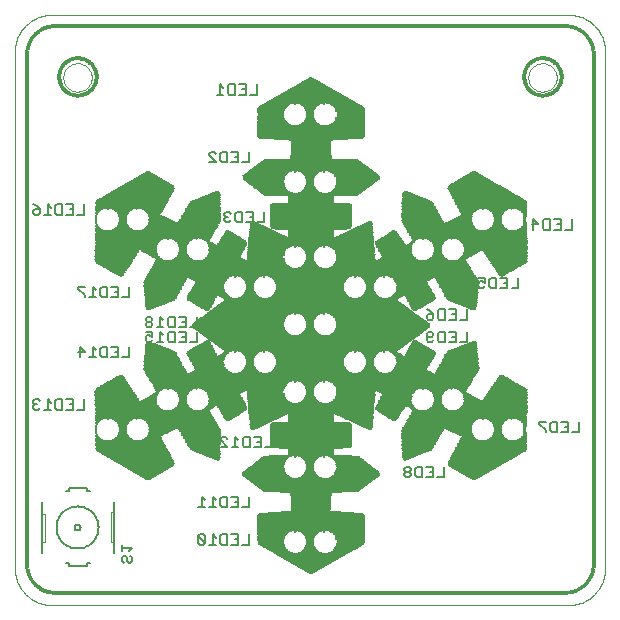
<source format=gbo>
G75*
G70*
%OFA0B0*%
%FSLAX24Y24*%
%IPPOS*%
%LPD*%
%AMOC8*
5,1,8,0,0,1.08239X$1,22.5*
%
%ADD10C,0.0000*%
%ADD11C,0.0060*%
%ADD12C,0.0100*%
%ADD13C,0.0020*%
%ADD14R,1.7233X0.0017*%
%ADD15R,1.7433X0.0017*%
%ADD16R,1.7567X0.0017*%
%ADD17R,1.7667X0.0017*%
%ADD18R,1.7767X0.0017*%
%ADD19R,1.7833X0.0017*%
%ADD20R,1.7900X0.0017*%
%ADD21R,0.0334X0.0017*%
%ADD22R,0.0333X0.0017*%
%ADD23R,0.0300X0.0017*%
%ADD24R,0.0250X0.0017*%
%ADD25R,0.0233X0.0017*%
%ADD26R,0.0217X0.0017*%
%ADD27R,0.0200X0.0017*%
%ADD28R,0.0200X0.0017*%
%ADD29R,0.0183X0.0017*%
%ADD30R,0.0184X0.0017*%
%ADD31R,0.0183X0.0017*%
%ADD32R,0.0167X0.0017*%
%ADD33R,0.0166X0.0017*%
%ADD34R,0.0167X0.0017*%
%ADD35R,0.0166X0.0017*%
%ADD36R,0.0150X0.0017*%
%ADD37R,0.0150X0.0017*%
%ADD38R,0.0133X0.0017*%
%ADD39R,0.0134X0.0017*%
%ADD40R,0.0133X0.0017*%
%ADD41R,0.0134X0.0017*%
%ADD42R,0.0117X0.0017*%
%ADD43R,0.0116X0.0017*%
%ADD44R,0.0117X0.0017*%
%ADD45R,0.0116X0.0017*%
%ADD46R,0.0083X0.0017*%
%ADD47R,0.0250X0.0017*%
%ADD48R,0.0317X0.0017*%
%ADD49R,0.0100X0.0017*%
%ADD50R,0.0383X0.0017*%
%ADD51R,0.0433X0.0017*%
%ADD52R,0.0483X0.0017*%
%ADD53R,0.0550X0.0017*%
%ADD54R,0.0617X0.0017*%
%ADD55R,0.0100X0.0017*%
%ADD56R,0.0667X0.0017*%
%ADD57R,0.0717X0.0017*%
%ADD58R,0.0783X0.0017*%
%ADD59R,0.0850X0.0017*%
%ADD60R,0.0900X0.0017*%
%ADD61R,0.0950X0.0017*%
%ADD62R,0.1017X0.0017*%
%ADD63R,0.1083X0.0017*%
%ADD64R,0.1133X0.0017*%
%ADD65R,0.1183X0.0017*%
%ADD66R,0.1250X0.0017*%
%ADD67R,0.1317X0.0017*%
%ADD68R,0.1367X0.0017*%
%ADD69R,0.1417X0.0017*%
%ADD70R,0.1483X0.0017*%
%ADD71R,0.1550X0.0017*%
%ADD72R,0.1600X0.0017*%
%ADD73R,0.1650X0.0017*%
%ADD74R,0.1717X0.0017*%
%ADD75R,0.1783X0.0017*%
%ADD76R,0.1833X0.0017*%
%ADD77R,0.1883X0.0017*%
%ADD78R,0.1950X0.0017*%
%ADD79R,0.2017X0.0017*%
%ADD80R,0.2083X0.0017*%
%ADD81R,0.2117X0.0017*%
%ADD82R,0.2183X0.0017*%
%ADD83R,0.2250X0.0017*%
%ADD84R,0.2317X0.0017*%
%ADD85R,0.2350X0.0017*%
%ADD86R,0.2417X0.0017*%
%ADD87R,0.2483X0.0017*%
%ADD88R,0.0700X0.0017*%
%ADD89R,0.0800X0.0017*%
%ADD90R,0.0650X0.0017*%
%ADD91R,0.0700X0.0017*%
%ADD92R,0.0616X0.0017*%
%ADD93R,0.0666X0.0017*%
%ADD94R,0.0633X0.0017*%
%ADD95R,0.0684X0.0017*%
%ADD96R,0.0584X0.0017*%
%ADD97R,0.0683X0.0017*%
%ADD98R,0.0533X0.0017*%
%ADD99R,0.0633X0.0017*%
%ADD100R,0.0500X0.0017*%
%ADD101R,0.0467X0.0017*%
%ADD102R,0.0716X0.0017*%
%ADD103R,0.0433X0.0017*%
%ADD104R,0.0734X0.0017*%
%ADD105R,0.0400X0.0017*%
%ADD106R,0.0683X0.0017*%
%ADD107R,0.0767X0.0017*%
%ADD108R,0.0384X0.0017*%
%ADD109R,0.0767X0.0017*%
%ADD110R,0.0367X0.0017*%
%ADD111R,0.0717X0.0017*%
%ADD112R,0.0350X0.0017*%
%ADD113R,0.0733X0.0017*%
%ADD114R,0.0816X0.0017*%
%ADD115R,0.0316X0.0017*%
%ADD116R,0.0750X0.0017*%
%ADD117R,0.0316X0.0017*%
%ADD118R,0.0766X0.0017*%
%ADD119R,0.0850X0.0017*%
%ADD120R,0.0884X0.0017*%
%ADD121R,0.0284X0.0017*%
%ADD122R,0.0817X0.0017*%
%ADD123R,0.0917X0.0017*%
%ADD124R,0.0284X0.0017*%
%ADD125R,0.0917X0.0017*%
%ADD126R,0.0267X0.0017*%
%ADD127R,0.0867X0.0017*%
%ADD128R,0.0933X0.0017*%
%ADD129R,0.0933X0.0017*%
%ADD130R,0.0867X0.0017*%
%ADD131R,0.0883X0.0017*%
%ADD132R,0.0950X0.0017*%
%ADD133R,0.0883X0.0017*%
%ADD134R,0.0267X0.0017*%
%ADD135R,0.0900X0.0017*%
%ADD136R,0.0967X0.0017*%
%ADD137R,0.0967X0.0017*%
%ADD138R,0.0916X0.0017*%
%ADD139R,0.0983X0.0017*%
%ADD140R,0.0916X0.0017*%
%ADD141R,0.0983X0.0017*%
%ADD142R,0.1000X0.0017*%
%ADD143R,0.0384X0.0017*%
%ADD144R,0.1017X0.0017*%
%ADD145R,0.0966X0.0017*%
%ADD146R,0.1033X0.0017*%
%ADD147R,0.1050X0.0017*%
%ADD148R,0.0450X0.0017*%
%ADD149R,0.1067X0.0017*%
%ADD150R,0.0484X0.0017*%
%ADD151R,0.0533X0.0017*%
%ADD152R,0.1100X0.0017*%
%ADD153R,0.0567X0.0017*%
%ADD154R,0.0616X0.0017*%
%ADD155R,0.1066X0.0017*%
%ADD156R,0.1167X0.0017*%
%ADD157R,0.1100X0.0017*%
%ADD158R,0.1217X0.0017*%
%ADD159R,0.0784X0.0017*%
%ADD160R,0.1150X0.0017*%
%ADD161R,0.1300X0.0017*%
%ADD162R,0.3583X0.0017*%
%ADD163R,0.3583X0.0017*%
%ADD164R,0.3567X0.0017*%
%ADD165R,0.3550X0.0017*%
%ADD166R,0.3533X0.0017*%
%ADD167R,0.3483X0.0017*%
%ADD168R,0.3300X0.0017*%
%ADD169R,0.2850X0.0017*%
%ADD170R,0.2417X0.0017*%
%ADD171R,0.1983X0.0017*%
%ADD172R,0.1550X0.0017*%
%ADD173R,0.1300X0.0017*%
%ADD174R,0.1317X0.0017*%
%ADD175R,0.1333X0.0017*%
%ADD176R,0.1333X0.0017*%
%ADD177R,0.1350X0.0017*%
%ADD178R,0.1350X0.0017*%
%ADD179R,0.1367X0.0017*%
%ADD180R,0.1383X0.0017*%
%ADD181R,0.1383X0.0017*%
%ADD182R,0.3083X0.0017*%
%ADD183R,0.3183X0.0017*%
%ADD184R,0.3217X0.0017*%
%ADD185R,0.3250X0.0017*%
%ADD186R,0.3317X0.0017*%
%ADD187R,0.3350X0.0017*%
%ADD188R,0.3383X0.0017*%
%ADD189R,0.3450X0.0017*%
%ADD190R,0.3483X0.0017*%
%ADD191R,0.3517X0.0017*%
%ADD192R,0.3617X0.0017*%
%ADD193R,0.3667X0.0017*%
%ADD194R,0.3717X0.0017*%
%ADD195R,0.3750X0.0017*%
%ADD196R,0.3800X0.0017*%
%ADD197R,0.3850X0.0017*%
%ADD198R,0.3883X0.0017*%
%ADD199R,0.3933X0.0017*%
%ADD200R,0.3983X0.0017*%
%ADD201R,0.4017X0.0017*%
%ADD202R,0.4067X0.0017*%
%ADD203R,0.4117X0.0017*%
%ADD204R,0.4150X0.0017*%
%ADD205R,0.4200X0.0017*%
%ADD206R,0.4250X0.0017*%
%ADD207R,0.0217X0.0017*%
%ADD208R,0.4283X0.0017*%
%ADD209R,0.0216X0.0017*%
%ADD210R,0.0283X0.0017*%
%ADD211R,0.4333X0.0017*%
%ADD212R,0.1617X0.0017*%
%ADD213R,0.1566X0.0017*%
%ADD214R,0.0383X0.0017*%
%ADD215R,0.1584X0.0017*%
%ADD216R,0.1533X0.0017*%
%ADD217R,0.0400X0.0017*%
%ADD218R,0.0450X0.0017*%
%ADD219R,0.1583X0.0017*%
%ADD220R,0.1533X0.0017*%
%ADD221R,0.0517X0.0017*%
%ADD222R,0.1584X0.0017*%
%ADD223R,0.1517X0.0017*%
%ADD224R,0.0516X0.0017*%
%ADD225R,0.0566X0.0017*%
%ADD226R,0.1566X0.0017*%
%ADD227R,0.1517X0.0017*%
%ADD228R,0.1567X0.0017*%
%ADD229R,0.1500X0.0017*%
%ADD230R,0.0750X0.0017*%
%ADD231R,0.1483X0.0017*%
%ADD232R,0.1466X0.0017*%
%ADD233R,0.1450X0.0017*%
%ADD234R,0.1500X0.0017*%
%ADD235R,0.1450X0.0017*%
%ADD236R,0.1083X0.0017*%
%ADD237R,0.1433X0.0017*%
%ADD238R,0.1084X0.0017*%
%ADD239R,0.1150X0.0017*%
%ADD240R,0.1384X0.0017*%
%ADD241R,0.1200X0.0017*%
%ADD242R,0.1250X0.0017*%
%ADD243R,0.1267X0.0017*%
%ADD244R,0.1316X0.0017*%
%ADD245R,0.1283X0.0017*%
%ADD246R,0.1234X0.0017*%
%ADD247R,0.1434X0.0017*%
%ADD248R,0.1200X0.0017*%
%ADD249R,0.1233X0.0017*%
%ADD250R,0.1484X0.0017*%
%ADD251R,0.1217X0.0017*%
%ADD252R,0.1617X0.0017*%
%ADD253R,0.1133X0.0017*%
%ADD254R,0.1616X0.0017*%
%ADD255R,0.1666X0.0017*%
%ADD256R,0.1183X0.0017*%
%ADD257R,0.1667X0.0017*%
%ADD258R,0.1700X0.0017*%
%ADD259R,0.1716X0.0017*%
%ADD260R,0.1750X0.0017*%
%ADD261R,0.1800X0.0017*%
%ADD262R,0.1117X0.0017*%
%ADD263R,0.1050X0.0017*%
%ADD264R,0.1816X0.0017*%
%ADD265R,0.1034X0.0017*%
%ADD266R,0.1817X0.0017*%
%ADD267R,0.1850X0.0017*%
%ADD268R,0.1883X0.0017*%
%ADD269R,0.1016X0.0017*%
%ADD270R,0.1916X0.0017*%
%ADD271R,0.1900X0.0017*%
%ADD272R,0.1917X0.0017*%
%ADD273R,0.1033X0.0017*%
%ADD274R,0.0966X0.0017*%
%ADD275R,0.1933X0.0017*%
%ADD276R,0.1967X0.0017*%
%ADD277R,0.2000X0.0017*%
%ADD278R,0.1000X0.0017*%
%ADD279R,0.0934X0.0017*%
%ADD280R,0.1984X0.0017*%
%ADD281R,0.2000X0.0017*%
%ADD282R,0.0067X0.0017*%
%ADD283R,0.0984X0.0017*%
%ADD284R,0.0050X0.0017*%
%ADD285R,0.2033X0.0017*%
%ADD286R,0.2050X0.0017*%
%ADD287R,0.0184X0.0017*%
%ADD288R,0.2084X0.0017*%
%ADD289R,0.0234X0.0017*%
%ADD290R,0.2066X0.0017*%
%ADD291R,0.2083X0.0017*%
%ADD292R,0.2117X0.0017*%
%ADD293R,0.0333X0.0017*%
%ADD294R,0.2133X0.0017*%
%ADD295R,0.0367X0.0017*%
%ADD296R,0.2166X0.0017*%
%ADD297R,0.0417X0.0017*%
%ADD298R,0.0416X0.0017*%
%ADD299R,0.2150X0.0017*%
%ADD300R,0.2167X0.0017*%
%ADD301R,0.0466X0.0017*%
%ADD302R,0.2166X0.0017*%
%ADD303R,0.2200X0.0017*%
%ADD304R,0.2217X0.0017*%
%ADD305R,0.2233X0.0017*%
%ADD306R,0.0583X0.0017*%
%ADD307R,0.2234X0.0017*%
%ADD308R,0.2250X0.0017*%
%ADD309R,0.2267X0.0017*%
%ADD310R,0.0667X0.0017*%
%ADD311R,0.2283X0.0017*%
%ADD312R,0.2300X0.0017*%
%ADD313R,0.2283X0.0017*%
%ADD314R,0.2300X0.0017*%
%ADD315R,0.0766X0.0017*%
%ADD316R,0.2316X0.0017*%
%ADD317R,0.2333X0.0017*%
%ADD318R,0.2334X0.0017*%
%ADD319R,0.2350X0.0017*%
%ADD320R,0.0833X0.0017*%
%ADD321R,0.2367X0.0017*%
%ADD322R,0.2383X0.0017*%
%ADD323R,0.2367X0.0017*%
%ADD324R,0.2384X0.0017*%
%ADD325R,0.2400X0.0017*%
%ADD326R,0.2400X0.0017*%
%ADD327R,0.2383X0.0017*%
%ADD328R,0.1034X0.0017*%
%ADD329R,0.2633X0.0017*%
%ADD330R,0.2700X0.0017*%
%ADD331R,0.2733X0.0017*%
%ADD332R,0.1084X0.0017*%
%ADD333R,0.2333X0.0017*%
%ADD334R,0.2733X0.0017*%
%ADD335R,0.2317X0.0017*%
%ADD336R,0.1117X0.0017*%
%ADD337R,0.2316X0.0017*%
%ADD338R,0.1134X0.0017*%
%ADD339R,0.2266X0.0017*%
%ADD340R,0.1167X0.0017*%
%ADD341R,0.2266X0.0017*%
%ADD342R,0.1184X0.0017*%
%ADD343R,0.0266X0.0017*%
%ADD344R,0.0567X0.0017*%
%ADD345R,0.0534X0.0017*%
%ADD346R,0.0583X0.0017*%
%ADD347R,0.0233X0.0017*%
%ADD348R,0.0500X0.0017*%
%ADD349R,0.1234X0.0017*%
%ADD350R,0.0483X0.0017*%
%ADD351R,0.1266X0.0017*%
%ADD352R,0.1267X0.0017*%
%ADD353R,0.1266X0.0017*%
%ADD354R,0.0434X0.0017*%
%ADD355R,0.0467X0.0017*%
%ADD356R,0.0517X0.0017*%
%ADD357R,0.2717X0.0017*%
%ADD358R,0.0566X0.0017*%
%ADD359R,0.0300X0.0017*%
%ADD360R,0.2717X0.0017*%
%ADD361R,0.0600X0.0017*%
%ADD362R,0.0066X0.0017*%
%ADD363R,0.0634X0.0017*%
%ADD364R,0.0066X0.0017*%
%ADD365R,0.0634X0.0017*%
%ADD366R,0.1366X0.0017*%
%ADD367R,0.0050X0.0017*%
%ADD368R,0.1366X0.0017*%
%ADD369R,0.0734X0.0017*%
%ADD370R,0.0783X0.0017*%
%ADD371R,0.1400X0.0017*%
%ADD372R,0.0833X0.0017*%
%ADD373R,0.0084X0.0017*%
%ADD374R,0.1400X0.0017*%
%ADD375R,0.0283X0.0017*%
%ADD376R,0.2284X0.0017*%
%ADD377R,0.0317X0.0017*%
%ADD378R,0.2334X0.0017*%
%ADD379R,0.0466X0.0017*%
%ADD380R,0.2267X0.0017*%
%ADD381R,0.0083X0.0017*%
%ADD382R,0.2700X0.0017*%
%ADD383R,0.2683X0.0017*%
%ADD384R,0.0617X0.0017*%
%ADD385R,0.2683X0.0017*%
%ADD386R,0.2550X0.0017*%
%ADD387R,0.2284X0.0017*%
%ADD388R,0.0784X0.0017*%
%ADD389R,0.0817X0.0017*%
%ADD390R,0.0216X0.0017*%
%ADD391R,0.0266X0.0017*%
%ADD392R,0.0350X0.0017*%
%ADD393R,0.2384X0.0017*%
%ADD394R,0.2433X0.0017*%
%ADD395R,0.2467X0.0017*%
%ADD396R,0.2517X0.0017*%
%ADD397R,0.3950X0.0017*%
%ADD398R,0.3933X0.0017*%
%ADD399R,0.3917X0.0017*%
%ADD400R,0.1116X0.0017*%
%ADD401R,0.3916X0.0017*%
%ADD402R,0.3900X0.0017*%
%ADD403R,0.3900X0.0017*%
%ADD404R,0.3883X0.0017*%
%ADD405R,0.1284X0.0017*%
%ADD406R,0.3867X0.0017*%
%ADD407R,0.4167X0.0017*%
%ADD408R,0.3866X0.0017*%
%ADD409R,0.3867X0.0017*%
%ADD410R,0.4167X0.0017*%
%ADD411R,0.3850X0.0017*%
%ADD412R,0.3833X0.0017*%
%ADD413R,0.3834X0.0017*%
%ADD414R,0.0800X0.0017*%
%ADD415R,0.3816X0.0017*%
%ADD416R,0.3834X0.0017*%
%ADD417R,0.3816X0.0017*%
%ADD418R,0.4183X0.0017*%
%ADD419R,0.0866X0.0017*%
%ADD420R,0.4183X0.0017*%
%ADD421R,0.0934X0.0017*%
%ADD422R,0.2233X0.0017*%
%ADD423R,0.4200X0.0017*%
%ADD424R,0.2183X0.0017*%
%ADD425R,0.2234X0.0017*%
%ADD426R,0.2200X0.0017*%
%ADD427R,0.0984X0.0017*%
%ADD428R,0.2133X0.0017*%
%ADD429R,0.2184X0.0017*%
%ADD430R,0.2116X0.0017*%
%ADD431R,0.2167X0.0017*%
%ADD432R,0.2100X0.0017*%
%ADD433R,0.4217X0.0017*%
%ADD434R,0.1283X0.0017*%
%ADD435R,0.4217X0.0017*%
%ADD436R,0.2134X0.0017*%
%ADD437R,0.1166X0.0017*%
%ADD438R,0.2134X0.0017*%
%ADD439R,0.1166X0.0017*%
%ADD440R,0.1134X0.0017*%
%ADD441R,0.2067X0.0017*%
%ADD442R,0.2067X0.0017*%
%ADD443R,0.1416X0.0017*%
%ADD444R,0.0534X0.0017*%
%ADD445R,0.1467X0.0017*%
%ADD446R,0.1334X0.0017*%
%ADD447R,0.1467X0.0017*%
%ADD448R,0.0434X0.0017*%
%ADD449R,0.1434X0.0017*%
%ADD450R,0.1284X0.0017*%
%ADD451R,0.1433X0.0017*%
%ADD452R,0.0334X0.0017*%
%ADD453R,0.1334X0.0017*%
%ADD454R,0.1233X0.0017*%
%ADD455R,0.2650X0.0017*%
%ADD456R,0.2667X0.0017*%
%ADD457R,0.2750X0.0017*%
%ADD458R,0.2734X0.0017*%
%ADD459R,0.1216X0.0017*%
%ADD460R,0.2784X0.0017*%
%ADD461R,0.2767X0.0017*%
%ADD462R,0.2884X0.0017*%
%ADD463R,0.2883X0.0017*%
%ADD464R,0.4417X0.0017*%
%ADD465R,0.4350X0.0017*%
%ADD466R,0.1067X0.0017*%
%ADD467R,0.4433X0.0017*%
%ADD468R,0.4366X0.0017*%
%ADD469R,0.4450X0.0017*%
%ADD470R,0.4383X0.0017*%
%ADD471R,0.4467X0.0017*%
%ADD472R,0.4400X0.0017*%
%ADD473R,0.4500X0.0017*%
%ADD474R,0.4417X0.0017*%
%ADD475R,0.4517X0.0017*%
%ADD476R,0.4533X0.0017*%
%ADD477R,0.4483X0.0017*%
%ADD478R,0.4567X0.0017*%
%ADD479R,0.4483X0.0017*%
%ADD480R,0.4584X0.0017*%
%ADD481R,0.4616X0.0017*%
%ADD482R,0.4550X0.0017*%
%ADD483R,0.4650X0.0017*%
%ADD484R,0.4584X0.0017*%
%ADD485R,0.4683X0.0017*%
%ADD486R,0.4734X0.0017*%
%ADD487R,0.4650X0.0017*%
%ADD488R,0.4784X0.0017*%
%ADD489R,0.4717X0.0017*%
%ADD490R,0.4883X0.0017*%
%ADD491R,0.4817X0.0017*%
%ADD492R,1.0767X0.0017*%
%ADD493R,1.0783X0.0017*%
%ADD494R,1.0800X0.0017*%
%ADD495R,1.0817X0.0017*%
%ADD496R,1.0833X0.0017*%
%ADD497R,1.0867X0.0017*%
%ADD498R,1.0900X0.0017*%
%ADD499R,0.0234X0.0017*%
%ADD500R,1.0917X0.0017*%
%ADD501R,1.0933X0.0017*%
%ADD502R,1.0967X0.0017*%
%ADD503R,1.0967X0.0017*%
%ADD504R,1.1000X0.0017*%
%ADD505R,0.1384X0.0017*%
%ADD506R,0.8217X0.0017*%
%ADD507R,0.8150X0.0017*%
%ADD508R,0.2800X0.0017*%
%ADD509R,0.1416X0.0017*%
%ADD510R,0.2584X0.0017*%
%ADD511R,0.2533X0.0017*%
%ADD512R,0.2500X0.0017*%
%ADD513R,0.1216X0.0017*%
%ADD514R,0.2433X0.0017*%
%ADD515R,0.2467X0.0017*%
%ADD516R,0.1066X0.0017*%
%ADD517R,0.2533X0.0017*%
%ADD518R,0.2567X0.0017*%
%ADD519R,0.2967X0.0017*%
%ADD520R,0.0834X0.0017*%
%ADD521R,0.5833X0.0017*%
%ADD522R,0.5883X0.0017*%
%ADD523R,0.5917X0.0017*%
%ADD524R,0.5967X0.0017*%
%ADD525R,0.0733X0.0017*%
%ADD526R,0.6017X0.0017*%
%ADD527R,0.6050X0.0017*%
%ADD528R,0.6117X0.0017*%
%ADD529R,0.0584X0.0017*%
%ADD530R,0.6150X0.0017*%
%ADD531R,0.6183X0.0017*%
%ADD532R,0.6250X0.0017*%
%ADD533R,0.6283X0.0017*%
%ADD534R,0.6333X0.0017*%
%ADD535R,0.6383X0.0017*%
%ADD536R,0.6417X0.0017*%
%ADD537R,0.0366X0.0017*%
%ADD538R,0.6483X0.0017*%
%ADD539R,0.6517X0.0017*%
%ADD540R,0.6550X0.0017*%
%ADD541R,0.6617X0.0017*%
%ADD542R,0.0034X0.0017*%
%ADD543R,0.6650X0.0017*%
%ADD544R,0.0033X0.0017*%
%ADD545R,0.6700X0.0017*%
%ADD546R,0.6750X0.0017*%
%ADD547R,0.6783X0.0017*%
%ADD548R,0.6850X0.0017*%
%ADD549R,0.6883X0.0017*%
%ADD550R,0.6917X0.0017*%
%ADD551R,0.6983X0.0017*%
%ADD552R,0.7017X0.0017*%
%ADD553R,0.7067X0.0017*%
%ADD554R,0.7117X0.0017*%
%ADD555R,0.7150X0.0017*%
%ADD556R,0.3050X0.0017*%
%ADD557R,0.2983X0.0017*%
%ADD558R,0.3016X0.0017*%
%ADD559R,0.2950X0.0017*%
%ADD560R,0.3000X0.0017*%
%ADD561R,0.2933X0.0017*%
%ADD562R,0.0600X0.0017*%
%ADD563R,0.2950X0.0017*%
%ADD564R,0.3000X0.0017*%
%ADD565R,0.0550X0.0017*%
%ADD566R,0.2933X0.0017*%
%ADD567R,0.3016X0.0017*%
%ADD568R,0.3017X0.0017*%
%ADD569R,0.3033X0.0017*%
%ADD570R,0.3034X0.0017*%
%ADD571R,0.3033X0.0017*%
%ADD572R,0.2984X0.0017*%
%ADD573R,0.3067X0.0017*%
%ADD574R,0.3066X0.0017*%
%ADD575R,0.3017X0.0017*%
%ADD576R,0.3100X0.0017*%
%ADD577R,0.3100X0.0017*%
%ADD578R,0.3117X0.0017*%
%ADD579R,0.3134X0.0017*%
%ADD580R,0.3067X0.0017*%
%ADD581R,0.3133X0.0017*%
%ADD582R,0.3084X0.0017*%
%ADD583R,0.3133X0.0017*%
%ADD584R,0.3117X0.0017*%
%ADD585R,0.3050X0.0017*%
%ADD586R,0.2917X0.0017*%
%ADD587R,0.2916X0.0017*%
%ADD588R,0.2966X0.0017*%
%ADD589R,0.2900X0.0017*%
%ADD590R,0.2867X0.0017*%
%ADD591R,0.2917X0.0017*%
%ADD592R,0.2867X0.0017*%
%ADD593R,0.2900X0.0017*%
%ADD594R,0.2834X0.0017*%
%ADD595R,0.2833X0.0017*%
%ADD596R,0.2817X0.0017*%
%ADD597R,0.2817X0.0017*%
%ADD598R,0.2816X0.0017*%
%ADD599R,0.2800X0.0017*%
%ADD600R,0.2833X0.0017*%
%ADD601R,0.6900X0.0017*%
%ADD602R,0.6817X0.0017*%
%ADD603R,0.6717X0.0017*%
%ADD604R,0.6683X0.0017*%
%ADD605R,0.6583X0.0017*%
%ADD606R,0.6533X0.0017*%
%ADD607R,0.6450X0.0017*%
%ADD608R,0.0366X0.0017*%
%ADD609R,0.6400X0.0017*%
%ADD610R,0.6350X0.0017*%
%ADD611R,0.6317X0.0017*%
%ADD612R,0.6217X0.0017*%
%ADD613R,0.6167X0.0017*%
%ADD614R,0.6083X0.0017*%
%ADD615R,0.6033X0.0017*%
%ADD616R,0.0716X0.0017*%
%ADD617R,0.5983X0.0017*%
%ADD618R,0.5950X0.0017*%
%ADD619R,0.5850X0.0017*%
%ADD620R,0.5800X0.0017*%
%ADD621R,0.5750X0.0017*%
%ADD622R,0.5717X0.0017*%
%ADD623R,0.5767X0.0017*%
%ADD624R,0.5817X0.0017*%
%ADD625R,0.5883X0.0017*%
%ADD626R,0.1417X0.0017*%
%ADD627R,0.2766X0.0017*%
%ADD628R,0.2834X0.0017*%
%ADD629R,0.0067X0.0017*%
%ADD630R,1.0883X0.0017*%
%ADD631R,1.0833X0.0017*%
%ADD632R,1.0750X0.0017*%
%ADD633R,1.0733X0.0017*%
%ADD634R,1.0700X0.0017*%
%ADD635R,1.0683X0.0017*%
%ADD636R,1.0667X0.0017*%
%ADD637R,1.0650X0.0017*%
%ADD638R,0.4750X0.0017*%
%ADD639R,0.4684X0.0017*%
%ADD640R,0.4616X0.0017*%
%ADD641R,0.0834X0.0017*%
%ADD642R,0.4633X0.0017*%
%ADD643R,0.4583X0.0017*%
%ADD644R,0.4617X0.0017*%
%ADD645R,0.4534X0.0017*%
%ADD646R,0.4566X0.0017*%
%ADD647R,0.4517X0.0017*%
%ADD648R,0.4384X0.0017*%
%ADD649R,0.4367X0.0017*%
%ADD650R,0.1184X0.0017*%
%ADD651R,0.4316X0.0017*%
%ADD652R,0.4383X0.0017*%
%ADD653R,0.4300X0.0017*%
%ADD654R,0.4300X0.0017*%
%ADD655R,0.0417X0.0017*%
%ADD656R,0.1316X0.0017*%
%ADD657R,0.1484X0.0017*%
%ADD658R,0.1534X0.0017*%
%ADD659R,0.2150X0.0017*%
%ADD660R,0.2100X0.0017*%
%ADD661R,0.2217X0.0017*%
%ADD662R,0.2450X0.0017*%
%ADD663R,0.3950X0.0017*%
%ADD664R,0.3966X0.0017*%
%ADD665R,0.3967X0.0017*%
%ADD666R,0.3966X0.0017*%
%ADD667R,0.3983X0.0017*%
%ADD668R,0.4000X0.0017*%
%ADD669R,0.0017X0.0017*%
%ADD670R,0.2484X0.0017*%
%ADD671R,0.1650X0.0017*%
%ADD672R,0.2450X0.0017*%
%ADD673R,0.2617X0.0017*%
%ADD674R,0.0516X0.0017*%
%ADD675R,0.2366X0.0017*%
%ADD676R,0.2366X0.0017*%
%ADD677R,0.0650X0.0017*%
%ADD678R,0.2684X0.0017*%
%ADD679R,0.2184X0.0017*%
%ADD680R,0.3217X0.0017*%
%ADD681R,0.3283X0.0017*%
%ADD682R,0.2050X0.0017*%
%ADD683R,0.2016X0.0017*%
%ADD684R,0.2034X0.0017*%
%ADD685R,0.1983X0.0017*%
%ADD686R,0.1966X0.0017*%
%ADD687R,0.1950X0.0017*%
%ADD688R,0.1917X0.0017*%
%ADD689R,0.1866X0.0017*%
%ADD690R,0.1867X0.0017*%
%ADD691R,0.1767X0.0017*%
%ADD692R,0.1717X0.0017*%
%ADD693R,0.1600X0.0017*%
%ADD694R,0.0416X0.0017*%
%ADD695R,0.0034X0.0017*%
%ADD696R,0.0033X0.0017*%
%ADD697R,0.4083X0.0017*%
%ADD698R,0.4050X0.0017*%
%ADD699R,0.3917X0.0017*%
%ADD700R,0.3817X0.0017*%
%ADD701R,0.3767X0.0017*%
%ADD702R,0.3683X0.0017*%
%ADD703R,0.3633X0.0017*%
%ADD704R,0.3550X0.0017*%
%ADD705R,0.3500X0.0017*%
%ADD706R,0.3417X0.0017*%
%ADD707R,0.3367X0.0017*%
%ADD708R,0.3283X0.0017*%
%ADD709R,0.3233X0.0017*%
%ADD710R,0.3450X0.0017*%
%ADD711R,0.1116X0.0017*%
%ADD712R,0.2967X0.0017*%
%ADD713R,0.2783X0.0017*%
%ADD714R,0.2617X0.0017*%
%ADD715R,0.1850X0.0017*%
%ADD716R,0.1683X0.0017*%
%ADD717R,1.7900X0.0017*%
%ADD718R,1.7833X0.0017*%
%ADD719R,1.7667X0.0017*%
%ADD720R,1.7600X0.0017*%
%ADD721R,1.7467X0.0017*%
%ADD722R,1.7267X0.0017*%
D10*
X000559Y001809D02*
X000559Y018994D01*
X000561Y019062D01*
X000566Y019129D01*
X000575Y019196D01*
X000588Y019263D01*
X000605Y019328D01*
X000624Y019393D01*
X000648Y019457D01*
X000675Y019519D01*
X000705Y019580D01*
X000738Y019638D01*
X000774Y019695D01*
X000814Y019750D01*
X000856Y019803D01*
X000902Y019854D01*
X000949Y019901D01*
X001000Y019947D01*
X001053Y019989D01*
X001108Y020029D01*
X001165Y020065D01*
X001223Y020098D01*
X001284Y020128D01*
X001346Y020155D01*
X001410Y020179D01*
X001475Y020198D01*
X001540Y020215D01*
X001607Y020228D01*
X001674Y020237D01*
X001741Y020242D01*
X001809Y020244D01*
X018994Y020244D01*
X019062Y020242D01*
X019129Y020237D01*
X019196Y020228D01*
X019263Y020215D01*
X019328Y020198D01*
X019393Y020179D01*
X019457Y020155D01*
X019519Y020128D01*
X019580Y020098D01*
X019638Y020065D01*
X019695Y020029D01*
X019750Y019989D01*
X019803Y019947D01*
X019854Y019901D01*
X019901Y019854D01*
X019947Y019803D01*
X019989Y019750D01*
X020029Y019695D01*
X020065Y019638D01*
X020098Y019580D01*
X020128Y019519D01*
X020155Y019457D01*
X020179Y019393D01*
X020198Y019328D01*
X020215Y019263D01*
X020228Y019196D01*
X020237Y019129D01*
X020242Y019062D01*
X020244Y018994D01*
X020244Y001809D01*
X020242Y001741D01*
X020237Y001674D01*
X020228Y001607D01*
X020215Y001540D01*
X020198Y001475D01*
X020179Y001410D01*
X020155Y001346D01*
X020128Y001284D01*
X020098Y001223D01*
X020065Y001165D01*
X020029Y001108D01*
X019989Y001053D01*
X019947Y001000D01*
X019901Y000949D01*
X019854Y000902D01*
X019803Y000856D01*
X019750Y000814D01*
X019695Y000774D01*
X019638Y000738D01*
X019580Y000705D01*
X019519Y000675D01*
X019457Y000648D01*
X019393Y000624D01*
X019328Y000605D01*
X019263Y000588D01*
X019196Y000575D01*
X019129Y000566D01*
X019062Y000561D01*
X018994Y000559D01*
X001809Y000559D01*
X001741Y000561D01*
X001674Y000566D01*
X001607Y000575D01*
X001540Y000588D01*
X001475Y000605D01*
X001410Y000624D01*
X001346Y000648D01*
X001284Y000675D01*
X001223Y000705D01*
X001165Y000738D01*
X001108Y000774D01*
X001053Y000814D01*
X001000Y000856D01*
X000949Y000902D01*
X000902Y000949D01*
X000856Y001000D01*
X000814Y001053D01*
X000774Y001108D01*
X000738Y001165D01*
X000705Y001223D01*
X000675Y001284D01*
X000648Y001346D01*
X000624Y001410D01*
X000605Y001475D01*
X000588Y001540D01*
X000575Y001607D01*
X000566Y001674D01*
X000561Y001741D01*
X000559Y001809D01*
X002179Y018151D02*
X002181Y018194D01*
X002187Y018236D01*
X002197Y018278D01*
X002210Y018319D01*
X002227Y018359D01*
X002248Y018396D01*
X002272Y018432D01*
X002299Y018465D01*
X002329Y018496D01*
X002362Y018524D01*
X002397Y018549D01*
X002434Y018570D01*
X002473Y018588D01*
X002513Y018602D01*
X002555Y018613D01*
X002597Y018620D01*
X002640Y018623D01*
X002683Y018622D01*
X002726Y018617D01*
X002768Y018608D01*
X002809Y018596D01*
X002849Y018580D01*
X002887Y018560D01*
X002923Y018537D01*
X002957Y018510D01*
X002989Y018481D01*
X003017Y018449D01*
X003043Y018414D01*
X003065Y018378D01*
X003084Y018339D01*
X003099Y018299D01*
X003111Y018258D01*
X003119Y018215D01*
X003123Y018172D01*
X003123Y018130D01*
X003119Y018087D01*
X003111Y018044D01*
X003099Y018003D01*
X003084Y017963D01*
X003065Y017924D01*
X003043Y017888D01*
X003017Y017853D01*
X002989Y017821D01*
X002957Y017792D01*
X002923Y017765D01*
X002887Y017742D01*
X002849Y017722D01*
X002809Y017706D01*
X002768Y017694D01*
X002726Y017685D01*
X002683Y017680D01*
X002640Y017679D01*
X002597Y017682D01*
X002555Y017689D01*
X002513Y017700D01*
X002473Y017714D01*
X002434Y017732D01*
X002397Y017753D01*
X002362Y017778D01*
X002329Y017806D01*
X002299Y017837D01*
X002272Y017870D01*
X002248Y017906D01*
X002227Y017943D01*
X002210Y017983D01*
X002197Y018024D01*
X002187Y018066D01*
X002181Y018108D01*
X002179Y018151D01*
X017679Y018151D02*
X017681Y018194D01*
X017687Y018236D01*
X017697Y018278D01*
X017710Y018319D01*
X017727Y018359D01*
X017748Y018396D01*
X017772Y018432D01*
X017799Y018465D01*
X017829Y018496D01*
X017862Y018524D01*
X017897Y018549D01*
X017934Y018570D01*
X017973Y018588D01*
X018013Y018602D01*
X018055Y018613D01*
X018097Y018620D01*
X018140Y018623D01*
X018183Y018622D01*
X018226Y018617D01*
X018268Y018608D01*
X018309Y018596D01*
X018349Y018580D01*
X018387Y018560D01*
X018423Y018537D01*
X018457Y018510D01*
X018489Y018481D01*
X018517Y018449D01*
X018543Y018414D01*
X018565Y018378D01*
X018584Y018339D01*
X018599Y018299D01*
X018611Y018258D01*
X018619Y018215D01*
X018623Y018172D01*
X018623Y018130D01*
X018619Y018087D01*
X018611Y018044D01*
X018599Y018003D01*
X018584Y017963D01*
X018565Y017924D01*
X018543Y017888D01*
X018517Y017853D01*
X018489Y017821D01*
X018457Y017792D01*
X018423Y017765D01*
X018387Y017742D01*
X018349Y017722D01*
X018309Y017706D01*
X018268Y017694D01*
X018226Y017685D01*
X018183Y017680D01*
X018140Y017679D01*
X018097Y017682D01*
X018055Y017689D01*
X018013Y017700D01*
X017973Y017714D01*
X017934Y017732D01*
X017897Y017753D01*
X017862Y017778D01*
X017829Y017806D01*
X017799Y017837D01*
X017772Y017870D01*
X017748Y017906D01*
X017727Y017943D01*
X017710Y017983D01*
X017697Y018024D01*
X017687Y018066D01*
X017681Y018108D01*
X017679Y018151D01*
D11*
X017846Y013422D02*
X018016Y013251D01*
X017789Y013251D01*
X017846Y013081D02*
X017846Y013422D01*
X018158Y013365D02*
X018158Y013138D01*
X018215Y013081D01*
X018385Y013081D01*
X018385Y013422D01*
X018215Y013422D01*
X018158Y013365D01*
X018526Y013422D02*
X018753Y013422D01*
X018753Y013081D01*
X018526Y013081D01*
X018640Y013251D02*
X018753Y013251D01*
X018894Y013081D02*
X019121Y013081D01*
X019121Y013422D01*
X017344Y011472D02*
X017344Y011131D01*
X017118Y011131D01*
X016976Y011131D02*
X016749Y011131D01*
X016608Y011131D02*
X016438Y011131D01*
X016381Y011188D01*
X016381Y011415D01*
X016438Y011472D01*
X016608Y011472D01*
X016608Y011131D01*
X016240Y011188D02*
X016183Y011131D01*
X016069Y011131D01*
X016013Y011188D01*
X016013Y011301D01*
X016069Y011358D01*
X016126Y011358D01*
X016240Y011301D01*
X016240Y011472D01*
X016013Y011472D01*
X016749Y011472D02*
X016976Y011472D01*
X016976Y011131D01*
X016976Y011301D02*
X016863Y011301D01*
X015621Y010422D02*
X015621Y010081D01*
X015394Y010081D01*
X015253Y010081D02*
X015026Y010081D01*
X014885Y010081D02*
X014715Y010081D01*
X014658Y010138D01*
X014658Y010365D01*
X014715Y010422D01*
X014885Y010422D01*
X014885Y010081D01*
X015140Y010251D02*
X015253Y010251D01*
X015253Y010081D02*
X015253Y010422D01*
X015026Y010422D01*
X014516Y010251D02*
X014516Y010138D01*
X014460Y010081D01*
X014346Y010081D01*
X014289Y010138D01*
X014289Y010195D01*
X014346Y010251D01*
X014516Y010251D01*
X014403Y010365D01*
X014289Y010422D01*
X014346Y009672D02*
X014460Y009672D01*
X014516Y009615D01*
X014516Y009558D01*
X014460Y009501D01*
X014289Y009501D01*
X014289Y009388D02*
X014289Y009615D01*
X014346Y009672D01*
X014289Y009388D02*
X014346Y009331D01*
X014460Y009331D01*
X014516Y009388D01*
X014658Y009388D02*
X014715Y009331D01*
X014885Y009331D01*
X014885Y009672D01*
X014715Y009672D01*
X014658Y009615D01*
X014658Y009388D01*
X015026Y009331D02*
X015253Y009331D01*
X015253Y009672D01*
X015026Y009672D01*
X015140Y009501D02*
X015253Y009501D01*
X015394Y009331D02*
X015621Y009331D01*
X015621Y009672D01*
X015125Y007033D02*
X015095Y006998D01*
X015064Y006965D01*
X015029Y006935D01*
X014993Y006908D01*
X014955Y006884D01*
X014915Y006862D01*
X014873Y006844D01*
X014830Y006828D01*
X014786Y006816D01*
X014742Y006808D01*
X014696Y006803D01*
X014651Y006801D01*
X014606Y006803D01*
X014560Y006808D01*
X014516Y006816D01*
X014472Y006828D01*
X014429Y006844D01*
X014387Y006862D01*
X014347Y006884D01*
X014309Y006908D01*
X014273Y006935D01*
X014238Y006965D01*
X014207Y006998D01*
X014177Y007033D01*
X014651Y008001D02*
X014697Y007999D01*
X014743Y007994D01*
X014789Y007985D01*
X014834Y007973D01*
X014877Y007957D01*
X014919Y007938D01*
X014960Y007915D01*
X014999Y007890D01*
X015035Y007862D01*
X015070Y007831D01*
X015102Y007797D01*
X015131Y007761D01*
X014651Y008001D02*
X014604Y007999D01*
X014556Y007993D01*
X014510Y007984D01*
X014464Y007971D01*
X014420Y007955D01*
X014376Y007935D01*
X014335Y007911D01*
X014296Y007885D01*
X014259Y007855D01*
X014224Y007822D01*
X014192Y007787D01*
X014163Y007750D01*
X012875Y008283D02*
X012845Y008248D01*
X012814Y008215D01*
X012779Y008185D01*
X012743Y008158D01*
X012705Y008134D01*
X012665Y008112D01*
X012623Y008094D01*
X012580Y008078D01*
X012536Y008066D01*
X012492Y008058D01*
X012446Y008053D01*
X012401Y008051D01*
X012356Y008053D01*
X012310Y008058D01*
X012266Y008066D01*
X012222Y008078D01*
X012179Y008094D01*
X012137Y008112D01*
X012097Y008134D01*
X012059Y008158D01*
X012023Y008185D01*
X011988Y008215D01*
X011957Y008248D01*
X011927Y008283D01*
X012401Y009251D02*
X012447Y009249D01*
X012493Y009244D01*
X012539Y009235D01*
X012584Y009223D01*
X012627Y009207D01*
X012669Y009188D01*
X012710Y009165D01*
X012749Y009140D01*
X012785Y009112D01*
X012820Y009081D01*
X012852Y009047D01*
X012881Y009011D01*
X012401Y009251D02*
X012354Y009249D01*
X012306Y009243D01*
X012260Y009234D01*
X012214Y009221D01*
X012170Y009205D01*
X012126Y009185D01*
X012085Y009161D01*
X012046Y009135D01*
X012009Y009105D01*
X011974Y009072D01*
X011942Y009037D01*
X011913Y009000D01*
X010875Y009533D02*
X010845Y009498D01*
X010814Y009465D01*
X010779Y009435D01*
X010743Y009408D01*
X010705Y009384D01*
X010665Y009362D01*
X010623Y009344D01*
X010580Y009328D01*
X010536Y009316D01*
X010492Y009308D01*
X010446Y009303D01*
X010401Y009301D01*
X010356Y009303D01*
X010310Y009308D01*
X010266Y009316D01*
X010222Y009328D01*
X010179Y009344D01*
X010137Y009362D01*
X010097Y009384D01*
X010059Y009408D01*
X010023Y009435D01*
X009988Y009465D01*
X009957Y009498D01*
X009927Y009533D01*
X010401Y010501D02*
X010447Y010499D01*
X010493Y010494D01*
X010539Y010485D01*
X010584Y010473D01*
X010627Y010457D01*
X010669Y010438D01*
X010710Y010415D01*
X010749Y010390D01*
X010785Y010362D01*
X010820Y010331D01*
X010852Y010297D01*
X010881Y010261D01*
X010401Y010501D02*
X010354Y010499D01*
X010306Y010493D01*
X010260Y010484D01*
X010214Y010471D01*
X010170Y010455D01*
X010126Y010435D01*
X010085Y010411D01*
X010046Y010385D01*
X010009Y010355D01*
X009974Y010322D01*
X009942Y010287D01*
X009913Y010250D01*
X009841Y010831D02*
X009728Y010831D01*
X009671Y010888D01*
X009671Y011115D01*
X009728Y011172D01*
X009841Y011172D01*
X009898Y011115D01*
X009898Y011058D01*
X009841Y011001D01*
X009671Y011001D01*
X009841Y010831D02*
X009898Y010888D01*
X010039Y010831D02*
X010266Y010831D01*
X010153Y010831D02*
X010153Y011172D01*
X010266Y011058D01*
X010408Y011115D02*
X010408Y010888D01*
X010465Y010831D01*
X010635Y010831D01*
X010635Y011172D01*
X010465Y011172D01*
X010408Y011115D01*
X010776Y011172D02*
X011003Y011172D01*
X011003Y010831D01*
X010776Y010831D01*
X010890Y011001D02*
X011003Y011001D01*
X011144Y010831D02*
X011371Y010831D01*
X011371Y011172D01*
X012401Y010551D02*
X012446Y010553D01*
X012492Y010558D01*
X012536Y010566D01*
X012580Y010578D01*
X012623Y010594D01*
X012665Y010612D01*
X012705Y010634D01*
X012743Y010658D01*
X012779Y010685D01*
X012814Y010715D01*
X012845Y010748D01*
X012875Y010783D01*
X012401Y010551D02*
X012356Y010553D01*
X012310Y010558D01*
X012266Y010566D01*
X012222Y010578D01*
X012179Y010594D01*
X012137Y010612D01*
X012097Y010634D01*
X012059Y010658D01*
X012023Y010685D01*
X011988Y010715D01*
X011957Y010748D01*
X011927Y010783D01*
X012401Y011751D02*
X012447Y011749D01*
X012493Y011744D01*
X012539Y011735D01*
X012584Y011723D01*
X012627Y011707D01*
X012669Y011688D01*
X012710Y011665D01*
X012749Y011640D01*
X012785Y011612D01*
X012820Y011581D01*
X012852Y011547D01*
X012881Y011511D01*
X012401Y011751D02*
X012354Y011749D01*
X012306Y011743D01*
X012260Y011734D01*
X012214Y011721D01*
X012170Y011705D01*
X012126Y011685D01*
X012085Y011661D01*
X012046Y011635D01*
X012009Y011605D01*
X011974Y011572D01*
X011942Y011537D01*
X011913Y011500D01*
X010875Y011783D02*
X010845Y011748D01*
X010814Y011715D01*
X010779Y011685D01*
X010743Y011658D01*
X010705Y011634D01*
X010665Y011612D01*
X010623Y011594D01*
X010580Y011578D01*
X010536Y011566D01*
X010492Y011558D01*
X010446Y011553D01*
X010401Y011551D01*
X010356Y011553D01*
X010310Y011558D01*
X010266Y011566D01*
X010222Y011578D01*
X010179Y011594D01*
X010137Y011612D01*
X010097Y011634D01*
X010059Y011658D01*
X010023Y011685D01*
X009988Y011715D01*
X009957Y011748D01*
X009927Y011783D01*
X010401Y012751D02*
X010447Y012749D01*
X010493Y012744D01*
X010539Y012735D01*
X010584Y012723D01*
X010627Y012707D01*
X010669Y012688D01*
X010710Y012665D01*
X010749Y012640D01*
X010785Y012612D01*
X010820Y012581D01*
X010852Y012547D01*
X010881Y012511D01*
X010401Y012751D02*
X010354Y012749D01*
X010306Y012743D01*
X010260Y012734D01*
X010214Y012721D01*
X010170Y012705D01*
X010126Y012685D01*
X010085Y012661D01*
X010046Y012635D01*
X010009Y012605D01*
X009974Y012572D01*
X009942Y012537D01*
X009913Y012500D01*
X008871Y013331D02*
X008871Y013672D01*
X008871Y013331D02*
X008644Y013331D01*
X008503Y013331D02*
X008503Y013672D01*
X008276Y013672D01*
X008135Y013672D02*
X007965Y013672D01*
X007908Y013615D01*
X007908Y013388D01*
X007965Y013331D01*
X008135Y013331D01*
X008135Y013672D01*
X008390Y013501D02*
X008503Y013501D01*
X008503Y013331D02*
X008276Y013331D01*
X007766Y013388D02*
X007710Y013331D01*
X007596Y013331D01*
X007539Y013388D01*
X007539Y013445D01*
X007596Y013501D01*
X007653Y013501D01*
X007596Y013501D02*
X007539Y013558D01*
X007539Y013615D01*
X007596Y013672D01*
X007710Y013672D01*
X007766Y013615D01*
X007776Y015331D02*
X008003Y015331D01*
X008003Y015672D01*
X007776Y015672D01*
X007635Y015672D02*
X007465Y015672D01*
X007408Y015615D01*
X007408Y015388D01*
X007465Y015331D01*
X007635Y015331D01*
X007635Y015672D01*
X007890Y015501D02*
X008003Y015501D01*
X008144Y015331D02*
X008371Y015331D01*
X008371Y015672D01*
X007266Y015615D02*
X007210Y015672D01*
X007096Y015672D01*
X007039Y015615D01*
X007039Y015558D01*
X007266Y015331D01*
X007039Y015331D01*
X007289Y017581D02*
X007516Y017581D01*
X007403Y017581D02*
X007403Y017922D01*
X007516Y017808D01*
X007658Y017865D02*
X007715Y017922D01*
X007885Y017922D01*
X007885Y017581D01*
X007715Y017581D01*
X007658Y017638D01*
X007658Y017865D01*
X008026Y017922D02*
X008253Y017922D01*
X008253Y017581D01*
X008026Y017581D01*
X008140Y017751D02*
X008253Y017751D01*
X008394Y017581D02*
X008621Y017581D01*
X008621Y017922D01*
X010401Y016301D02*
X010446Y016303D01*
X010492Y016308D01*
X010536Y016316D01*
X010580Y016328D01*
X010623Y016344D01*
X010665Y016362D01*
X010705Y016384D01*
X010743Y016408D01*
X010779Y016435D01*
X010814Y016465D01*
X010845Y016498D01*
X010875Y016533D01*
X010401Y016301D02*
X010356Y016303D01*
X010310Y016308D01*
X010266Y016316D01*
X010222Y016328D01*
X010179Y016344D01*
X010137Y016362D01*
X010097Y016384D01*
X010059Y016408D01*
X010023Y016435D01*
X009988Y016465D01*
X009957Y016498D01*
X009927Y016533D01*
X010401Y017501D02*
X010447Y017499D01*
X010493Y017494D01*
X010539Y017485D01*
X010584Y017473D01*
X010627Y017457D01*
X010669Y017438D01*
X010710Y017415D01*
X010749Y017390D01*
X010785Y017362D01*
X010820Y017331D01*
X010852Y017297D01*
X010881Y017261D01*
X010401Y017501D02*
X010354Y017499D01*
X010306Y017493D01*
X010260Y017484D01*
X010214Y017471D01*
X010170Y017455D01*
X010126Y017435D01*
X010085Y017411D01*
X010046Y017385D01*
X010009Y017355D01*
X009974Y017322D01*
X009942Y017287D01*
X009913Y017250D01*
X010875Y014283D02*
X010845Y014248D01*
X010814Y014215D01*
X010779Y014185D01*
X010743Y014158D01*
X010705Y014134D01*
X010665Y014112D01*
X010623Y014094D01*
X010580Y014078D01*
X010536Y014066D01*
X010492Y014058D01*
X010446Y014053D01*
X010401Y014051D01*
X010356Y014053D01*
X010310Y014058D01*
X010266Y014066D01*
X010222Y014078D01*
X010179Y014094D01*
X010137Y014112D01*
X010097Y014134D01*
X010059Y014158D01*
X010023Y014185D01*
X009988Y014215D01*
X009957Y014248D01*
X009927Y014283D01*
X010401Y015251D02*
X010447Y015249D01*
X010493Y015244D01*
X010539Y015235D01*
X010584Y015223D01*
X010627Y015207D01*
X010669Y015188D01*
X010710Y015165D01*
X010749Y015140D01*
X010785Y015112D01*
X010820Y015081D01*
X010852Y015047D01*
X010881Y015011D01*
X010401Y015251D02*
X010354Y015249D01*
X010306Y015243D01*
X010260Y015234D01*
X010214Y015221D01*
X010170Y015205D01*
X010126Y015185D01*
X010085Y015161D01*
X010046Y015135D01*
X010009Y015105D01*
X009974Y015072D01*
X009942Y015037D01*
X009913Y015000D01*
X006625Y012033D02*
X006595Y011998D01*
X006564Y011965D01*
X006529Y011935D01*
X006493Y011908D01*
X006455Y011884D01*
X006415Y011862D01*
X006373Y011844D01*
X006330Y011828D01*
X006286Y011816D01*
X006242Y011808D01*
X006196Y011803D01*
X006151Y011801D01*
X006106Y011803D01*
X006060Y011808D01*
X006016Y011816D01*
X005972Y011828D01*
X005929Y011844D01*
X005887Y011862D01*
X005847Y011884D01*
X005809Y011908D01*
X005773Y011935D01*
X005738Y011965D01*
X005707Y011998D01*
X005677Y012033D01*
X006151Y013001D02*
X006197Y012999D01*
X006243Y012994D01*
X006289Y012985D01*
X006334Y012973D01*
X006377Y012957D01*
X006419Y012938D01*
X006460Y012915D01*
X006499Y012890D01*
X006535Y012862D01*
X006570Y012831D01*
X006602Y012797D01*
X006631Y012761D01*
X006151Y013001D02*
X006104Y012999D01*
X006056Y012993D01*
X006010Y012984D01*
X005964Y012971D01*
X005920Y012955D01*
X005876Y012935D01*
X005835Y012911D01*
X005796Y012885D01*
X005759Y012855D01*
X005724Y012822D01*
X005692Y012787D01*
X005663Y012750D01*
X004625Y013033D02*
X004595Y012998D01*
X004564Y012965D01*
X004529Y012935D01*
X004493Y012908D01*
X004455Y012884D01*
X004415Y012862D01*
X004373Y012844D01*
X004330Y012828D01*
X004286Y012816D01*
X004242Y012808D01*
X004196Y012803D01*
X004151Y012801D01*
X004106Y012803D01*
X004060Y012808D01*
X004016Y012816D01*
X003972Y012828D01*
X003929Y012844D01*
X003887Y012862D01*
X003847Y012884D01*
X003809Y012908D01*
X003773Y012935D01*
X003738Y012965D01*
X003707Y012998D01*
X003677Y013033D01*
X004151Y014001D02*
X004197Y013999D01*
X004243Y013994D01*
X004289Y013985D01*
X004334Y013973D01*
X004377Y013957D01*
X004419Y013938D01*
X004460Y013915D01*
X004499Y013890D01*
X004535Y013862D01*
X004570Y013831D01*
X004602Y013797D01*
X004631Y013761D01*
X004151Y014001D02*
X004104Y013999D01*
X004056Y013993D01*
X004010Y013984D01*
X003964Y013971D01*
X003920Y013955D01*
X003876Y013935D01*
X003835Y013911D01*
X003796Y013885D01*
X003759Y013855D01*
X003724Y013822D01*
X003692Y013787D01*
X003663Y013750D01*
X002871Y013581D02*
X002644Y013581D01*
X002503Y013581D02*
X002276Y013581D01*
X002135Y013581D02*
X001965Y013581D01*
X001908Y013638D01*
X001908Y013865D01*
X001965Y013922D01*
X002135Y013922D01*
X002135Y013581D01*
X002390Y013751D02*
X002503Y013751D01*
X002503Y013581D02*
X002503Y013922D01*
X002276Y013922D01*
X001766Y013808D02*
X001653Y013922D01*
X001653Y013581D01*
X001766Y013581D02*
X001539Y013581D01*
X001398Y013638D02*
X001398Y013751D01*
X001228Y013751D01*
X001171Y013695D01*
X001171Y013638D01*
X001228Y013581D01*
X001341Y013581D01*
X001398Y013638D01*
X001398Y013751D02*
X001285Y013865D01*
X001171Y013922D01*
X002871Y013922D02*
X002871Y013581D01*
X002898Y011172D02*
X002671Y011172D01*
X002671Y011115D01*
X002898Y010888D01*
X002898Y010831D01*
X003039Y010831D02*
X003266Y010831D01*
X003153Y010831D02*
X003153Y011172D01*
X003266Y011058D01*
X003408Y011115D02*
X003408Y010888D01*
X003465Y010831D01*
X003635Y010831D01*
X003635Y011172D01*
X003465Y011172D01*
X003408Y011115D01*
X003776Y011172D02*
X004003Y011172D01*
X004003Y010831D01*
X003776Y010831D01*
X003890Y011001D02*
X004003Y011001D01*
X004144Y010831D02*
X004371Y010831D01*
X004371Y011172D01*
X004978Y010172D02*
X004921Y010115D01*
X004921Y010058D01*
X004978Y010001D01*
X005091Y010001D01*
X005148Y010058D01*
X005148Y010115D01*
X005091Y010172D01*
X004978Y010172D01*
X004978Y010001D02*
X004921Y009945D01*
X004921Y009888D01*
X004978Y009831D01*
X005091Y009831D01*
X005148Y009888D01*
X005148Y009945D01*
X005091Y010001D01*
X005289Y009831D02*
X005516Y009831D01*
X005403Y009831D02*
X005403Y010172D01*
X005516Y010058D01*
X005658Y010115D02*
X005658Y009888D01*
X005715Y009831D01*
X005885Y009831D01*
X005885Y010172D01*
X005715Y010172D01*
X005658Y010115D01*
X006026Y010172D02*
X006253Y010172D01*
X006253Y009831D01*
X006026Y009831D01*
X006026Y009672D02*
X006253Y009672D01*
X006253Y009331D01*
X006026Y009331D01*
X005885Y009331D02*
X005715Y009331D01*
X005658Y009388D01*
X005658Y009615D01*
X005715Y009672D01*
X005885Y009672D01*
X005885Y009331D01*
X006140Y009501D02*
X006253Y009501D01*
X006394Y009331D02*
X006621Y009331D01*
X006621Y009672D01*
X006621Y009831D02*
X006394Y009831D01*
X006253Y010001D02*
X006140Y010001D01*
X006621Y010172D02*
X006621Y009831D01*
X005516Y009558D02*
X005403Y009672D01*
X005403Y009331D01*
X005516Y009331D02*
X005289Y009331D01*
X005148Y009388D02*
X005091Y009331D01*
X004978Y009331D01*
X004921Y009388D01*
X004921Y009501D01*
X004978Y009558D01*
X005035Y009558D01*
X005148Y009501D01*
X005148Y009672D01*
X004921Y009672D01*
X004371Y009172D02*
X004371Y008831D01*
X004144Y008831D01*
X004003Y008831D02*
X003776Y008831D01*
X003635Y008831D02*
X003465Y008831D01*
X003408Y008888D01*
X003408Y009115D01*
X003465Y009172D01*
X003635Y009172D01*
X003635Y008831D01*
X003890Y009001D02*
X004003Y009001D01*
X004003Y008831D02*
X004003Y009172D01*
X003776Y009172D01*
X003266Y009058D02*
X003153Y009172D01*
X003153Y008831D01*
X003266Y008831D02*
X003039Y008831D01*
X002898Y009001D02*
X002671Y009001D01*
X002728Y008831D02*
X002728Y009172D01*
X002898Y009001D01*
X002871Y007422D02*
X002871Y007081D01*
X002644Y007081D01*
X002503Y007081D02*
X002276Y007081D01*
X002135Y007081D02*
X001965Y007081D01*
X001908Y007138D01*
X001908Y007365D01*
X001965Y007422D01*
X002135Y007422D01*
X002135Y007081D01*
X002390Y007251D02*
X002503Y007251D01*
X002503Y007081D02*
X002503Y007422D01*
X002276Y007422D01*
X001766Y007308D02*
X001653Y007422D01*
X001653Y007081D01*
X001766Y007081D02*
X001539Y007081D01*
X001398Y007138D02*
X001341Y007081D01*
X001228Y007081D01*
X001171Y007138D01*
X001171Y007195D01*
X001228Y007251D01*
X001285Y007251D01*
X001228Y007251D02*
X001171Y007308D01*
X001171Y007365D01*
X001228Y007422D01*
X001341Y007422D01*
X001398Y007365D01*
X004151Y005801D02*
X004196Y005803D01*
X004242Y005808D01*
X004286Y005816D01*
X004330Y005828D01*
X004373Y005844D01*
X004415Y005862D01*
X004455Y005884D01*
X004493Y005908D01*
X004529Y005935D01*
X004564Y005965D01*
X004595Y005998D01*
X004625Y006033D01*
X004151Y005801D02*
X004106Y005803D01*
X004060Y005808D01*
X004016Y005816D01*
X003972Y005828D01*
X003929Y005844D01*
X003887Y005862D01*
X003847Y005884D01*
X003809Y005908D01*
X003773Y005935D01*
X003738Y005965D01*
X003707Y005998D01*
X003677Y006033D01*
X004151Y007001D02*
X004197Y006999D01*
X004243Y006994D01*
X004289Y006985D01*
X004334Y006973D01*
X004377Y006957D01*
X004419Y006938D01*
X004460Y006915D01*
X004499Y006890D01*
X004535Y006862D01*
X004570Y006831D01*
X004602Y006797D01*
X004631Y006761D01*
X004151Y007001D02*
X004104Y006999D01*
X004056Y006993D01*
X004010Y006984D01*
X003964Y006971D01*
X003920Y006955D01*
X003876Y006935D01*
X003835Y006911D01*
X003796Y006885D01*
X003759Y006855D01*
X003724Y006822D01*
X003692Y006787D01*
X003663Y006750D01*
X002951Y004451D02*
X002351Y004451D01*
X002351Y004351D01*
X002251Y004351D01*
X002951Y004351D02*
X003051Y004351D01*
X002951Y004351D02*
X002951Y004451D01*
X003851Y004001D02*
X003851Y003651D01*
X003851Y002651D01*
X003851Y002301D01*
X004131Y002350D02*
X004131Y002576D01*
X004131Y002463D02*
X004472Y002463D01*
X004358Y002350D01*
X004415Y002208D02*
X004472Y002151D01*
X004472Y002038D01*
X004415Y001981D01*
X004358Y001981D01*
X004301Y002038D01*
X004301Y002151D01*
X004245Y002208D01*
X004188Y002208D01*
X004131Y002151D01*
X004131Y002038D01*
X004188Y001981D01*
X003051Y001951D02*
X002951Y001951D01*
X002951Y001851D01*
X002351Y001851D01*
X002351Y001951D01*
X002251Y001951D01*
X001451Y002301D02*
X001451Y002651D01*
X001451Y003601D01*
X001451Y004001D01*
X002551Y003151D02*
X002553Y003171D01*
X002559Y003189D01*
X002568Y003207D01*
X002580Y003222D01*
X002595Y003234D01*
X002613Y003243D01*
X002631Y003249D01*
X002651Y003251D01*
X002671Y003249D01*
X002689Y003243D01*
X002707Y003234D01*
X002722Y003222D01*
X002734Y003207D01*
X002743Y003189D01*
X002749Y003171D01*
X002751Y003151D01*
X002749Y003131D01*
X002743Y003113D01*
X002734Y003095D01*
X002722Y003080D01*
X002707Y003068D01*
X002689Y003059D01*
X002671Y003053D01*
X002651Y003051D01*
X002631Y003053D01*
X002613Y003059D01*
X002595Y003068D01*
X002580Y003080D01*
X002568Y003095D01*
X002559Y003113D01*
X002553Y003131D01*
X002551Y003151D01*
X001951Y003151D02*
X001953Y003203D01*
X001959Y003255D01*
X001969Y003307D01*
X001982Y003357D01*
X001999Y003407D01*
X002020Y003455D01*
X002045Y003501D01*
X002073Y003545D01*
X002104Y003587D01*
X002138Y003627D01*
X002175Y003664D01*
X002215Y003698D01*
X002257Y003729D01*
X002301Y003757D01*
X002347Y003782D01*
X002395Y003803D01*
X002445Y003820D01*
X002495Y003833D01*
X002547Y003843D01*
X002599Y003849D01*
X002651Y003851D01*
X002703Y003849D01*
X002755Y003843D01*
X002807Y003833D01*
X002857Y003820D01*
X002907Y003803D01*
X002955Y003782D01*
X003001Y003757D01*
X003045Y003729D01*
X003087Y003698D01*
X003127Y003664D01*
X003164Y003627D01*
X003198Y003587D01*
X003229Y003545D01*
X003257Y003501D01*
X003282Y003455D01*
X003303Y003407D01*
X003320Y003357D01*
X003333Y003307D01*
X003343Y003255D01*
X003349Y003203D01*
X003351Y003151D01*
X003349Y003099D01*
X003343Y003047D01*
X003333Y002995D01*
X003320Y002945D01*
X003303Y002895D01*
X003282Y002847D01*
X003257Y002801D01*
X003229Y002757D01*
X003198Y002715D01*
X003164Y002675D01*
X003127Y002638D01*
X003087Y002604D01*
X003045Y002573D01*
X003001Y002545D01*
X002955Y002520D01*
X002907Y002499D01*
X002857Y002482D01*
X002807Y002469D01*
X002755Y002459D01*
X002703Y002453D01*
X002651Y002451D01*
X002599Y002453D01*
X002547Y002459D01*
X002495Y002469D01*
X002445Y002482D01*
X002395Y002499D01*
X002347Y002520D01*
X002301Y002545D01*
X002257Y002573D01*
X002215Y002604D01*
X002175Y002638D01*
X002138Y002675D01*
X002104Y002715D01*
X002073Y002757D01*
X002045Y002801D01*
X002020Y002847D01*
X001999Y002895D01*
X001982Y002945D01*
X001969Y002995D01*
X001959Y003047D01*
X001953Y003099D01*
X001951Y003151D01*
X006151Y006801D02*
X006196Y006803D01*
X006242Y006808D01*
X006286Y006816D01*
X006330Y006828D01*
X006373Y006844D01*
X006415Y006862D01*
X006455Y006884D01*
X006493Y006908D01*
X006529Y006935D01*
X006564Y006965D01*
X006595Y006998D01*
X006625Y007033D01*
X006151Y006801D02*
X006106Y006803D01*
X006060Y006808D01*
X006016Y006816D01*
X005972Y006828D01*
X005929Y006844D01*
X005887Y006862D01*
X005847Y006884D01*
X005809Y006908D01*
X005773Y006935D01*
X005738Y006965D01*
X005707Y006998D01*
X005677Y007033D01*
X006151Y008001D02*
X006197Y007999D01*
X006243Y007994D01*
X006289Y007985D01*
X006334Y007973D01*
X006377Y007957D01*
X006419Y007938D01*
X006460Y007915D01*
X006499Y007890D01*
X006535Y007862D01*
X006570Y007831D01*
X006602Y007797D01*
X006631Y007761D01*
X006151Y008001D02*
X006104Y007999D01*
X006056Y007993D01*
X006010Y007984D01*
X005964Y007971D01*
X005920Y007955D01*
X005876Y007935D01*
X005835Y007911D01*
X005796Y007885D01*
X005759Y007855D01*
X005724Y007822D01*
X005692Y007787D01*
X005663Y007750D01*
X007421Y006115D02*
X007478Y006172D01*
X007591Y006172D01*
X007648Y006115D01*
X007421Y006115D02*
X007421Y006058D01*
X007648Y005831D01*
X007421Y005831D01*
X007789Y005831D02*
X008016Y005831D01*
X007903Y005831D02*
X007903Y006172D01*
X008016Y006058D01*
X008158Y006115D02*
X008158Y005888D01*
X008215Y005831D01*
X008385Y005831D01*
X008385Y006172D01*
X008215Y006172D01*
X008158Y006115D01*
X008526Y006172D02*
X008753Y006172D01*
X008753Y005831D01*
X008526Y005831D01*
X008640Y006001D02*
X008753Y006001D01*
X008894Y005831D02*
X009121Y005831D01*
X009121Y006172D01*
X010401Y004551D02*
X010446Y004553D01*
X010492Y004558D01*
X010536Y004566D01*
X010580Y004578D01*
X010623Y004594D01*
X010665Y004612D01*
X010705Y004634D01*
X010743Y004658D01*
X010779Y004685D01*
X010814Y004715D01*
X010845Y004748D01*
X010875Y004783D01*
X010401Y004551D02*
X010356Y004553D01*
X010310Y004558D01*
X010266Y004566D01*
X010222Y004578D01*
X010179Y004594D01*
X010137Y004612D01*
X010097Y004634D01*
X010059Y004658D01*
X010023Y004685D01*
X009988Y004715D01*
X009957Y004748D01*
X009927Y004783D01*
X010401Y005751D02*
X010447Y005749D01*
X010493Y005744D01*
X010539Y005735D01*
X010584Y005723D01*
X010627Y005707D01*
X010669Y005688D01*
X010710Y005665D01*
X010749Y005640D01*
X010785Y005612D01*
X010820Y005581D01*
X010852Y005547D01*
X010881Y005511D01*
X010401Y005751D02*
X010354Y005749D01*
X010306Y005743D01*
X010260Y005734D01*
X010214Y005721D01*
X010170Y005705D01*
X010126Y005685D01*
X010085Y005661D01*
X010046Y005635D01*
X010009Y005605D01*
X009974Y005572D01*
X009942Y005537D01*
X009913Y005500D01*
X008371Y004172D02*
X008371Y003831D01*
X008144Y003831D01*
X008003Y003831D02*
X007776Y003831D01*
X007635Y003831D02*
X007465Y003831D01*
X007408Y003888D01*
X007408Y004115D01*
X007465Y004172D01*
X007635Y004172D01*
X007635Y003831D01*
X007890Y004001D02*
X008003Y004001D01*
X008003Y003831D02*
X008003Y004172D01*
X007776Y004172D01*
X007266Y004058D02*
X007153Y004172D01*
X007153Y003831D01*
X007266Y003831D02*
X007039Y003831D01*
X006898Y003831D02*
X006671Y003831D01*
X006785Y003831D02*
X006785Y004172D01*
X006898Y004058D01*
X006841Y002922D02*
X006728Y002922D01*
X006671Y002865D01*
X006898Y002638D01*
X006841Y002581D01*
X006728Y002581D01*
X006671Y002638D01*
X006671Y002865D01*
X006841Y002922D02*
X006898Y002865D01*
X006898Y002638D01*
X007039Y002581D02*
X007266Y002581D01*
X007153Y002581D02*
X007153Y002922D01*
X007266Y002808D01*
X007408Y002865D02*
X007408Y002638D01*
X007465Y002581D01*
X007635Y002581D01*
X007635Y002922D01*
X007465Y002922D01*
X007408Y002865D01*
X007776Y002922D02*
X008003Y002922D01*
X008003Y002581D01*
X007776Y002581D01*
X007890Y002751D02*
X008003Y002751D01*
X008144Y002581D02*
X008371Y002581D01*
X008371Y002922D01*
X010401Y002051D02*
X010446Y002053D01*
X010492Y002058D01*
X010536Y002066D01*
X010580Y002078D01*
X010623Y002094D01*
X010665Y002112D01*
X010705Y002134D01*
X010743Y002158D01*
X010779Y002185D01*
X010814Y002215D01*
X010845Y002248D01*
X010875Y002283D01*
X010401Y002051D02*
X010356Y002053D01*
X010310Y002058D01*
X010266Y002066D01*
X010222Y002078D01*
X010179Y002094D01*
X010137Y002112D01*
X010097Y002134D01*
X010059Y002158D01*
X010023Y002185D01*
X009988Y002215D01*
X009957Y002248D01*
X009927Y002283D01*
X010401Y003251D02*
X010447Y003249D01*
X010493Y003244D01*
X010539Y003235D01*
X010584Y003223D01*
X010627Y003207D01*
X010669Y003188D01*
X010710Y003165D01*
X010749Y003140D01*
X010785Y003112D01*
X010820Y003081D01*
X010852Y003047D01*
X010881Y003011D01*
X010401Y003251D02*
X010354Y003249D01*
X010306Y003243D01*
X010260Y003234D01*
X010214Y003221D01*
X010170Y003205D01*
X010126Y003185D01*
X010085Y003161D01*
X010046Y003135D01*
X010009Y003105D01*
X009974Y003072D01*
X009942Y003037D01*
X009913Y003000D01*
X013539Y004888D02*
X013596Y004831D01*
X013710Y004831D01*
X013766Y004888D01*
X013766Y004945D01*
X013710Y005001D01*
X013596Y005001D01*
X013539Y004945D01*
X013539Y004888D01*
X013596Y005001D02*
X013539Y005058D01*
X013539Y005115D01*
X013596Y005172D01*
X013710Y005172D01*
X013766Y005115D01*
X013766Y005058D01*
X013710Y005001D01*
X013908Y004888D02*
X013908Y005115D01*
X013965Y005172D01*
X014135Y005172D01*
X014135Y004831D01*
X013965Y004831D01*
X013908Y004888D01*
X014276Y004831D02*
X014503Y004831D01*
X014503Y005172D01*
X014276Y005172D01*
X014390Y005001D02*
X014503Y005001D01*
X014644Y004831D02*
X014871Y004831D01*
X014871Y005172D01*
X016651Y005801D02*
X016696Y005803D01*
X016742Y005808D01*
X016786Y005816D01*
X016830Y005828D01*
X016873Y005844D01*
X016915Y005862D01*
X016955Y005884D01*
X016993Y005908D01*
X017029Y005935D01*
X017064Y005965D01*
X017095Y005998D01*
X017125Y006033D01*
X016651Y005801D02*
X016606Y005803D01*
X016560Y005808D01*
X016516Y005816D01*
X016472Y005828D01*
X016429Y005844D01*
X016387Y005862D01*
X016347Y005884D01*
X016309Y005908D01*
X016273Y005935D01*
X016238Y005965D01*
X016207Y005998D01*
X016177Y006033D01*
X016651Y007001D02*
X016697Y006999D01*
X016743Y006994D01*
X016789Y006985D01*
X016834Y006973D01*
X016877Y006957D01*
X016919Y006938D01*
X016960Y006915D01*
X016999Y006890D01*
X017035Y006862D01*
X017070Y006831D01*
X017102Y006797D01*
X017131Y006761D01*
X016651Y007001D02*
X016604Y006999D01*
X016556Y006993D01*
X016510Y006984D01*
X016464Y006971D01*
X016420Y006955D01*
X016376Y006935D01*
X016335Y006911D01*
X016296Y006885D01*
X016259Y006855D01*
X016224Y006822D01*
X016192Y006787D01*
X016163Y006750D01*
X018039Y006672D02*
X018039Y006615D01*
X018266Y006388D01*
X018266Y006331D01*
X018408Y006388D02*
X018408Y006615D01*
X018465Y006672D01*
X018635Y006672D01*
X018635Y006331D01*
X018465Y006331D01*
X018408Y006388D01*
X018266Y006672D02*
X018039Y006672D01*
X018776Y006672D02*
X019003Y006672D01*
X019003Y006331D01*
X018776Y006331D01*
X018890Y006501D02*
X019003Y006501D01*
X019144Y006331D02*
X019371Y006331D01*
X019371Y006672D01*
X015125Y012033D02*
X015095Y011998D01*
X015064Y011965D01*
X015029Y011935D01*
X014993Y011908D01*
X014955Y011884D01*
X014915Y011862D01*
X014873Y011844D01*
X014830Y011828D01*
X014786Y011816D01*
X014742Y011808D01*
X014696Y011803D01*
X014651Y011801D01*
X014606Y011803D01*
X014560Y011808D01*
X014516Y011816D01*
X014472Y011828D01*
X014429Y011844D01*
X014387Y011862D01*
X014347Y011884D01*
X014309Y011908D01*
X014273Y011935D01*
X014238Y011965D01*
X014207Y011998D01*
X014177Y012033D01*
X014651Y013001D02*
X014697Y012999D01*
X014743Y012994D01*
X014789Y012985D01*
X014834Y012973D01*
X014877Y012957D01*
X014919Y012938D01*
X014960Y012915D01*
X014999Y012890D01*
X015035Y012862D01*
X015070Y012831D01*
X015102Y012797D01*
X015131Y012761D01*
X014651Y013001D02*
X014604Y012999D01*
X014556Y012993D01*
X014510Y012984D01*
X014464Y012971D01*
X014420Y012955D01*
X014376Y012935D01*
X014335Y012911D01*
X014296Y012885D01*
X014259Y012855D01*
X014224Y012822D01*
X014192Y012787D01*
X014163Y012750D01*
X016651Y012801D02*
X016696Y012803D01*
X016742Y012808D01*
X016786Y012816D01*
X016830Y012828D01*
X016873Y012844D01*
X016915Y012862D01*
X016955Y012884D01*
X016993Y012908D01*
X017029Y012935D01*
X017064Y012965D01*
X017095Y012998D01*
X017125Y013033D01*
X016651Y012801D02*
X016606Y012803D01*
X016560Y012808D01*
X016516Y012816D01*
X016472Y012828D01*
X016429Y012844D01*
X016387Y012862D01*
X016347Y012884D01*
X016309Y012908D01*
X016273Y012935D01*
X016238Y012965D01*
X016207Y012998D01*
X016177Y013033D01*
X016651Y014001D02*
X016697Y013999D01*
X016743Y013994D01*
X016789Y013985D01*
X016834Y013973D01*
X016877Y013957D01*
X016919Y013938D01*
X016960Y013915D01*
X016999Y013890D01*
X017035Y013862D01*
X017070Y013831D01*
X017102Y013797D01*
X017131Y013761D01*
X016651Y014001D02*
X016604Y013999D01*
X016556Y013993D01*
X016510Y013984D01*
X016464Y013971D01*
X016420Y013955D01*
X016376Y013935D01*
X016335Y013911D01*
X016296Y013885D01*
X016259Y013855D01*
X016224Y013822D01*
X016192Y013787D01*
X016163Y013750D01*
X010875Y007283D02*
X010845Y007248D01*
X010814Y007215D01*
X010779Y007185D01*
X010743Y007158D01*
X010705Y007134D01*
X010665Y007112D01*
X010623Y007094D01*
X010580Y007078D01*
X010536Y007066D01*
X010492Y007058D01*
X010446Y007053D01*
X010401Y007051D01*
X010356Y007053D01*
X010310Y007058D01*
X010266Y007066D01*
X010222Y007078D01*
X010179Y007094D01*
X010137Y007112D01*
X010097Y007134D01*
X010059Y007158D01*
X010023Y007185D01*
X009988Y007215D01*
X009957Y007248D01*
X009927Y007283D01*
X010401Y008251D02*
X010447Y008249D01*
X010493Y008244D01*
X010539Y008235D01*
X010584Y008223D01*
X010627Y008207D01*
X010669Y008188D01*
X010710Y008165D01*
X010749Y008140D01*
X010785Y008112D01*
X010820Y008081D01*
X010852Y008047D01*
X010881Y008011D01*
X010401Y008251D02*
X010354Y008249D01*
X010306Y008243D01*
X010260Y008234D01*
X010214Y008221D01*
X010170Y008205D01*
X010126Y008185D01*
X010085Y008161D01*
X010046Y008135D01*
X010009Y008105D01*
X009974Y008072D01*
X009942Y008037D01*
X009913Y008000D01*
X008875Y008283D02*
X008845Y008248D01*
X008814Y008215D01*
X008779Y008185D01*
X008743Y008158D01*
X008705Y008134D01*
X008665Y008112D01*
X008623Y008094D01*
X008580Y008078D01*
X008536Y008066D01*
X008492Y008058D01*
X008446Y008053D01*
X008401Y008051D01*
X008356Y008053D01*
X008310Y008058D01*
X008266Y008066D01*
X008222Y008078D01*
X008179Y008094D01*
X008137Y008112D01*
X008097Y008134D01*
X008059Y008158D01*
X008023Y008185D01*
X007988Y008215D01*
X007957Y008248D01*
X007927Y008283D01*
X008401Y009251D02*
X008447Y009249D01*
X008493Y009244D01*
X008539Y009235D01*
X008584Y009223D01*
X008627Y009207D01*
X008669Y009188D01*
X008710Y009165D01*
X008749Y009140D01*
X008785Y009112D01*
X008820Y009081D01*
X008852Y009047D01*
X008881Y009011D01*
X008401Y009251D02*
X008354Y009249D01*
X008306Y009243D01*
X008260Y009234D01*
X008214Y009221D01*
X008170Y009205D01*
X008126Y009185D01*
X008085Y009161D01*
X008046Y009135D01*
X008009Y009105D01*
X007974Y009072D01*
X007942Y009037D01*
X007913Y009000D01*
X008401Y010551D02*
X008446Y010553D01*
X008492Y010558D01*
X008536Y010566D01*
X008580Y010578D01*
X008623Y010594D01*
X008665Y010612D01*
X008705Y010634D01*
X008743Y010658D01*
X008779Y010685D01*
X008814Y010715D01*
X008845Y010748D01*
X008875Y010783D01*
X008401Y010551D02*
X008356Y010553D01*
X008310Y010558D01*
X008266Y010566D01*
X008222Y010578D01*
X008179Y010594D01*
X008137Y010612D01*
X008097Y010634D01*
X008059Y010658D01*
X008023Y010685D01*
X007988Y010715D01*
X007957Y010748D01*
X007927Y010783D01*
X008401Y011751D02*
X008447Y011749D01*
X008493Y011744D01*
X008539Y011735D01*
X008584Y011723D01*
X008627Y011707D01*
X008669Y011688D01*
X008710Y011665D01*
X008749Y011640D01*
X008785Y011612D01*
X008820Y011581D01*
X008852Y011547D01*
X008881Y011511D01*
X008401Y011751D02*
X008354Y011749D01*
X008306Y011743D01*
X008260Y011734D01*
X008214Y011721D01*
X008170Y011705D01*
X008126Y011685D01*
X008085Y011661D01*
X008046Y011635D01*
X008009Y011605D01*
X007974Y011572D01*
X007942Y011537D01*
X007913Y011500D01*
D12*
X008401Y011951D02*
X008455Y011949D01*
X008509Y011944D01*
X008562Y011935D01*
X008615Y011922D01*
X008666Y011906D01*
X008716Y011886D01*
X008765Y011863D01*
X008813Y011837D01*
X008858Y011808D01*
X008901Y011775D01*
X008942Y011740D01*
X008981Y011702D01*
X009017Y011662D01*
X009050Y011619D01*
X009080Y011574D01*
X009107Y011527D01*
X009096Y010754D02*
X009066Y010706D01*
X009033Y010661D01*
X008997Y010618D01*
X008959Y010577D01*
X008917Y010540D01*
X008873Y010505D01*
X008827Y010474D01*
X008778Y010445D01*
X008728Y010421D01*
X008676Y010400D01*
X008622Y010382D01*
X008568Y010369D01*
X008513Y010359D01*
X008457Y010353D01*
X008401Y010351D01*
X008348Y010353D01*
X008294Y010358D01*
X008242Y010367D01*
X008190Y010379D01*
X008139Y010395D01*
X008089Y010414D01*
X008040Y010437D01*
X007993Y010463D01*
X007948Y010491D01*
X007905Y010523D01*
X007865Y010557D01*
X007826Y010595D01*
X007790Y010634D01*
X007786Y011663D02*
X007822Y011703D01*
X007861Y011741D01*
X007902Y011776D01*
X007945Y011808D01*
X007990Y011838D01*
X008037Y011864D01*
X008086Y011886D01*
X008137Y011906D01*
X008188Y011922D01*
X008240Y011935D01*
X008294Y011944D01*
X008347Y011949D01*
X008401Y011951D01*
X010401Y012951D02*
X010455Y012949D01*
X010509Y012944D01*
X010562Y012935D01*
X010615Y012922D01*
X010666Y012906D01*
X010716Y012886D01*
X010765Y012863D01*
X010813Y012837D01*
X010858Y012808D01*
X010901Y012775D01*
X010942Y012740D01*
X010981Y012702D01*
X011017Y012662D01*
X011050Y012619D01*
X011080Y012574D01*
X011107Y012527D01*
X011096Y011754D02*
X011066Y011706D01*
X011033Y011661D01*
X010997Y011618D01*
X010959Y011577D01*
X010917Y011540D01*
X010873Y011505D01*
X010827Y011474D01*
X010778Y011445D01*
X010728Y011421D01*
X010676Y011400D01*
X010622Y011382D01*
X010568Y011369D01*
X010513Y011359D01*
X010457Y011353D01*
X010401Y011351D01*
X010348Y011353D01*
X010294Y011358D01*
X010242Y011367D01*
X010190Y011379D01*
X010139Y011395D01*
X010089Y011414D01*
X010040Y011437D01*
X009993Y011463D01*
X009948Y011491D01*
X009905Y011523D01*
X009865Y011557D01*
X009826Y011595D01*
X009790Y011634D01*
X009786Y012663D02*
X009822Y012703D01*
X009861Y012741D01*
X009902Y012776D01*
X009945Y012808D01*
X009990Y012838D01*
X010037Y012864D01*
X010086Y012886D01*
X010137Y012906D01*
X010188Y012922D01*
X010240Y012935D01*
X010294Y012944D01*
X010347Y012949D01*
X010401Y012951D01*
X010401Y013851D02*
X010457Y013853D01*
X010513Y013859D01*
X010568Y013869D01*
X010622Y013882D01*
X010676Y013900D01*
X010728Y013921D01*
X010778Y013945D01*
X010827Y013974D01*
X010873Y014005D01*
X010917Y014040D01*
X010959Y014077D01*
X010997Y014118D01*
X011033Y014161D01*
X011066Y014206D01*
X011096Y014254D01*
X010401Y013851D02*
X010348Y013853D01*
X010294Y013858D01*
X010242Y013867D01*
X010190Y013879D01*
X010139Y013895D01*
X010089Y013914D01*
X010040Y013937D01*
X009993Y013963D01*
X009948Y013991D01*
X009905Y014023D01*
X009865Y014057D01*
X009826Y014095D01*
X009790Y014134D01*
X010401Y015451D02*
X010455Y015449D01*
X010509Y015444D01*
X010562Y015435D01*
X010615Y015422D01*
X010666Y015406D01*
X010716Y015386D01*
X010765Y015363D01*
X010813Y015337D01*
X010858Y015308D01*
X010901Y015275D01*
X010942Y015240D01*
X010981Y015202D01*
X011017Y015162D01*
X011050Y015119D01*
X011080Y015074D01*
X011107Y015027D01*
X010401Y015451D02*
X010347Y015449D01*
X010294Y015444D01*
X010240Y015435D01*
X010188Y015422D01*
X010137Y015406D01*
X010086Y015386D01*
X010037Y015364D01*
X009990Y015338D01*
X009945Y015308D01*
X009902Y015276D01*
X009861Y015241D01*
X009822Y015203D01*
X009786Y015163D01*
X011107Y017277D02*
X011080Y017324D01*
X011050Y017369D01*
X011017Y017412D01*
X010981Y017452D01*
X010942Y017490D01*
X010901Y017525D01*
X010858Y017558D01*
X010813Y017587D01*
X010765Y017613D01*
X010716Y017636D01*
X010666Y017656D01*
X010615Y017672D01*
X010562Y017685D01*
X010509Y017694D01*
X010455Y017699D01*
X010401Y017701D01*
X011096Y016504D02*
X011066Y016456D01*
X011033Y016411D01*
X010997Y016368D01*
X010959Y016327D01*
X010917Y016290D01*
X010873Y016255D01*
X010827Y016224D01*
X010778Y016195D01*
X010728Y016171D01*
X010676Y016150D01*
X010622Y016132D01*
X010568Y016119D01*
X010513Y016109D01*
X010457Y016103D01*
X010401Y016101D01*
X010348Y016103D01*
X010294Y016108D01*
X010242Y016117D01*
X010190Y016129D01*
X010139Y016145D01*
X010089Y016164D01*
X010040Y016187D01*
X009993Y016213D01*
X009948Y016241D01*
X009905Y016273D01*
X009865Y016307D01*
X009826Y016345D01*
X009790Y016384D01*
X009786Y017413D02*
X009822Y017453D01*
X009861Y017491D01*
X009902Y017526D01*
X009945Y017558D01*
X009990Y017588D01*
X010037Y017614D01*
X010086Y017636D01*
X010137Y017656D01*
X010188Y017672D01*
X010240Y017685D01*
X010294Y017694D01*
X010347Y017699D01*
X010401Y017701D01*
X006846Y012004D02*
X006816Y011956D01*
X006783Y011911D01*
X006747Y011868D01*
X006709Y011827D01*
X006667Y011790D01*
X006623Y011755D01*
X006577Y011724D01*
X006528Y011695D01*
X006478Y011671D01*
X006426Y011650D01*
X006372Y011632D01*
X006318Y011619D01*
X006263Y011609D01*
X006207Y011603D01*
X006151Y011601D01*
X006098Y011603D01*
X006044Y011608D01*
X005992Y011617D01*
X005940Y011629D01*
X005889Y011645D01*
X005839Y011664D01*
X005790Y011687D01*
X005743Y011713D01*
X005698Y011741D01*
X005655Y011773D01*
X005615Y011807D01*
X005576Y011845D01*
X005540Y011884D01*
X006151Y013201D02*
X006205Y013199D01*
X006259Y013194D01*
X006312Y013185D01*
X006365Y013172D01*
X006416Y013156D01*
X006466Y013136D01*
X006515Y013113D01*
X006563Y013087D01*
X006608Y013058D01*
X006651Y013025D01*
X006692Y012990D01*
X006731Y012952D01*
X006767Y012912D01*
X006800Y012869D01*
X006830Y012824D01*
X006857Y012777D01*
X006151Y013201D02*
X006097Y013199D01*
X006044Y013194D01*
X005990Y013185D01*
X005938Y013172D01*
X005887Y013156D01*
X005836Y013136D01*
X005787Y013114D01*
X005740Y013088D01*
X005695Y013058D01*
X005652Y013026D01*
X005611Y012991D01*
X005572Y012953D01*
X005536Y012913D01*
X004846Y013004D02*
X004816Y012956D01*
X004783Y012911D01*
X004747Y012868D01*
X004709Y012827D01*
X004667Y012790D01*
X004623Y012755D01*
X004577Y012724D01*
X004528Y012695D01*
X004478Y012671D01*
X004426Y012650D01*
X004372Y012632D01*
X004318Y012619D01*
X004263Y012609D01*
X004207Y012603D01*
X004151Y012601D01*
X004098Y012603D01*
X004044Y012608D01*
X003992Y012617D01*
X003940Y012629D01*
X003889Y012645D01*
X003839Y012664D01*
X003790Y012687D01*
X003743Y012713D01*
X003698Y012741D01*
X003655Y012773D01*
X003615Y012807D01*
X003576Y012845D01*
X003540Y012884D01*
X004151Y014201D02*
X004205Y014199D01*
X004259Y014194D01*
X004312Y014185D01*
X004365Y014172D01*
X004416Y014156D01*
X004466Y014136D01*
X004515Y014113D01*
X004563Y014087D01*
X004608Y014058D01*
X004651Y014025D01*
X004692Y013990D01*
X004731Y013952D01*
X004767Y013912D01*
X004800Y013869D01*
X004830Y013824D01*
X004857Y013777D01*
X004151Y014201D02*
X004097Y014199D01*
X004044Y014194D01*
X003990Y014185D01*
X003938Y014172D01*
X003887Y014156D01*
X003836Y014136D01*
X003787Y014114D01*
X003740Y014088D01*
X003695Y014058D01*
X003652Y014026D01*
X003611Y013991D01*
X003572Y013953D01*
X003536Y013913D01*
X008401Y009451D02*
X008455Y009449D01*
X008509Y009444D01*
X008562Y009435D01*
X008615Y009422D01*
X008666Y009406D01*
X008716Y009386D01*
X008765Y009363D01*
X008813Y009337D01*
X008858Y009308D01*
X008901Y009275D01*
X008942Y009240D01*
X008981Y009202D01*
X009017Y009162D01*
X009050Y009119D01*
X009080Y009074D01*
X009107Y009027D01*
X009096Y008254D02*
X009066Y008206D01*
X009033Y008161D01*
X008997Y008118D01*
X008959Y008077D01*
X008917Y008040D01*
X008873Y008005D01*
X008827Y007974D01*
X008778Y007945D01*
X008728Y007921D01*
X008676Y007900D01*
X008622Y007882D01*
X008568Y007869D01*
X008513Y007859D01*
X008457Y007853D01*
X008401Y007851D01*
X008348Y007853D01*
X008294Y007858D01*
X008242Y007867D01*
X008190Y007879D01*
X008139Y007895D01*
X008089Y007914D01*
X008040Y007937D01*
X007993Y007963D01*
X007948Y007991D01*
X007905Y008023D01*
X007865Y008057D01*
X007826Y008095D01*
X007790Y008134D01*
X007786Y009163D02*
X007822Y009203D01*
X007861Y009241D01*
X007902Y009276D01*
X007945Y009308D01*
X007990Y009338D01*
X008037Y009364D01*
X008086Y009386D01*
X008137Y009406D01*
X008188Y009422D01*
X008240Y009435D01*
X008294Y009444D01*
X008347Y009449D01*
X008401Y009451D01*
X010401Y010701D02*
X010455Y010699D01*
X010509Y010694D01*
X010562Y010685D01*
X010615Y010672D01*
X010666Y010656D01*
X010716Y010636D01*
X010765Y010613D01*
X010813Y010587D01*
X010858Y010558D01*
X010901Y010525D01*
X010942Y010490D01*
X010981Y010452D01*
X011017Y010412D01*
X011050Y010369D01*
X011080Y010324D01*
X011107Y010277D01*
X011096Y009504D02*
X011066Y009456D01*
X011033Y009411D01*
X010997Y009368D01*
X010959Y009327D01*
X010917Y009290D01*
X010873Y009255D01*
X010827Y009224D01*
X010778Y009195D01*
X010728Y009171D01*
X010676Y009150D01*
X010622Y009132D01*
X010568Y009119D01*
X010513Y009109D01*
X010457Y009103D01*
X010401Y009101D01*
X010348Y009103D01*
X010294Y009108D01*
X010242Y009117D01*
X010190Y009129D01*
X010139Y009145D01*
X010089Y009164D01*
X010040Y009187D01*
X009993Y009213D01*
X009948Y009241D01*
X009905Y009273D01*
X009865Y009307D01*
X009826Y009345D01*
X009790Y009384D01*
X009786Y010413D02*
X009822Y010453D01*
X009861Y010491D01*
X009902Y010526D01*
X009945Y010558D01*
X009990Y010588D01*
X010037Y010614D01*
X010086Y010636D01*
X010137Y010656D01*
X010188Y010672D01*
X010240Y010685D01*
X010294Y010694D01*
X010347Y010699D01*
X010401Y010701D01*
X012401Y011951D02*
X012455Y011949D01*
X012509Y011944D01*
X012562Y011935D01*
X012615Y011922D01*
X012666Y011906D01*
X012716Y011886D01*
X012765Y011863D01*
X012813Y011837D01*
X012858Y011808D01*
X012901Y011775D01*
X012942Y011740D01*
X012981Y011702D01*
X013017Y011662D01*
X013050Y011619D01*
X013080Y011574D01*
X013107Y011527D01*
X013096Y010754D02*
X013066Y010706D01*
X013033Y010661D01*
X012997Y010618D01*
X012959Y010577D01*
X012917Y010540D01*
X012873Y010505D01*
X012827Y010474D01*
X012778Y010445D01*
X012728Y010421D01*
X012676Y010400D01*
X012622Y010382D01*
X012568Y010369D01*
X012513Y010359D01*
X012457Y010353D01*
X012401Y010351D01*
X012348Y010353D01*
X012294Y010358D01*
X012242Y010367D01*
X012190Y010379D01*
X012139Y010395D01*
X012089Y010414D01*
X012040Y010437D01*
X011993Y010463D01*
X011948Y010491D01*
X011905Y010523D01*
X011865Y010557D01*
X011826Y010595D01*
X011790Y010634D01*
X011786Y011663D02*
X011822Y011703D01*
X011861Y011741D01*
X011902Y011776D01*
X011945Y011808D01*
X011990Y011838D01*
X012037Y011864D01*
X012086Y011886D01*
X012137Y011906D01*
X012188Y011922D01*
X012240Y011935D01*
X012294Y011944D01*
X012347Y011949D01*
X012401Y011951D01*
X014651Y013201D02*
X014705Y013199D01*
X014759Y013194D01*
X014812Y013185D01*
X014865Y013172D01*
X014916Y013156D01*
X014966Y013136D01*
X015015Y013113D01*
X015063Y013087D01*
X015108Y013058D01*
X015151Y013025D01*
X015192Y012990D01*
X015231Y012952D01*
X015267Y012912D01*
X015300Y012869D01*
X015330Y012824D01*
X015357Y012777D01*
X015346Y012004D02*
X015316Y011956D01*
X015283Y011911D01*
X015247Y011868D01*
X015209Y011827D01*
X015167Y011790D01*
X015123Y011755D01*
X015077Y011724D01*
X015028Y011695D01*
X014978Y011671D01*
X014926Y011650D01*
X014872Y011632D01*
X014818Y011619D01*
X014763Y011609D01*
X014707Y011603D01*
X014651Y011601D01*
X014598Y011603D01*
X014544Y011608D01*
X014492Y011617D01*
X014440Y011629D01*
X014389Y011645D01*
X014339Y011664D01*
X014290Y011687D01*
X014243Y011713D01*
X014198Y011741D01*
X014155Y011773D01*
X014115Y011807D01*
X014076Y011845D01*
X014040Y011884D01*
X014036Y012913D02*
X014072Y012953D01*
X014111Y012991D01*
X014152Y013026D01*
X014195Y013058D01*
X014240Y013088D01*
X014287Y013114D01*
X014336Y013136D01*
X014387Y013156D01*
X014438Y013172D01*
X014490Y013185D01*
X014544Y013194D01*
X014597Y013199D01*
X014651Y013201D01*
X016651Y014201D02*
X016705Y014199D01*
X016759Y014194D01*
X016812Y014185D01*
X016865Y014172D01*
X016916Y014156D01*
X016966Y014136D01*
X017015Y014113D01*
X017063Y014087D01*
X017108Y014058D01*
X017151Y014025D01*
X017192Y013990D01*
X017231Y013952D01*
X017267Y013912D01*
X017300Y013869D01*
X017330Y013824D01*
X017357Y013777D01*
X017346Y013004D02*
X017316Y012956D01*
X017283Y012911D01*
X017247Y012868D01*
X017209Y012827D01*
X017167Y012790D01*
X017123Y012755D01*
X017077Y012724D01*
X017028Y012695D01*
X016978Y012671D01*
X016926Y012650D01*
X016872Y012632D01*
X016818Y012619D01*
X016763Y012609D01*
X016707Y012603D01*
X016651Y012601D01*
X016598Y012603D01*
X016544Y012608D01*
X016492Y012617D01*
X016440Y012629D01*
X016389Y012645D01*
X016339Y012664D01*
X016290Y012687D01*
X016243Y012713D01*
X016198Y012741D01*
X016155Y012773D01*
X016115Y012807D01*
X016076Y012845D01*
X016040Y012884D01*
X016036Y013913D02*
X016072Y013953D01*
X016111Y013991D01*
X016152Y014026D01*
X016195Y014058D01*
X016240Y014088D01*
X016287Y014114D01*
X016336Y014136D01*
X016387Y014156D01*
X016438Y014172D01*
X016490Y014185D01*
X016544Y014194D01*
X016597Y014199D01*
X016651Y014201D01*
X013096Y008254D02*
X013066Y008206D01*
X013033Y008161D01*
X012997Y008118D01*
X012959Y008077D01*
X012917Y008040D01*
X012873Y008005D01*
X012827Y007974D01*
X012778Y007945D01*
X012728Y007921D01*
X012676Y007900D01*
X012622Y007882D01*
X012568Y007869D01*
X012513Y007859D01*
X012457Y007853D01*
X012401Y007851D01*
X012348Y007853D01*
X012294Y007858D01*
X012242Y007867D01*
X012190Y007879D01*
X012139Y007895D01*
X012089Y007914D01*
X012040Y007937D01*
X011993Y007963D01*
X011948Y007991D01*
X011905Y008023D01*
X011865Y008057D01*
X011826Y008095D01*
X011790Y008134D01*
X012401Y009451D02*
X012455Y009449D01*
X012509Y009444D01*
X012562Y009435D01*
X012615Y009422D01*
X012666Y009406D01*
X012716Y009386D01*
X012765Y009363D01*
X012813Y009337D01*
X012858Y009308D01*
X012901Y009275D01*
X012942Y009240D01*
X012981Y009202D01*
X013017Y009162D01*
X013050Y009119D01*
X013080Y009074D01*
X013107Y009027D01*
X012401Y009451D02*
X012347Y009449D01*
X012294Y009444D01*
X012240Y009435D01*
X012188Y009422D01*
X012137Y009406D01*
X012086Y009386D01*
X012037Y009364D01*
X011990Y009338D01*
X011945Y009308D01*
X011902Y009276D01*
X011861Y009241D01*
X011822Y009203D01*
X011786Y009163D01*
X011096Y007254D02*
X011066Y007206D01*
X011033Y007161D01*
X010997Y007118D01*
X010959Y007077D01*
X010917Y007040D01*
X010873Y007005D01*
X010827Y006974D01*
X010778Y006945D01*
X010728Y006921D01*
X010676Y006900D01*
X010622Y006882D01*
X010568Y006869D01*
X010513Y006859D01*
X010457Y006853D01*
X010401Y006851D01*
X010348Y006853D01*
X010294Y006858D01*
X010242Y006867D01*
X010190Y006879D01*
X010139Y006895D01*
X010089Y006914D01*
X010040Y006937D01*
X009993Y006963D01*
X009948Y006991D01*
X009905Y007023D01*
X009865Y007057D01*
X009826Y007095D01*
X009790Y007134D01*
X010401Y008451D02*
X010455Y008449D01*
X010509Y008444D01*
X010562Y008435D01*
X010615Y008422D01*
X010666Y008406D01*
X010716Y008386D01*
X010765Y008363D01*
X010813Y008337D01*
X010858Y008308D01*
X010901Y008275D01*
X010942Y008240D01*
X010981Y008202D01*
X011017Y008162D01*
X011050Y008119D01*
X011080Y008074D01*
X011107Y008027D01*
X010401Y008451D02*
X010347Y008449D01*
X010294Y008444D01*
X010240Y008435D01*
X010188Y008422D01*
X010137Y008406D01*
X010086Y008386D01*
X010037Y008364D01*
X009990Y008338D01*
X009945Y008308D01*
X009902Y008276D01*
X009861Y008241D01*
X009822Y008203D01*
X009786Y008163D01*
X010401Y005951D02*
X010455Y005949D01*
X010509Y005944D01*
X010562Y005935D01*
X010615Y005922D01*
X010666Y005906D01*
X010716Y005886D01*
X010765Y005863D01*
X010813Y005837D01*
X010858Y005808D01*
X010901Y005775D01*
X010942Y005740D01*
X010981Y005702D01*
X011017Y005662D01*
X011050Y005619D01*
X011080Y005574D01*
X011107Y005527D01*
X011096Y004754D02*
X011066Y004706D01*
X011033Y004661D01*
X010997Y004618D01*
X010959Y004577D01*
X010917Y004540D01*
X010873Y004505D01*
X010827Y004474D01*
X010778Y004445D01*
X010728Y004421D01*
X010676Y004400D01*
X010622Y004382D01*
X010568Y004369D01*
X010513Y004359D01*
X010457Y004353D01*
X010401Y004351D01*
X010348Y004353D01*
X010294Y004358D01*
X010242Y004367D01*
X010190Y004379D01*
X010139Y004395D01*
X010089Y004414D01*
X010040Y004437D01*
X009993Y004463D01*
X009948Y004491D01*
X009905Y004523D01*
X009865Y004557D01*
X009826Y004595D01*
X009790Y004634D01*
X009786Y005663D02*
X009822Y005703D01*
X009861Y005741D01*
X009902Y005776D01*
X009945Y005808D01*
X009990Y005838D01*
X010037Y005864D01*
X010086Y005886D01*
X010137Y005906D01*
X010188Y005922D01*
X010240Y005935D01*
X010294Y005944D01*
X010347Y005949D01*
X010401Y005951D01*
X011096Y002254D02*
X011066Y002206D01*
X011033Y002161D01*
X010997Y002118D01*
X010959Y002077D01*
X010917Y002040D01*
X010873Y002005D01*
X010827Y001974D01*
X010778Y001945D01*
X010728Y001921D01*
X010676Y001900D01*
X010622Y001882D01*
X010568Y001869D01*
X010513Y001859D01*
X010457Y001853D01*
X010401Y001851D01*
X010348Y001853D01*
X010294Y001858D01*
X010242Y001867D01*
X010190Y001879D01*
X010139Y001895D01*
X010089Y001914D01*
X010040Y001937D01*
X009993Y001963D01*
X009948Y001991D01*
X009905Y002023D01*
X009865Y002057D01*
X009826Y002095D01*
X009790Y002134D01*
X010401Y003451D02*
X010455Y003449D01*
X010509Y003444D01*
X010562Y003435D01*
X010615Y003422D01*
X010666Y003406D01*
X010716Y003386D01*
X010765Y003363D01*
X010813Y003337D01*
X010858Y003308D01*
X010901Y003275D01*
X010942Y003240D01*
X010981Y003202D01*
X011017Y003162D01*
X011050Y003119D01*
X011080Y003074D01*
X011107Y003027D01*
X010401Y003451D02*
X010347Y003449D01*
X010294Y003444D01*
X010240Y003435D01*
X010188Y003422D01*
X010137Y003406D01*
X010086Y003386D01*
X010037Y003364D01*
X009990Y003338D01*
X009945Y003308D01*
X009902Y003276D01*
X009861Y003241D01*
X009822Y003203D01*
X009786Y003163D01*
X006846Y007004D02*
X006816Y006956D01*
X006783Y006911D01*
X006747Y006868D01*
X006709Y006827D01*
X006667Y006790D01*
X006623Y006755D01*
X006577Y006724D01*
X006528Y006695D01*
X006478Y006671D01*
X006426Y006650D01*
X006372Y006632D01*
X006318Y006619D01*
X006263Y006609D01*
X006207Y006603D01*
X006151Y006601D01*
X006098Y006603D01*
X006044Y006608D01*
X005992Y006617D01*
X005940Y006629D01*
X005889Y006645D01*
X005839Y006664D01*
X005790Y006687D01*
X005743Y006713D01*
X005698Y006741D01*
X005655Y006773D01*
X005615Y006807D01*
X005576Y006845D01*
X005540Y006884D01*
X006151Y008201D02*
X006205Y008199D01*
X006259Y008194D01*
X006312Y008185D01*
X006365Y008172D01*
X006416Y008156D01*
X006466Y008136D01*
X006515Y008113D01*
X006563Y008087D01*
X006608Y008058D01*
X006651Y008025D01*
X006692Y007990D01*
X006731Y007952D01*
X006767Y007912D01*
X006800Y007869D01*
X006830Y007824D01*
X006857Y007777D01*
X006151Y008201D02*
X006097Y008199D01*
X006044Y008194D01*
X005990Y008185D01*
X005938Y008172D01*
X005887Y008156D01*
X005836Y008136D01*
X005787Y008114D01*
X005740Y008088D01*
X005695Y008058D01*
X005652Y008026D01*
X005611Y007991D01*
X005572Y007953D01*
X005536Y007913D01*
X004846Y006004D02*
X004816Y005956D01*
X004783Y005911D01*
X004747Y005868D01*
X004709Y005827D01*
X004667Y005790D01*
X004623Y005755D01*
X004577Y005724D01*
X004528Y005695D01*
X004478Y005671D01*
X004426Y005650D01*
X004372Y005632D01*
X004318Y005619D01*
X004263Y005609D01*
X004207Y005603D01*
X004151Y005601D01*
X004098Y005603D01*
X004044Y005608D01*
X003992Y005617D01*
X003940Y005629D01*
X003889Y005645D01*
X003839Y005664D01*
X003790Y005687D01*
X003743Y005713D01*
X003698Y005741D01*
X003655Y005773D01*
X003615Y005807D01*
X003576Y005845D01*
X003540Y005884D01*
X004151Y007201D02*
X004205Y007199D01*
X004259Y007194D01*
X004312Y007185D01*
X004365Y007172D01*
X004416Y007156D01*
X004466Y007136D01*
X004515Y007113D01*
X004563Y007087D01*
X004608Y007058D01*
X004651Y007025D01*
X004692Y006990D01*
X004731Y006952D01*
X004767Y006912D01*
X004800Y006869D01*
X004830Y006824D01*
X004857Y006777D01*
X004151Y007201D02*
X004097Y007199D01*
X004044Y007194D01*
X003990Y007185D01*
X003938Y007172D01*
X003887Y007156D01*
X003836Y007136D01*
X003787Y007114D01*
X003740Y007088D01*
X003695Y007058D01*
X003652Y007026D01*
X003611Y006991D01*
X003572Y006953D01*
X003536Y006913D01*
X014651Y008201D02*
X014705Y008199D01*
X014759Y008194D01*
X014812Y008185D01*
X014865Y008172D01*
X014916Y008156D01*
X014966Y008136D01*
X015015Y008113D01*
X015063Y008087D01*
X015108Y008058D01*
X015151Y008025D01*
X015192Y007990D01*
X015231Y007952D01*
X015267Y007912D01*
X015300Y007869D01*
X015330Y007824D01*
X015357Y007777D01*
X015346Y007004D02*
X015316Y006956D01*
X015283Y006911D01*
X015247Y006868D01*
X015209Y006827D01*
X015167Y006790D01*
X015123Y006755D01*
X015077Y006724D01*
X015028Y006695D01*
X014978Y006671D01*
X014926Y006650D01*
X014872Y006632D01*
X014818Y006619D01*
X014763Y006609D01*
X014707Y006603D01*
X014651Y006601D01*
X014598Y006603D01*
X014544Y006608D01*
X014492Y006617D01*
X014440Y006629D01*
X014389Y006645D01*
X014339Y006664D01*
X014290Y006687D01*
X014243Y006713D01*
X014198Y006741D01*
X014155Y006773D01*
X014115Y006807D01*
X014076Y006845D01*
X014040Y006884D01*
X014036Y007913D02*
X014072Y007953D01*
X014111Y007991D01*
X014152Y008026D01*
X014195Y008058D01*
X014240Y008088D01*
X014287Y008114D01*
X014336Y008136D01*
X014387Y008156D01*
X014438Y008172D01*
X014490Y008185D01*
X014544Y008194D01*
X014597Y008199D01*
X014651Y008201D01*
X016040Y005884D02*
X016076Y005845D01*
X016115Y005807D01*
X016155Y005773D01*
X016198Y005741D01*
X016243Y005713D01*
X016290Y005687D01*
X016339Y005664D01*
X016389Y005645D01*
X016440Y005629D01*
X016492Y005617D01*
X016544Y005608D01*
X016598Y005603D01*
X016651Y005601D01*
X016707Y005603D01*
X016763Y005609D01*
X016818Y005619D01*
X016872Y005632D01*
X016926Y005650D01*
X016978Y005671D01*
X017028Y005695D01*
X017077Y005724D01*
X017123Y005755D01*
X017167Y005790D01*
X017209Y005827D01*
X017247Y005868D01*
X017283Y005911D01*
X017316Y005956D01*
X017346Y006004D01*
X017357Y006777D02*
X017330Y006824D01*
X017300Y006869D01*
X017267Y006912D01*
X017231Y006952D01*
X017192Y006990D01*
X017151Y007025D01*
X017108Y007058D01*
X017063Y007087D01*
X017015Y007113D01*
X016966Y007136D01*
X016916Y007156D01*
X016865Y007172D01*
X016812Y007185D01*
X016759Y007194D01*
X016705Y007199D01*
X016651Y007201D01*
X016597Y007199D01*
X016544Y007194D01*
X016490Y007185D01*
X016438Y007172D01*
X016387Y007156D01*
X016336Y007136D01*
X016287Y007114D01*
X016240Y007088D01*
X016195Y007058D01*
X016152Y007026D01*
X016111Y006991D01*
X016072Y006953D01*
X016036Y006913D01*
D13*
X003851Y003651D02*
X003751Y003651D01*
X003751Y002651D01*
X003851Y002651D01*
X001551Y002651D02*
X001451Y002651D01*
X001551Y002651D02*
X001551Y003601D01*
X001451Y003601D01*
D14*
X010410Y000901D03*
D15*
X010410Y000918D03*
D16*
X010410Y000935D03*
D17*
X010410Y000951D03*
D18*
X010410Y000968D03*
X010410Y019818D03*
D19*
X010410Y000985D03*
D20*
X010409Y001001D03*
D21*
X015476Y007735D03*
X019226Y001018D03*
D22*
X016660Y006218D03*
X016660Y006235D03*
X016660Y006568D03*
X014660Y007218D03*
X014660Y007235D03*
X014660Y007568D03*
X012410Y008468D03*
X012410Y008485D03*
X012410Y008818D03*
X010410Y009735D03*
X010410Y010068D03*
X012410Y010968D03*
X012410Y010985D03*
X012410Y011318D03*
X010410Y012318D03*
X008410Y011318D03*
X007710Y012918D03*
X006160Y012568D03*
X006160Y012235D03*
X006160Y012218D03*
X004160Y013218D03*
X004160Y013235D03*
X004160Y013568D03*
X002660Y017485D03*
X010410Y017068D03*
X010410Y014818D03*
X014660Y012568D03*
X014660Y012235D03*
X014660Y012218D03*
X016660Y013218D03*
X016660Y013235D03*
X016660Y013568D03*
X018160Y017485D03*
X010410Y007818D03*
X008410Y008818D03*
X006160Y007568D03*
X006160Y007235D03*
X006160Y007218D03*
X004160Y006568D03*
X004160Y006235D03*
X004160Y006218D03*
X005010Y004785D03*
X001593Y001018D03*
X010410Y002818D03*
X010410Y005318D03*
D23*
X010409Y005285D03*
X010409Y005268D03*
X010409Y005018D03*
X010409Y002785D03*
X010409Y002768D03*
X010409Y002518D03*
X007693Y006768D03*
X007109Y007168D03*
X006909Y007035D03*
X006159Y007268D03*
X006159Y007285D03*
X006159Y007518D03*
X006159Y007535D03*
X004159Y006535D03*
X004159Y006518D03*
X004159Y006285D03*
X004159Y006268D03*
X006943Y010435D03*
X008409Y011018D03*
X008409Y011268D03*
X008409Y011285D03*
X007693Y012935D03*
X007259Y014268D03*
X006159Y012535D03*
X006159Y012518D03*
X006159Y012285D03*
X006159Y012268D03*
X004059Y011585D03*
X004159Y013268D03*
X004159Y013285D03*
X004159Y013518D03*
X004159Y013535D03*
X008409Y008785D03*
X008409Y008768D03*
X008409Y008518D03*
X010409Y007785D03*
X010409Y007768D03*
X010409Y007518D03*
X012409Y008518D03*
X012409Y008535D03*
X012409Y008768D03*
X012409Y008785D03*
X010409Y009768D03*
X010409Y010035D03*
X010409Y012018D03*
X010409Y012268D03*
X010409Y012285D03*
X012409Y011285D03*
X012409Y011268D03*
X012409Y011035D03*
X012409Y011018D03*
X013176Y012935D03*
X013626Y014268D03*
X014659Y012535D03*
X014659Y012518D03*
X014659Y012285D03*
X014659Y012268D03*
X016659Y013268D03*
X016659Y013285D03*
X016659Y013518D03*
X016659Y013535D03*
X015659Y007518D03*
X014659Y007518D03*
X014659Y007535D03*
X014659Y007285D03*
X014659Y007268D03*
X013176Y006768D03*
X016659Y006535D03*
X016659Y006518D03*
X016659Y006285D03*
X016659Y006268D03*
X019276Y001035D03*
X010409Y014518D03*
X010409Y014768D03*
X010409Y014785D03*
X010409Y016768D03*
X010409Y017018D03*
X010409Y017035D03*
X001543Y001035D03*
D24*
X001501Y001051D03*
X007684Y006751D03*
X008401Y008601D03*
X008401Y008651D03*
X007468Y008851D03*
X006951Y009301D03*
X008401Y011101D03*
X008401Y011151D03*
X007118Y012551D03*
X005251Y012151D03*
X010401Y012151D03*
X010401Y012101D03*
X010401Y009901D03*
X010401Y009851D03*
X010401Y007651D03*
X010401Y007601D03*
X010401Y005151D03*
X010401Y005101D03*
X010401Y002651D03*
X010401Y002601D03*
X013184Y006751D03*
X015501Y007701D03*
X015618Y007551D03*
X017501Y006701D03*
X013918Y009301D03*
X015518Y012101D03*
X017501Y013701D03*
X015868Y014951D03*
X010401Y014651D03*
X010401Y014601D03*
X010401Y016851D03*
X010401Y016901D03*
X019318Y001051D03*
D25*
X019360Y001068D03*
X017510Y006685D03*
X015610Y007568D03*
X013943Y007035D03*
X013610Y005418D03*
X012360Y006435D03*
X013210Y008968D03*
X013193Y012968D03*
X017510Y013685D03*
X017843Y017618D03*
X019360Y019718D03*
X007510Y008885D03*
X007493Y008868D03*
X005360Y007718D03*
X005043Y009285D03*
X003360Y006718D03*
X003360Y006068D03*
X001460Y001068D03*
X007110Y012568D03*
X006960Y012718D03*
X003360Y013068D03*
X003360Y013718D03*
X002343Y017618D03*
X001460Y019718D03*
D26*
X002335Y018668D03*
X002985Y018668D03*
X007685Y012968D03*
X007085Y012585D03*
X005035Y010418D03*
X007685Y006735D03*
X013785Y007135D03*
X015585Y007585D03*
X017518Y006668D03*
X017518Y006118D03*
X015835Y010418D03*
X017518Y013118D03*
X017518Y013668D03*
X017835Y018668D03*
X018485Y018668D03*
X010435Y018085D03*
X019385Y001085D03*
X001435Y001085D03*
D27*
X001409Y001101D03*
X003343Y006701D03*
X005226Y007551D03*
X007526Y008901D03*
X005326Y012101D03*
X003343Y013701D03*
X007293Y014301D03*
X003009Y018651D03*
X002309Y018651D03*
X013593Y014301D03*
X013726Y012551D03*
X017526Y013651D03*
X017809Y018651D03*
X018509Y018651D03*
X013826Y007101D03*
X017526Y006651D03*
X019409Y001101D03*
D28*
X019443Y001118D03*
X017526Y006135D03*
X016793Y008168D03*
X013909Y009318D03*
X013843Y007085D03*
X013876Y007068D03*
X010443Y001618D03*
X003343Y006085D03*
X006959Y009318D03*
X005376Y012068D03*
X003343Y013085D03*
X007676Y012985D03*
X008526Y013285D03*
X012359Y013285D03*
X013709Y012535D03*
X017526Y013135D03*
X017809Y017635D03*
X018509Y017635D03*
X019443Y019668D03*
X019426Y019685D03*
X003009Y017635D03*
X002309Y017635D03*
X001376Y019668D03*
X001393Y019685D03*
X001376Y001118D03*
D29*
X003335Y006685D03*
X004085Y008168D03*
X006968Y010385D03*
X007585Y008935D03*
X007668Y006718D03*
X008518Y006418D03*
X012368Y006418D03*
X017535Y006635D03*
X016785Y011535D03*
X017535Y013635D03*
X015868Y014968D03*
X013885Y012718D03*
X017768Y017668D03*
X017785Y018635D03*
X018535Y018635D03*
X004085Y011535D03*
X003335Y013685D03*
X002268Y017668D03*
X002285Y018635D03*
X003035Y018635D03*
X019468Y001135D03*
D30*
X013201Y006718D03*
X015501Y007668D03*
X013901Y010385D03*
X013201Y012985D03*
X018551Y017668D03*
X007551Y008918D03*
X005351Y012085D03*
X007051Y012618D03*
X005001Y014968D03*
X003051Y017668D03*
X001351Y001135D03*
D31*
X001335Y001151D03*
X003335Y006101D03*
X005035Y009301D03*
X007068Y012601D03*
X006968Y012701D03*
X003335Y013101D03*
X003035Y017651D03*
X002285Y017651D03*
X013585Y005401D03*
X015568Y007601D03*
X017535Y006151D03*
X019485Y001151D03*
X017535Y013151D03*
X017785Y017651D03*
X018535Y017651D03*
X019468Y019651D03*
D32*
X019493Y019635D03*
X019510Y019618D03*
X018560Y018618D03*
X018593Y018585D03*
X018610Y018568D03*
X018160Y018818D03*
X017760Y018618D03*
X017710Y018568D03*
X017693Y017735D03*
X017710Y017718D03*
X017743Y017685D03*
X018610Y017718D03*
X017543Y013618D03*
X017543Y013168D03*
X013743Y012568D03*
X013893Y009335D03*
X015543Y007618D03*
X017543Y006618D03*
X017543Y006168D03*
X019510Y001168D03*
X007660Y008985D03*
X005343Y007685D03*
X005260Y007585D03*
X005243Y007568D03*
X005010Y004735D03*
X001310Y001168D03*
X001293Y001185D03*
X002243Y017685D03*
X002210Y017718D03*
X002193Y017735D03*
X002210Y018568D03*
X002260Y018618D03*
X002660Y018818D03*
X003060Y018618D03*
X003093Y018585D03*
X003110Y018568D03*
X003110Y017718D03*
X001310Y019618D03*
D33*
X001326Y019635D03*
X002226Y018585D03*
X003076Y017685D03*
X003126Y017735D03*
X003326Y013668D03*
X003326Y013118D03*
X006976Y012685D03*
X007026Y012635D03*
X006976Y009335D03*
X007626Y008968D03*
X003326Y006668D03*
X003326Y006118D03*
X017726Y018585D03*
X018626Y017735D03*
X018576Y017685D03*
X019526Y001185D03*
D34*
X019543Y001201D03*
X015510Y007651D03*
X015843Y010401D03*
X018593Y017701D03*
X017743Y018601D03*
X008510Y013301D03*
X003093Y017701D03*
X002243Y018601D03*
X001293Y019601D03*
D35*
X003076Y018601D03*
X002226Y017701D03*
X005026Y010401D03*
X012376Y013301D03*
X017726Y017701D03*
X018576Y018601D03*
X019526Y019601D03*
X001276Y001201D03*
D36*
X001234Y001235D03*
X001251Y001218D03*
X001201Y001268D03*
X001184Y001285D03*
X001151Y001335D03*
X003318Y006135D03*
X004084Y008185D03*
X006984Y012668D03*
X007301Y014318D03*
X003318Y013135D03*
X003151Y017768D03*
X003168Y017785D03*
X003151Y018518D03*
X003151Y018535D03*
X002168Y018535D03*
X002168Y018518D03*
X002151Y017785D03*
X002168Y017768D03*
X001201Y019518D03*
X001218Y019535D03*
X001251Y019568D03*
X001268Y019585D03*
X013584Y014318D03*
X013768Y012585D03*
X013901Y010368D03*
X015518Y007635D03*
X016784Y008185D03*
X017551Y006585D03*
X017551Y006185D03*
X015868Y004735D03*
X019668Y001335D03*
X019634Y001285D03*
X019618Y001268D03*
X019584Y001235D03*
X019568Y001218D03*
X017551Y013185D03*
X017551Y013585D03*
X017668Y017768D03*
X017651Y017785D03*
X017668Y018518D03*
X017668Y018535D03*
X018651Y018535D03*
X018651Y018518D03*
X018668Y017785D03*
X018651Y017768D03*
X019618Y019518D03*
X019601Y019535D03*
X019568Y019568D03*
X019551Y019585D03*
D37*
X019584Y019551D03*
X019634Y019501D03*
X018634Y018551D03*
X018668Y018501D03*
X018634Y017751D03*
X017684Y017751D03*
X017651Y018501D03*
X017684Y018551D03*
X017551Y013601D03*
X017551Y013201D03*
X013201Y013001D03*
X010434Y018101D03*
X007668Y013001D03*
X007001Y012651D03*
X003318Y013651D03*
X003134Y017751D03*
X003168Y018501D03*
X003134Y018551D03*
X002184Y018551D03*
X002151Y018501D03*
X002184Y017751D03*
X001184Y019501D03*
X001234Y019551D03*
X003318Y006651D03*
X008501Y006401D03*
X012384Y006401D03*
X010434Y001601D03*
X017551Y006201D03*
X017551Y006601D03*
X019601Y001251D03*
X001218Y001251D03*
D38*
X001143Y001351D03*
X001110Y001401D03*
X003310Y006151D03*
X007660Y006701D03*
X013210Y006701D03*
X013893Y009351D03*
X017560Y006551D03*
X019743Y001451D03*
X019710Y001401D03*
X019643Y001301D03*
X017560Y013551D03*
X017643Y017801D03*
X017610Y017851D03*
X017593Y018401D03*
X018710Y017851D03*
X019760Y019301D03*
X019710Y019401D03*
X003210Y017851D03*
X002143Y017801D03*
X002110Y017851D03*
X002093Y018401D03*
X001060Y019301D03*
X001110Y019401D03*
X001143Y019451D03*
X003310Y013151D03*
D39*
X003176Y017801D03*
X003226Y018401D03*
X013776Y012601D03*
X013876Y012701D03*
X018676Y017801D03*
X018726Y018401D03*
X019676Y019451D03*
X005276Y007601D03*
X001076Y001451D03*
X001176Y001301D03*
X019676Y001351D03*
D40*
X019693Y001368D03*
X019710Y001385D03*
X019660Y001318D03*
X019760Y001485D03*
X017560Y006218D03*
X017560Y006235D03*
X017560Y006568D03*
X017560Y013218D03*
X017560Y013235D03*
X017560Y013568D03*
X017593Y017885D03*
X017610Y018435D03*
X017643Y018485D03*
X018693Y018468D03*
X018710Y018435D03*
X018743Y018368D03*
X018693Y017835D03*
X018693Y017818D03*
X019743Y019335D03*
X019693Y019418D03*
X019660Y019468D03*
X019643Y019485D03*
X007310Y005385D03*
X005343Y007668D03*
X003310Y006635D03*
X004093Y011518D03*
X003310Y013635D03*
X003193Y017818D03*
X003193Y017835D03*
X003243Y018368D03*
X003210Y018435D03*
X003193Y018468D03*
X002143Y018485D03*
X002110Y018435D03*
X002093Y017885D03*
X001043Y019268D03*
X001093Y019368D03*
X001143Y019435D03*
X001160Y019468D03*
X001043Y001518D03*
X001060Y001485D03*
X001093Y001418D03*
X001110Y001385D03*
X001160Y001318D03*
D41*
X001126Y001368D03*
X006976Y010368D03*
X013576Y005385D03*
X019726Y001418D03*
X019776Y001518D03*
X016776Y011518D03*
X017626Y017818D03*
X017626Y017835D03*
X017576Y018368D03*
X017626Y018468D03*
X018676Y018485D03*
X018726Y017885D03*
X019776Y019268D03*
X019726Y019368D03*
X019676Y019435D03*
X003226Y017885D03*
X003176Y018485D03*
X002126Y018468D03*
X002076Y018368D03*
X002126Y017835D03*
X002126Y017818D03*
X001076Y019335D03*
X001126Y019418D03*
X001176Y019485D03*
D42*
X001068Y019318D03*
X001035Y019235D03*
X001018Y019218D03*
X001018Y019185D03*
X000985Y019085D03*
X000985Y019068D03*
X000968Y018985D03*
X000968Y018968D03*
X000968Y018935D03*
X000968Y018918D03*
X000968Y018885D03*
X000968Y018868D03*
X000968Y018835D03*
X000968Y018818D03*
X000968Y018785D03*
X000968Y018768D03*
X000968Y018735D03*
X000968Y018718D03*
X000968Y018685D03*
X000968Y018668D03*
X000968Y018635D03*
X000968Y018618D03*
X000968Y018585D03*
X000968Y018568D03*
X000968Y018535D03*
X000968Y018518D03*
X000968Y018485D03*
X000968Y018468D03*
X000968Y018435D03*
X000968Y018418D03*
X000968Y018385D03*
X000968Y018368D03*
X000968Y018335D03*
X000968Y018318D03*
X000968Y018285D03*
X000968Y018268D03*
X000968Y018235D03*
X000968Y018218D03*
X000968Y018185D03*
X000968Y018168D03*
X000968Y018135D03*
X000968Y018118D03*
X000968Y018085D03*
X000968Y018068D03*
X000968Y018035D03*
X000968Y018018D03*
X000968Y017985D03*
X000968Y017968D03*
X000968Y017935D03*
X000968Y017918D03*
X000968Y017885D03*
X000968Y017868D03*
X000968Y017835D03*
X000968Y017818D03*
X000968Y017785D03*
X000968Y017768D03*
X000968Y017735D03*
X000968Y017718D03*
X000968Y017685D03*
X000968Y017668D03*
X000968Y017635D03*
X000968Y017618D03*
X000968Y017585D03*
X000968Y017568D03*
X000968Y017535D03*
X000968Y017518D03*
X000968Y017485D03*
X000968Y017468D03*
X000968Y017435D03*
X000968Y017418D03*
X000968Y017385D03*
X000968Y017368D03*
X000968Y017335D03*
X000968Y017318D03*
X000968Y017285D03*
X000968Y017268D03*
X000968Y017235D03*
X000968Y017218D03*
X000968Y017185D03*
X000968Y017168D03*
X000968Y017135D03*
X000968Y017118D03*
X000968Y017085D03*
X000968Y017068D03*
X000968Y017035D03*
X000968Y017018D03*
X000968Y016985D03*
X000968Y016968D03*
X000968Y016935D03*
X000968Y016918D03*
X000968Y016885D03*
X000968Y016868D03*
X000968Y016835D03*
X000968Y016818D03*
X000968Y016785D03*
X000968Y016768D03*
X000968Y016735D03*
X000968Y016718D03*
X000968Y016685D03*
X000968Y016668D03*
X000968Y016635D03*
X000968Y016618D03*
X000968Y016585D03*
X000968Y016568D03*
X000968Y016535D03*
X000968Y016518D03*
X000968Y016485D03*
X000968Y016468D03*
X000968Y016435D03*
X000968Y016418D03*
X000968Y016385D03*
X000968Y016368D03*
X000968Y016335D03*
X000968Y016318D03*
X000968Y016285D03*
X000968Y016268D03*
X000968Y016235D03*
X000968Y016218D03*
X000968Y016185D03*
X000968Y016168D03*
X000968Y016135D03*
X000968Y016118D03*
X000968Y016085D03*
X000968Y016068D03*
X000968Y016035D03*
X000968Y016018D03*
X000968Y015985D03*
X000968Y015968D03*
X000968Y015935D03*
X000968Y015918D03*
X000968Y015885D03*
X000968Y015868D03*
X000968Y015835D03*
X000968Y015818D03*
X000968Y015785D03*
X000968Y015768D03*
X000968Y015735D03*
X000968Y015718D03*
X000968Y015685D03*
X000968Y015668D03*
X000968Y015635D03*
X000968Y015618D03*
X000968Y015585D03*
X000968Y015568D03*
X000968Y015535D03*
X000968Y015518D03*
X000968Y015485D03*
X000968Y015468D03*
X000968Y015435D03*
X000968Y015418D03*
X000968Y015385D03*
X000968Y015368D03*
X000968Y015335D03*
X000968Y015318D03*
X000968Y015285D03*
X000968Y015268D03*
X000968Y015235D03*
X000968Y015218D03*
X000968Y015185D03*
X000968Y015168D03*
X000968Y015135D03*
X000968Y015118D03*
X000968Y015085D03*
X000968Y015068D03*
X000968Y015035D03*
X000968Y015018D03*
X000968Y014985D03*
X000968Y014968D03*
X000968Y014935D03*
X000968Y014918D03*
X000968Y014885D03*
X000968Y014868D03*
X000968Y014835D03*
X000968Y014818D03*
X000968Y014785D03*
X000968Y014768D03*
X000968Y014735D03*
X000968Y014718D03*
X000968Y014685D03*
X000968Y014668D03*
X000968Y014635D03*
X000968Y014618D03*
X000968Y014585D03*
X000968Y014568D03*
X000968Y014535D03*
X000968Y014518D03*
X000968Y014485D03*
X000968Y014468D03*
X000968Y014435D03*
X000968Y014418D03*
X000968Y014385D03*
X000968Y014368D03*
X000968Y014335D03*
X000968Y014318D03*
X000968Y014285D03*
X000968Y014268D03*
X000968Y014235D03*
X000968Y014218D03*
X000968Y014185D03*
X000968Y014168D03*
X000968Y014135D03*
X000968Y014118D03*
X000968Y014085D03*
X000968Y014068D03*
X000968Y014035D03*
X000968Y014018D03*
X000968Y013985D03*
X000968Y013968D03*
X000968Y013935D03*
X000968Y013918D03*
X000968Y013885D03*
X000968Y013868D03*
X000968Y013835D03*
X000968Y013818D03*
X000968Y013785D03*
X000968Y013768D03*
X000968Y013735D03*
X000968Y013718D03*
X000968Y013685D03*
X000968Y013668D03*
X000968Y013635D03*
X000968Y013618D03*
X000968Y013585D03*
X000968Y013568D03*
X000968Y013535D03*
X000968Y013518D03*
X000968Y013485D03*
X000968Y013468D03*
X000968Y013435D03*
X000968Y013418D03*
X000968Y013385D03*
X000968Y013368D03*
X000968Y013335D03*
X000968Y013318D03*
X000968Y013285D03*
X000968Y013268D03*
X000968Y013235D03*
X000968Y013218D03*
X000968Y013185D03*
X000968Y013168D03*
X000968Y013135D03*
X000968Y013118D03*
X000968Y013085D03*
X000968Y013068D03*
X000968Y013035D03*
X000968Y013018D03*
X000968Y012985D03*
X000968Y012968D03*
X000968Y012935D03*
X000968Y012918D03*
X000968Y012885D03*
X000968Y012868D03*
X000968Y012835D03*
X000968Y012818D03*
X000968Y012785D03*
X000968Y012768D03*
X000968Y012735D03*
X000968Y012718D03*
X000968Y012685D03*
X000968Y012668D03*
X000968Y012635D03*
X000968Y012618D03*
X000968Y012585D03*
X000968Y012568D03*
X000968Y012535D03*
X000968Y012518D03*
X000968Y012485D03*
X000968Y012468D03*
X000968Y012435D03*
X000968Y012418D03*
X000968Y012385D03*
X000968Y012368D03*
X000968Y012335D03*
X000968Y012318D03*
X000968Y012285D03*
X000968Y012268D03*
X000968Y012235D03*
X000968Y012218D03*
X000968Y012185D03*
X000968Y012168D03*
X000968Y012135D03*
X000968Y012118D03*
X000968Y012085D03*
X000968Y012068D03*
X000968Y012035D03*
X000968Y012018D03*
X000968Y011985D03*
X000968Y011968D03*
X000968Y011935D03*
X000968Y011918D03*
X000968Y011885D03*
X000968Y011868D03*
X000968Y011835D03*
X000968Y011818D03*
X000968Y011785D03*
X000968Y011768D03*
X000968Y011735D03*
X000968Y011718D03*
X000968Y011685D03*
X000968Y011668D03*
X000968Y011635D03*
X000968Y011618D03*
X000968Y011585D03*
X000968Y011568D03*
X000968Y011535D03*
X000968Y011518D03*
X000968Y011485D03*
X000968Y011468D03*
X000968Y011435D03*
X000968Y011418D03*
X000968Y011385D03*
X000968Y011368D03*
X000968Y011335D03*
X000968Y011318D03*
X000968Y011285D03*
X000968Y011268D03*
X000968Y011235D03*
X000968Y011218D03*
X000968Y011185D03*
X000968Y011168D03*
X000968Y011135D03*
X000968Y011118D03*
X000968Y011085D03*
X000968Y011068D03*
X000968Y011035D03*
X000968Y011018D03*
X000968Y010985D03*
X000968Y010968D03*
X000968Y010935D03*
X000968Y010918D03*
X000968Y010885D03*
X000968Y010868D03*
X000968Y010835D03*
X000968Y010818D03*
X000968Y010785D03*
X000968Y010768D03*
X000968Y010735D03*
X000968Y010718D03*
X000968Y010685D03*
X000968Y010668D03*
X000968Y010635D03*
X000968Y010618D03*
X000968Y010585D03*
X000968Y010568D03*
X000968Y010535D03*
X000968Y010518D03*
X000968Y010485D03*
X000968Y010468D03*
X000968Y010435D03*
X000968Y010418D03*
X000968Y010385D03*
X000968Y010368D03*
X000968Y010335D03*
X000968Y010318D03*
X000968Y010285D03*
X000968Y010268D03*
X000968Y010235D03*
X000968Y010218D03*
X000968Y010185D03*
X000968Y010168D03*
X000968Y010135D03*
X000968Y010118D03*
X000968Y010085D03*
X000968Y010068D03*
X000968Y010035D03*
X000968Y010018D03*
X000968Y009985D03*
X000968Y009968D03*
X000968Y009935D03*
X000968Y009918D03*
X000968Y009885D03*
X000968Y009868D03*
X000968Y009835D03*
X000968Y009818D03*
X000968Y009785D03*
X000968Y009768D03*
X000968Y009735D03*
X000968Y009718D03*
X000968Y009685D03*
X000968Y009668D03*
X000968Y009635D03*
X000968Y009618D03*
X000968Y009585D03*
X000968Y009568D03*
X000968Y009535D03*
X000968Y009518D03*
X000968Y009485D03*
X000968Y009468D03*
X000968Y009435D03*
X000968Y009418D03*
X000968Y009385D03*
X000968Y009368D03*
X000968Y009335D03*
X000968Y009318D03*
X000968Y009285D03*
X000968Y009268D03*
X000968Y009235D03*
X000968Y009218D03*
X000968Y009185D03*
X000968Y009168D03*
X000968Y009135D03*
X000968Y009118D03*
X000968Y009085D03*
X000968Y009068D03*
X000968Y009035D03*
X000968Y009018D03*
X000968Y008985D03*
X000968Y008968D03*
X000968Y008935D03*
X000968Y008918D03*
X000968Y008885D03*
X000968Y008868D03*
X000968Y008835D03*
X000968Y008818D03*
X000968Y008785D03*
X000968Y008768D03*
X000968Y008735D03*
X000968Y008718D03*
X000968Y008685D03*
X000968Y008668D03*
X000968Y008635D03*
X000968Y008618D03*
X000968Y008585D03*
X000968Y008568D03*
X000968Y008535D03*
X000968Y008518D03*
X000968Y008485D03*
X000968Y008468D03*
X000968Y008435D03*
X000968Y008418D03*
X000968Y008385D03*
X000968Y008368D03*
X000968Y008335D03*
X000968Y008318D03*
X000968Y008285D03*
X000968Y008268D03*
X000968Y008235D03*
X000968Y008218D03*
X000968Y008185D03*
X000968Y008168D03*
X000968Y008135D03*
X000968Y008118D03*
X000968Y008085D03*
X000968Y008068D03*
X000968Y008035D03*
X000968Y008018D03*
X000968Y007985D03*
X000968Y007968D03*
X000968Y007935D03*
X000968Y007918D03*
X000968Y007885D03*
X000968Y007868D03*
X000968Y007835D03*
X000968Y007818D03*
X000968Y007785D03*
X000968Y007768D03*
X000968Y007735D03*
X000968Y007718D03*
X000968Y007685D03*
X000968Y007668D03*
X000968Y007635D03*
X000968Y007618D03*
X000968Y007585D03*
X000968Y007568D03*
X000968Y007535D03*
X000968Y007518D03*
X000968Y007485D03*
X000968Y007468D03*
X000968Y007435D03*
X000968Y007418D03*
X000968Y007385D03*
X000968Y007368D03*
X000968Y007335D03*
X000968Y007318D03*
X000968Y007285D03*
X000968Y007268D03*
X000968Y007235D03*
X000968Y007218D03*
X000968Y007185D03*
X000968Y007168D03*
X000968Y007135D03*
X000968Y007118D03*
X000968Y007085D03*
X000968Y007068D03*
X000968Y007035D03*
X000968Y007018D03*
X000968Y006985D03*
X000968Y006968D03*
X000968Y006935D03*
X000968Y006918D03*
X000968Y006885D03*
X000968Y006868D03*
X000968Y006835D03*
X000968Y006818D03*
X000968Y006785D03*
X000968Y006768D03*
X000968Y006735D03*
X000968Y006718D03*
X000968Y006685D03*
X000968Y006668D03*
X000968Y006635D03*
X000968Y006618D03*
X000968Y006585D03*
X000968Y006568D03*
X000968Y006535D03*
X000968Y006518D03*
X000968Y006485D03*
X000968Y006468D03*
X000968Y006435D03*
X000968Y006418D03*
X000968Y006385D03*
X000968Y006368D03*
X000968Y006335D03*
X000968Y006318D03*
X000968Y006285D03*
X000968Y006268D03*
X000968Y006235D03*
X000968Y006218D03*
X000968Y006185D03*
X000968Y006168D03*
X000968Y006135D03*
X000968Y006118D03*
X000968Y006085D03*
X000968Y006068D03*
X000968Y006035D03*
X000968Y006018D03*
X000968Y005985D03*
X000968Y005968D03*
X000968Y005935D03*
X000968Y005918D03*
X000968Y005885D03*
X000968Y005868D03*
X000968Y005835D03*
X000968Y005818D03*
X000968Y005785D03*
X000968Y005768D03*
X000968Y005735D03*
X000968Y005718D03*
X000968Y005685D03*
X000968Y005668D03*
X000968Y005635D03*
X000968Y005618D03*
X000968Y005585D03*
X000968Y005568D03*
X000968Y005535D03*
X000968Y005518D03*
X000968Y005485D03*
X000968Y005468D03*
X000968Y005435D03*
X000968Y005418D03*
X000968Y005385D03*
X000968Y005368D03*
X000968Y005335D03*
X000968Y005318D03*
X000968Y005285D03*
X000968Y005268D03*
X000968Y005235D03*
X000968Y005218D03*
X000968Y005185D03*
X000968Y005168D03*
X000968Y005135D03*
X000968Y005118D03*
X000968Y005085D03*
X000968Y005068D03*
X000968Y005035D03*
X000968Y005018D03*
X000968Y004985D03*
X000968Y004968D03*
X000968Y004935D03*
X000968Y004918D03*
X000968Y004885D03*
X000968Y004868D03*
X000968Y004835D03*
X000968Y004818D03*
X000968Y004785D03*
X000968Y004768D03*
X000968Y004735D03*
X000968Y004718D03*
X000968Y004685D03*
X000968Y004668D03*
X000968Y004635D03*
X000968Y004618D03*
X000968Y004585D03*
X000968Y004568D03*
X000968Y004535D03*
X000968Y004518D03*
X000968Y004485D03*
X000968Y004468D03*
X000968Y004435D03*
X000968Y004418D03*
X000968Y004385D03*
X000968Y004368D03*
X000968Y004335D03*
X000968Y004318D03*
X000968Y004285D03*
X000968Y004268D03*
X000968Y004235D03*
X000968Y004218D03*
X000968Y004185D03*
X000968Y004168D03*
X000968Y004135D03*
X000968Y004118D03*
X000968Y004085D03*
X000968Y004068D03*
X000968Y004035D03*
X000968Y004018D03*
X000968Y003985D03*
X000968Y003968D03*
X000968Y003935D03*
X000968Y003918D03*
X000968Y003885D03*
X000968Y003868D03*
X000968Y003835D03*
X000968Y003818D03*
X000968Y003785D03*
X000968Y003768D03*
X000968Y003735D03*
X000968Y003718D03*
X000968Y003685D03*
X000968Y003668D03*
X000968Y003635D03*
X000968Y003618D03*
X000968Y003585D03*
X000968Y003568D03*
X000968Y003535D03*
X000968Y003518D03*
X000968Y003485D03*
X000968Y003468D03*
X000968Y003435D03*
X000968Y003418D03*
X000968Y003385D03*
X000968Y003368D03*
X000968Y003335D03*
X000968Y003318D03*
X000968Y003285D03*
X000968Y003268D03*
X000968Y003235D03*
X000968Y003218D03*
X000968Y003185D03*
X000968Y003168D03*
X000968Y003135D03*
X000968Y003118D03*
X000968Y003085D03*
X000968Y003068D03*
X000968Y003035D03*
X000968Y003018D03*
X000968Y002985D03*
X000968Y002968D03*
X000968Y002935D03*
X000968Y002918D03*
X000968Y002885D03*
X000968Y002868D03*
X000968Y002835D03*
X000968Y002818D03*
X000968Y002785D03*
X000968Y002768D03*
X000968Y002735D03*
X000968Y002718D03*
X000968Y002685D03*
X000968Y002668D03*
X000968Y002635D03*
X000968Y002618D03*
X000968Y002585D03*
X000968Y002568D03*
X000968Y002535D03*
X000968Y002518D03*
X000968Y002485D03*
X000968Y002468D03*
X000968Y002435D03*
X000968Y002418D03*
X000968Y002385D03*
X000968Y002368D03*
X000968Y002335D03*
X000968Y002318D03*
X000968Y002285D03*
X000968Y002268D03*
X000968Y002235D03*
X000968Y002218D03*
X000968Y002185D03*
X000968Y002168D03*
X000968Y002135D03*
X000968Y002118D03*
X000968Y002085D03*
X000968Y002068D03*
X000968Y002035D03*
X000968Y002018D03*
X000968Y001985D03*
X000968Y001968D03*
X000968Y001935D03*
X000968Y001918D03*
X000968Y001885D03*
X000968Y001868D03*
X000968Y001835D03*
X000968Y001818D03*
X000968Y001785D03*
X000985Y001735D03*
X000985Y001718D03*
X000985Y001685D03*
X001018Y001585D03*
X001018Y001568D03*
X001035Y001535D03*
X001068Y001468D03*
X001085Y001435D03*
X005018Y009318D03*
X012385Y013318D03*
X013818Y012635D03*
X015868Y014985D03*
X017568Y013535D03*
X017568Y013518D03*
X017568Y013285D03*
X017568Y013268D03*
X018718Y017868D03*
X018735Y017918D03*
X018768Y017985D03*
X018768Y018018D03*
X018768Y018035D03*
X018785Y018085D03*
X018785Y018118D03*
X018785Y018135D03*
X018785Y018168D03*
X018785Y018185D03*
X018785Y018218D03*
X018768Y018268D03*
X018768Y018285D03*
X018735Y018385D03*
X018718Y018418D03*
X017585Y018385D03*
X017568Y018335D03*
X017568Y018318D03*
X017535Y018218D03*
X017535Y018185D03*
X017535Y018168D03*
X017535Y018135D03*
X017535Y018118D03*
X017535Y018085D03*
X017568Y017968D03*
X017568Y017935D03*
X017585Y017918D03*
X019718Y019385D03*
X019768Y019285D03*
X019785Y019235D03*
X019818Y019168D03*
X019818Y019135D03*
X019835Y019085D03*
X019835Y019068D03*
X017568Y006535D03*
X017568Y006518D03*
X017568Y006285D03*
X017568Y006268D03*
X015868Y004718D03*
X019735Y001435D03*
X019785Y001535D03*
X019818Y001618D03*
X019818Y001635D03*
X019835Y001685D03*
X019835Y001718D03*
X019835Y001735D03*
X003218Y017868D03*
X003235Y017918D03*
X003268Y017985D03*
X003268Y018018D03*
X003268Y018035D03*
X003285Y018085D03*
X003285Y018118D03*
X003285Y018135D03*
X003285Y018168D03*
X003285Y018185D03*
X003285Y018218D03*
X003268Y018268D03*
X003268Y018285D03*
X003235Y018385D03*
X003218Y018418D03*
X002085Y018385D03*
X002068Y018335D03*
X002068Y018318D03*
X002035Y018218D03*
X002035Y018185D03*
X002035Y018168D03*
X002035Y018135D03*
X002035Y018118D03*
X002035Y018085D03*
X002068Y017968D03*
X002068Y017935D03*
X002085Y017918D03*
D43*
X002101Y017868D03*
X002051Y017985D03*
X002051Y018018D03*
X002051Y018035D03*
X002051Y018268D03*
X002051Y018285D03*
X002101Y018418D03*
X003251Y018335D03*
X003251Y018318D03*
X003251Y017968D03*
X003251Y017935D03*
X001051Y019285D03*
X001101Y019385D03*
X001001Y019168D03*
X001001Y019135D03*
X005001Y014985D03*
X003301Y013618D03*
X003301Y013168D03*
X008501Y013318D03*
X013801Y012618D03*
X015851Y009318D03*
X019851Y009335D03*
X019851Y009318D03*
X019851Y009285D03*
X019851Y009268D03*
X019851Y009235D03*
X019851Y009218D03*
X019851Y009185D03*
X019851Y009168D03*
X019851Y009135D03*
X019851Y009118D03*
X019851Y009085D03*
X019851Y009068D03*
X019851Y009035D03*
X019851Y009018D03*
X019851Y008985D03*
X019851Y008968D03*
X019851Y008935D03*
X019851Y008918D03*
X019851Y008885D03*
X019851Y008868D03*
X019851Y008835D03*
X019851Y008818D03*
X019851Y008785D03*
X019851Y008768D03*
X019851Y008735D03*
X019851Y008718D03*
X019851Y008685D03*
X019851Y008668D03*
X019851Y008635D03*
X019851Y008618D03*
X019851Y008585D03*
X019851Y008568D03*
X019851Y008535D03*
X019851Y008518D03*
X019851Y008485D03*
X019851Y008468D03*
X019851Y008435D03*
X019851Y008418D03*
X019851Y008385D03*
X019851Y008368D03*
X019851Y008335D03*
X019851Y008318D03*
X019851Y008285D03*
X019851Y008268D03*
X019851Y008235D03*
X019851Y008218D03*
X019851Y008185D03*
X019851Y008168D03*
X019851Y008135D03*
X019851Y008118D03*
X019851Y008085D03*
X019851Y008068D03*
X019851Y008035D03*
X019851Y008018D03*
X019851Y007985D03*
X019851Y007968D03*
X019851Y007935D03*
X019851Y007918D03*
X019851Y007885D03*
X019851Y007868D03*
X019851Y007835D03*
X019851Y007818D03*
X019851Y007785D03*
X019851Y007768D03*
X019851Y007735D03*
X019851Y007718D03*
X019851Y007685D03*
X019851Y007668D03*
X019851Y007635D03*
X019851Y007618D03*
X019851Y007585D03*
X019851Y007568D03*
X019851Y007535D03*
X019851Y007518D03*
X019851Y007485D03*
X019851Y007468D03*
X019851Y007435D03*
X019851Y007418D03*
X019851Y007385D03*
X019851Y007368D03*
X019851Y007335D03*
X019851Y007318D03*
X019851Y007285D03*
X019851Y007268D03*
X019851Y007235D03*
X019851Y007218D03*
X019851Y007185D03*
X019851Y007168D03*
X019851Y007135D03*
X019851Y007118D03*
X019851Y007085D03*
X019851Y007068D03*
X019851Y007035D03*
X019851Y007018D03*
X019851Y006985D03*
X019851Y006968D03*
X019851Y006935D03*
X019851Y006918D03*
X019851Y006885D03*
X019851Y006868D03*
X019851Y006835D03*
X019851Y006818D03*
X019851Y006785D03*
X019851Y006768D03*
X019851Y006735D03*
X019851Y006718D03*
X019851Y006685D03*
X019851Y006668D03*
X019851Y006635D03*
X019851Y006618D03*
X019851Y006585D03*
X019851Y006568D03*
X019851Y006535D03*
X019851Y006518D03*
X019851Y006485D03*
X019851Y006468D03*
X019851Y006435D03*
X019851Y006418D03*
X019851Y006385D03*
X019851Y006368D03*
X019851Y006335D03*
X019851Y006318D03*
X019851Y006285D03*
X019851Y006268D03*
X019851Y006235D03*
X019851Y006218D03*
X019851Y006185D03*
X019851Y006168D03*
X019851Y006135D03*
X019851Y006118D03*
X019851Y006085D03*
X019851Y006068D03*
X019851Y006035D03*
X019851Y006018D03*
X019851Y005985D03*
X019851Y005968D03*
X019851Y005935D03*
X019851Y005918D03*
X019851Y005885D03*
X019851Y005868D03*
X019851Y005835D03*
X019851Y005818D03*
X019851Y005785D03*
X019851Y005768D03*
X019851Y005735D03*
X019851Y005718D03*
X019851Y005685D03*
X019851Y005668D03*
X019851Y005635D03*
X019851Y005618D03*
X019851Y005585D03*
X019851Y005568D03*
X019851Y005535D03*
X019851Y005518D03*
X019851Y005485D03*
X019851Y005468D03*
X019851Y005435D03*
X019851Y005418D03*
X019851Y005385D03*
X019851Y005368D03*
X019851Y005335D03*
X019851Y005318D03*
X019851Y005285D03*
X019851Y005268D03*
X019851Y005235D03*
X019851Y005218D03*
X019851Y005185D03*
X019851Y005168D03*
X019851Y005135D03*
X019851Y005118D03*
X019851Y005085D03*
X019851Y005068D03*
X019851Y005035D03*
X019851Y005018D03*
X019851Y004985D03*
X019851Y004968D03*
X019851Y004935D03*
X019851Y004918D03*
X019851Y004885D03*
X019851Y004868D03*
X019851Y004835D03*
X019851Y004818D03*
X019851Y004785D03*
X019851Y004768D03*
X019851Y004735D03*
X019851Y004718D03*
X019851Y004685D03*
X019851Y004668D03*
X019851Y004635D03*
X019851Y004618D03*
X019851Y004585D03*
X019851Y004568D03*
X019851Y004535D03*
X019851Y004518D03*
X019851Y004485D03*
X019851Y004468D03*
X019851Y004435D03*
X019851Y004418D03*
X019851Y004385D03*
X019851Y004368D03*
X019851Y004335D03*
X019851Y004318D03*
X019851Y004285D03*
X019851Y004268D03*
X019851Y004235D03*
X019851Y004218D03*
X019851Y004185D03*
X019851Y004168D03*
X019851Y004135D03*
X019851Y004118D03*
X019851Y004085D03*
X019851Y004068D03*
X019851Y004035D03*
X019851Y004018D03*
X019851Y003985D03*
X019851Y003968D03*
X019851Y003935D03*
X019851Y003918D03*
X019851Y003885D03*
X019851Y003868D03*
X019851Y003835D03*
X019851Y003818D03*
X019851Y003785D03*
X019851Y003768D03*
X019851Y003735D03*
X019851Y003718D03*
X019851Y003685D03*
X019851Y003668D03*
X019851Y003635D03*
X019851Y003618D03*
X019851Y003585D03*
X019851Y003568D03*
X019851Y003535D03*
X019851Y003518D03*
X019851Y003485D03*
X019851Y003468D03*
X019851Y003435D03*
X019851Y003418D03*
X019851Y003385D03*
X019851Y003368D03*
X019851Y003335D03*
X019851Y003318D03*
X019851Y003285D03*
X019851Y003268D03*
X019851Y003235D03*
X019851Y003218D03*
X019851Y003185D03*
X019851Y003168D03*
X019851Y003135D03*
X019851Y003118D03*
X019851Y003085D03*
X019851Y003068D03*
X019851Y003035D03*
X019851Y003018D03*
X019851Y002985D03*
X019851Y002968D03*
X019851Y002935D03*
X019851Y002918D03*
X019851Y002885D03*
X019851Y002868D03*
X019851Y002835D03*
X019851Y002818D03*
X019851Y002785D03*
X019851Y002768D03*
X019851Y002735D03*
X019851Y002718D03*
X019851Y002685D03*
X019851Y002668D03*
X019851Y002635D03*
X019851Y002618D03*
X019851Y002585D03*
X019851Y002568D03*
X019851Y002535D03*
X019851Y002518D03*
X019851Y002485D03*
X019851Y002468D03*
X019851Y002435D03*
X019851Y002418D03*
X019851Y002385D03*
X019851Y002368D03*
X019851Y002335D03*
X019851Y002318D03*
X019851Y002285D03*
X019851Y002268D03*
X019851Y002235D03*
X019851Y002218D03*
X019851Y002185D03*
X019851Y002168D03*
X019851Y002135D03*
X019851Y002118D03*
X019851Y002085D03*
X019851Y002068D03*
X019851Y002035D03*
X019851Y002018D03*
X019851Y001985D03*
X019851Y001968D03*
X019851Y001935D03*
X019851Y001918D03*
X019851Y001885D03*
X019851Y001868D03*
X019851Y001835D03*
X019851Y001818D03*
X019851Y001785D03*
X019801Y001585D03*
X019801Y001568D03*
X019751Y001468D03*
X019851Y009368D03*
X019851Y009385D03*
X019851Y009418D03*
X019851Y009435D03*
X019851Y009468D03*
X019851Y009485D03*
X019851Y009518D03*
X019851Y009535D03*
X019851Y009568D03*
X019851Y009585D03*
X019851Y009618D03*
X019851Y009635D03*
X019851Y009668D03*
X019851Y009685D03*
X019851Y009718D03*
X019851Y009735D03*
X019851Y009768D03*
X019851Y009785D03*
X019851Y009818D03*
X019851Y009835D03*
X019851Y009868D03*
X019851Y009885D03*
X019851Y009918D03*
X019851Y009935D03*
X019851Y009968D03*
X019851Y009985D03*
X019851Y010018D03*
X019851Y010035D03*
X019851Y010068D03*
X019851Y010085D03*
X019851Y010118D03*
X019851Y010135D03*
X019851Y010168D03*
X019851Y010185D03*
X019851Y010218D03*
X019851Y010235D03*
X019851Y010268D03*
X019851Y010285D03*
X019851Y010318D03*
X019851Y010335D03*
X019851Y010368D03*
X019851Y010385D03*
X019851Y010418D03*
X019851Y010435D03*
X019851Y010468D03*
X019851Y010485D03*
X019851Y010518D03*
X019851Y010535D03*
X019851Y010568D03*
X019851Y010585D03*
X019851Y010618D03*
X019851Y010635D03*
X019851Y010668D03*
X019851Y010685D03*
X019851Y010718D03*
X019851Y010735D03*
X019851Y010768D03*
X019851Y010785D03*
X019851Y010818D03*
X019851Y010835D03*
X019851Y010868D03*
X019851Y010885D03*
X019851Y010918D03*
X019851Y010935D03*
X019851Y010968D03*
X019851Y010985D03*
X019851Y011018D03*
X019851Y011035D03*
X019851Y011068D03*
X019851Y011085D03*
X019851Y011118D03*
X019851Y011135D03*
X019851Y011168D03*
X019851Y011185D03*
X019851Y011218D03*
X019851Y011235D03*
X019851Y011268D03*
X019851Y011285D03*
X019851Y011318D03*
X019851Y011335D03*
X019851Y011368D03*
X019851Y011385D03*
X019851Y011418D03*
X019851Y011435D03*
X019851Y011468D03*
X019851Y011485D03*
X019851Y011518D03*
X019851Y011535D03*
X019851Y011568D03*
X019851Y011585D03*
X019851Y011618D03*
X019851Y011635D03*
X019851Y011668D03*
X019851Y011685D03*
X019851Y011718D03*
X019851Y011735D03*
X019851Y011768D03*
X019851Y011785D03*
X019851Y011818D03*
X019851Y011835D03*
X019851Y011868D03*
X019851Y011885D03*
X019851Y011918D03*
X019851Y011935D03*
X019851Y011968D03*
X019851Y011985D03*
X019851Y012018D03*
X019851Y012035D03*
X019851Y012068D03*
X019851Y012085D03*
X019851Y012118D03*
X019851Y012135D03*
X019851Y012168D03*
X019851Y012185D03*
X019851Y012218D03*
X019851Y012235D03*
X019851Y012268D03*
X019851Y012285D03*
X019851Y012318D03*
X019851Y012335D03*
X019851Y012368D03*
X019851Y012385D03*
X019851Y012418D03*
X019851Y012435D03*
X019851Y012468D03*
X019851Y012485D03*
X019851Y012518D03*
X019851Y012535D03*
X019851Y012568D03*
X019851Y012585D03*
X019851Y012618D03*
X019851Y012635D03*
X019851Y012668D03*
X019851Y012685D03*
X019851Y012718D03*
X019851Y012735D03*
X019851Y012768D03*
X019851Y012785D03*
X019851Y012818D03*
X019851Y012835D03*
X019851Y012868D03*
X019851Y012885D03*
X019851Y012918D03*
X019851Y012935D03*
X019851Y012968D03*
X019851Y012985D03*
X019851Y013018D03*
X019851Y013035D03*
X019851Y013068D03*
X019851Y013085D03*
X019851Y013118D03*
X019851Y013135D03*
X019851Y013168D03*
X019851Y013185D03*
X019851Y013218D03*
X019851Y013235D03*
X019851Y013268D03*
X019851Y013285D03*
X019851Y013318D03*
X019851Y013335D03*
X019851Y013368D03*
X019851Y013385D03*
X019851Y013418D03*
X019851Y013435D03*
X019851Y013468D03*
X019851Y013485D03*
X019851Y013518D03*
X019851Y013535D03*
X019851Y013568D03*
X019851Y013585D03*
X019851Y013618D03*
X019851Y013635D03*
X019851Y013668D03*
X019851Y013685D03*
X019851Y013718D03*
X019851Y013735D03*
X019851Y013768D03*
X019851Y013785D03*
X019851Y013818D03*
X019851Y013835D03*
X019851Y013868D03*
X019851Y013885D03*
X019851Y013918D03*
X019851Y013935D03*
X019851Y013968D03*
X019851Y013985D03*
X019851Y014018D03*
X019851Y014035D03*
X019851Y014068D03*
X019851Y014085D03*
X019851Y014118D03*
X019851Y014135D03*
X019851Y014168D03*
X019851Y014185D03*
X019851Y014218D03*
X019851Y014235D03*
X019851Y014268D03*
X019851Y014285D03*
X019851Y014318D03*
X019851Y014335D03*
X019851Y014368D03*
X019851Y014385D03*
X019851Y014418D03*
X019851Y014435D03*
X019851Y014468D03*
X019851Y014485D03*
X019851Y014518D03*
X019851Y014535D03*
X019851Y014568D03*
X019851Y014585D03*
X019851Y014618D03*
X019851Y014635D03*
X019851Y014668D03*
X019851Y014685D03*
X019851Y014718D03*
X019851Y014735D03*
X019851Y014768D03*
X019851Y014785D03*
X019851Y014818D03*
X019851Y014835D03*
X019851Y014868D03*
X019851Y014885D03*
X019851Y014918D03*
X019851Y014935D03*
X019851Y014968D03*
X019851Y014985D03*
X019851Y015018D03*
X019851Y015035D03*
X019851Y015068D03*
X019851Y015085D03*
X019851Y015118D03*
X019851Y015135D03*
X019851Y015168D03*
X019851Y015185D03*
X019851Y015218D03*
X019851Y015235D03*
X019851Y015268D03*
X019851Y015285D03*
X019851Y015318D03*
X019851Y015335D03*
X019851Y015368D03*
X019851Y015385D03*
X019851Y015418D03*
X019851Y015435D03*
X019851Y015468D03*
X019851Y015485D03*
X019851Y015518D03*
X019851Y015535D03*
X019851Y015568D03*
X019851Y015585D03*
X019851Y015618D03*
X019851Y015635D03*
X019851Y015668D03*
X019851Y015685D03*
X019851Y015718D03*
X019851Y015735D03*
X019851Y015768D03*
X019851Y015785D03*
X019851Y015818D03*
X019851Y015835D03*
X019851Y015868D03*
X019851Y015885D03*
X019851Y015918D03*
X019851Y015935D03*
X019851Y015968D03*
X019851Y015985D03*
X019851Y016018D03*
X019851Y016035D03*
X019851Y016068D03*
X019851Y016085D03*
X019851Y016118D03*
X019851Y016135D03*
X019851Y016168D03*
X019851Y016185D03*
X019851Y016218D03*
X019851Y016235D03*
X019851Y016268D03*
X019851Y016285D03*
X019851Y016318D03*
X019851Y016335D03*
X019851Y016368D03*
X019851Y016385D03*
X019851Y016418D03*
X019851Y016435D03*
X019851Y016468D03*
X019851Y016485D03*
X019851Y016518D03*
X019851Y016535D03*
X019851Y016568D03*
X019851Y016585D03*
X019851Y016618D03*
X019851Y016635D03*
X019851Y016668D03*
X019851Y016685D03*
X019851Y016718D03*
X019851Y016735D03*
X019851Y016768D03*
X019851Y016785D03*
X019851Y016818D03*
X019851Y016835D03*
X019851Y016868D03*
X019851Y016885D03*
X019851Y016918D03*
X019851Y016935D03*
X019851Y016968D03*
X019851Y016985D03*
X019851Y017018D03*
X019851Y017035D03*
X019851Y017068D03*
X019851Y017085D03*
X019851Y017118D03*
X019851Y017135D03*
X019851Y017168D03*
X019851Y017185D03*
X019851Y017218D03*
X019851Y017235D03*
X019851Y017268D03*
X019851Y017285D03*
X019851Y017318D03*
X019851Y017335D03*
X019851Y017368D03*
X019851Y017385D03*
X019851Y017418D03*
X019851Y017435D03*
X019851Y017468D03*
X019851Y017485D03*
X019851Y017518D03*
X019851Y017535D03*
X019851Y017568D03*
X019851Y017585D03*
X019851Y017618D03*
X019851Y017635D03*
X019851Y017668D03*
X019851Y017685D03*
X019851Y017718D03*
X019851Y017735D03*
X019851Y017768D03*
X019851Y017785D03*
X019851Y017818D03*
X019851Y017835D03*
X019851Y017868D03*
X019851Y017885D03*
X019851Y017918D03*
X019851Y017935D03*
X019851Y017968D03*
X019851Y017985D03*
X019851Y018018D03*
X019851Y018035D03*
X019851Y018068D03*
X019851Y018085D03*
X019851Y018118D03*
X019851Y018135D03*
X019851Y018168D03*
X019851Y018185D03*
X019851Y018218D03*
X019851Y018235D03*
X019851Y018268D03*
X019851Y018285D03*
X019851Y018318D03*
X019851Y018335D03*
X019851Y018368D03*
X019851Y018385D03*
X019851Y018418D03*
X019851Y018435D03*
X019851Y018468D03*
X019851Y018485D03*
X019851Y018518D03*
X019851Y018535D03*
X019851Y018568D03*
X019851Y018585D03*
X019851Y018618D03*
X019851Y018635D03*
X019851Y018668D03*
X019851Y018685D03*
X019851Y018718D03*
X019851Y018735D03*
X019851Y018768D03*
X019851Y018785D03*
X019851Y018818D03*
X019851Y018835D03*
X019851Y018868D03*
X019851Y018885D03*
X019851Y018918D03*
X019851Y018935D03*
X019851Y018968D03*
X019851Y018985D03*
X019801Y019185D03*
X019801Y019218D03*
X019751Y019318D03*
X018751Y018335D03*
X018751Y018318D03*
X018751Y017968D03*
X018751Y017935D03*
X017601Y017868D03*
X017551Y017985D03*
X017551Y018018D03*
X017551Y018035D03*
X017551Y018268D03*
X017551Y018285D03*
X017601Y018418D03*
X005301Y007618D03*
X003301Y006618D03*
X003301Y006168D03*
X001001Y001635D03*
X001001Y001618D03*
D44*
X001018Y001601D03*
X001035Y001551D03*
X000985Y001701D03*
X000968Y001801D03*
X000968Y001851D03*
X000968Y001901D03*
X000968Y001951D03*
X000968Y002001D03*
X000968Y002051D03*
X000968Y002101D03*
X000968Y002151D03*
X000968Y002201D03*
X000968Y002251D03*
X000968Y002301D03*
X000968Y002351D03*
X000968Y002401D03*
X000968Y002451D03*
X000968Y002501D03*
X000968Y002551D03*
X000968Y002601D03*
X000968Y002651D03*
X000968Y002701D03*
X000968Y002751D03*
X000968Y002801D03*
X000968Y002851D03*
X000968Y002901D03*
X000968Y002951D03*
X000968Y003001D03*
X000968Y003051D03*
X000968Y003101D03*
X000968Y003151D03*
X000968Y003201D03*
X000968Y003251D03*
X000968Y003301D03*
X000968Y003351D03*
X000968Y003401D03*
X000968Y003451D03*
X000968Y003501D03*
X000968Y003551D03*
X000968Y003601D03*
X000968Y003651D03*
X000968Y003701D03*
X000968Y003751D03*
X000968Y003801D03*
X000968Y003851D03*
X000968Y003901D03*
X000968Y003951D03*
X000968Y004001D03*
X000968Y004051D03*
X000968Y004101D03*
X000968Y004151D03*
X000968Y004201D03*
X000968Y004251D03*
X000968Y004301D03*
X000968Y004351D03*
X000968Y004401D03*
X000968Y004451D03*
X000968Y004501D03*
X000968Y004551D03*
X000968Y004601D03*
X000968Y004651D03*
X000968Y004701D03*
X000968Y004751D03*
X000968Y004801D03*
X000968Y004851D03*
X000968Y004901D03*
X000968Y004951D03*
X000968Y005001D03*
X000968Y005051D03*
X000968Y005101D03*
X000968Y005151D03*
X000968Y005201D03*
X000968Y005251D03*
X000968Y005301D03*
X000968Y005351D03*
X000968Y005401D03*
X000968Y005451D03*
X000968Y005501D03*
X000968Y005551D03*
X000968Y005601D03*
X000968Y005651D03*
X000968Y005701D03*
X000968Y005751D03*
X000968Y005801D03*
X000968Y005851D03*
X000968Y005901D03*
X000968Y005951D03*
X000968Y006001D03*
X000968Y006051D03*
X000968Y006101D03*
X000968Y006151D03*
X000968Y006201D03*
X000968Y006251D03*
X000968Y006301D03*
X000968Y006351D03*
X000968Y006401D03*
X000968Y006451D03*
X000968Y006501D03*
X000968Y006551D03*
X000968Y006601D03*
X000968Y006651D03*
X000968Y006701D03*
X000968Y006751D03*
X000968Y006801D03*
X000968Y006851D03*
X000968Y006901D03*
X000968Y006951D03*
X000968Y007001D03*
X000968Y007051D03*
X000968Y007101D03*
X000968Y007151D03*
X000968Y007201D03*
X000968Y007251D03*
X000968Y007301D03*
X000968Y007351D03*
X000968Y007401D03*
X000968Y007451D03*
X000968Y007501D03*
X000968Y007551D03*
X000968Y007601D03*
X000968Y007651D03*
X000968Y007701D03*
X000968Y007751D03*
X000968Y007801D03*
X000968Y007851D03*
X000968Y007901D03*
X000968Y007951D03*
X000968Y008001D03*
X000968Y008051D03*
X000968Y008101D03*
X000968Y008151D03*
X000968Y008201D03*
X000968Y008251D03*
X000968Y008301D03*
X000968Y008351D03*
X000968Y008401D03*
X000968Y008451D03*
X000968Y008501D03*
X000968Y008551D03*
X000968Y008601D03*
X000968Y008651D03*
X000968Y008701D03*
X000968Y008751D03*
X000968Y008801D03*
X000968Y008851D03*
X000968Y008901D03*
X000968Y008951D03*
X000968Y009001D03*
X000968Y009051D03*
X000968Y009101D03*
X000968Y009151D03*
X000968Y009201D03*
X000968Y009251D03*
X000968Y009301D03*
X000968Y009351D03*
X000968Y009401D03*
X000968Y009451D03*
X000968Y009501D03*
X000968Y009551D03*
X000968Y009601D03*
X000968Y009651D03*
X000968Y009701D03*
X000968Y009751D03*
X000968Y009801D03*
X000968Y009851D03*
X000968Y009901D03*
X000968Y009951D03*
X000968Y010001D03*
X000968Y010051D03*
X000968Y010101D03*
X000968Y010151D03*
X000968Y010201D03*
X000968Y010251D03*
X000968Y010301D03*
X000968Y010351D03*
X000968Y010401D03*
X000968Y010451D03*
X000968Y010501D03*
X000968Y010551D03*
X000968Y010601D03*
X000968Y010651D03*
X000968Y010701D03*
X000968Y010751D03*
X000968Y010801D03*
X000968Y010851D03*
X000968Y010901D03*
X000968Y010951D03*
X000968Y011001D03*
X000968Y011051D03*
X000968Y011101D03*
X000968Y011151D03*
X000968Y011201D03*
X000968Y011251D03*
X000968Y011301D03*
X000968Y011351D03*
X000968Y011401D03*
X000968Y011451D03*
X000968Y011501D03*
X000968Y011551D03*
X000968Y011601D03*
X000968Y011651D03*
X000968Y011701D03*
X000968Y011751D03*
X000968Y011801D03*
X000968Y011851D03*
X000968Y011901D03*
X000968Y011951D03*
X000968Y012001D03*
X000968Y012051D03*
X000968Y012101D03*
X000968Y012151D03*
X000968Y012201D03*
X000968Y012251D03*
X000968Y012301D03*
X000968Y012351D03*
X000968Y012401D03*
X000968Y012451D03*
X000968Y012501D03*
X000968Y012551D03*
X000968Y012601D03*
X000968Y012651D03*
X000968Y012701D03*
X000968Y012751D03*
X000968Y012801D03*
X000968Y012851D03*
X000968Y012901D03*
X000968Y012951D03*
X000968Y013001D03*
X000968Y013051D03*
X000968Y013101D03*
X000968Y013151D03*
X000968Y013201D03*
X000968Y013251D03*
X000968Y013301D03*
X000968Y013351D03*
X000968Y013401D03*
X000968Y013451D03*
X000968Y013501D03*
X000968Y013551D03*
X000968Y013601D03*
X000968Y013651D03*
X000968Y013701D03*
X000968Y013751D03*
X000968Y013801D03*
X000968Y013851D03*
X000968Y013901D03*
X000968Y013951D03*
X000968Y014001D03*
X000968Y014051D03*
X000968Y014101D03*
X000968Y014151D03*
X000968Y014201D03*
X000968Y014251D03*
X000968Y014301D03*
X000968Y014351D03*
X000968Y014401D03*
X000968Y014451D03*
X000968Y014501D03*
X000968Y014551D03*
X000968Y014601D03*
X000968Y014651D03*
X000968Y014701D03*
X000968Y014751D03*
X000968Y014801D03*
X000968Y014851D03*
X000968Y014901D03*
X000968Y014951D03*
X000968Y015001D03*
X000968Y015051D03*
X000968Y015101D03*
X000968Y015151D03*
X000968Y015201D03*
X000968Y015251D03*
X000968Y015301D03*
X000968Y015351D03*
X000968Y015401D03*
X000968Y015451D03*
X000968Y015501D03*
X000968Y015551D03*
X000968Y015601D03*
X000968Y015651D03*
X000968Y015701D03*
X000968Y015751D03*
X000968Y015801D03*
X000968Y015851D03*
X000968Y015901D03*
X000968Y015951D03*
X000968Y016001D03*
X000968Y016051D03*
X000968Y016101D03*
X000968Y016151D03*
X000968Y016201D03*
X000968Y016251D03*
X000968Y016301D03*
X000968Y016351D03*
X000968Y016401D03*
X000968Y016451D03*
X000968Y016501D03*
X000968Y016551D03*
X000968Y016601D03*
X000968Y016651D03*
X000968Y016701D03*
X000968Y016751D03*
X000968Y016801D03*
X000968Y016851D03*
X000968Y016901D03*
X000968Y016951D03*
X000968Y017001D03*
X000968Y017051D03*
X000968Y017101D03*
X000968Y017151D03*
X000968Y017201D03*
X000968Y017251D03*
X000968Y017301D03*
X000968Y017351D03*
X000968Y017401D03*
X000968Y017451D03*
X000968Y017501D03*
X000968Y017551D03*
X000968Y017601D03*
X000968Y017651D03*
X000968Y017701D03*
X000968Y017751D03*
X000968Y017801D03*
X000968Y017851D03*
X000968Y017901D03*
X000968Y017951D03*
X000968Y018001D03*
X000968Y018051D03*
X000968Y018101D03*
X000968Y018151D03*
X000968Y018201D03*
X000968Y018251D03*
X000968Y018301D03*
X000968Y018351D03*
X000968Y018401D03*
X000968Y018451D03*
X000968Y018501D03*
X000968Y018551D03*
X000968Y018601D03*
X000968Y018651D03*
X000968Y018701D03*
X000968Y018751D03*
X000968Y018801D03*
X000968Y018851D03*
X000968Y018901D03*
X000968Y018951D03*
X000968Y019001D03*
X000985Y019051D03*
X000985Y019101D03*
X001018Y019201D03*
X001035Y019251D03*
X001085Y019351D03*
X002118Y018451D03*
X002068Y018351D03*
X002035Y018201D03*
X002035Y018151D03*
X002035Y018101D03*
X002068Y017951D03*
X002085Y017901D03*
X003235Y017901D03*
X003268Y018001D03*
X003268Y018051D03*
X003285Y018101D03*
X003285Y018151D03*
X003285Y018201D03*
X003268Y018251D03*
X003268Y018301D03*
X006985Y009351D03*
X017568Y006501D03*
X017568Y006251D03*
X019835Y001701D03*
X019818Y001651D03*
X019785Y001551D03*
X019768Y001501D03*
X017568Y013251D03*
X017568Y013501D03*
X017585Y017901D03*
X017568Y017951D03*
X017535Y018101D03*
X017535Y018151D03*
X017535Y018201D03*
X017568Y018351D03*
X017618Y018451D03*
X018768Y018301D03*
X018768Y018251D03*
X018785Y018201D03*
X018785Y018151D03*
X018785Y018101D03*
X018768Y018051D03*
X018768Y018001D03*
X018735Y017901D03*
X019835Y019051D03*
X019835Y019101D03*
X019818Y019151D03*
X019785Y019251D03*
X019735Y019351D03*
D45*
X019801Y019201D03*
X019851Y019001D03*
X019851Y018951D03*
X019851Y018901D03*
X019851Y018851D03*
X019851Y018801D03*
X019851Y018751D03*
X019851Y018701D03*
X019851Y018651D03*
X019851Y018601D03*
X019851Y018551D03*
X019851Y018501D03*
X019851Y018451D03*
X019851Y018401D03*
X019851Y018351D03*
X019851Y018301D03*
X019851Y018251D03*
X019851Y018201D03*
X019851Y018151D03*
X019851Y018101D03*
X019851Y018051D03*
X019851Y018001D03*
X019851Y017951D03*
X019851Y017901D03*
X019851Y017851D03*
X019851Y017801D03*
X019851Y017751D03*
X019851Y017701D03*
X019851Y017651D03*
X019851Y017601D03*
X019851Y017551D03*
X019851Y017501D03*
X019851Y017451D03*
X019851Y017401D03*
X019851Y017351D03*
X019851Y017301D03*
X019851Y017251D03*
X019851Y017201D03*
X019851Y017151D03*
X019851Y017101D03*
X019851Y017051D03*
X019851Y017001D03*
X019851Y016951D03*
X019851Y016901D03*
X019851Y016851D03*
X019851Y016801D03*
X019851Y016751D03*
X019851Y016701D03*
X019851Y016651D03*
X019851Y016601D03*
X019851Y016551D03*
X019851Y016501D03*
X019851Y016451D03*
X019851Y016401D03*
X019851Y016351D03*
X019851Y016301D03*
X019851Y016251D03*
X019851Y016201D03*
X019851Y016151D03*
X019851Y016101D03*
X019851Y016051D03*
X019851Y016001D03*
X019851Y015951D03*
X019851Y015901D03*
X019851Y015851D03*
X019851Y015801D03*
X019851Y015751D03*
X019851Y015701D03*
X019851Y015651D03*
X019851Y015601D03*
X019851Y015551D03*
X019851Y015501D03*
X019851Y015451D03*
X019851Y015401D03*
X019851Y015351D03*
X019851Y015301D03*
X019851Y015251D03*
X019851Y015201D03*
X019851Y015151D03*
X019851Y015101D03*
X019851Y015051D03*
X019851Y015001D03*
X019851Y014951D03*
X019851Y014901D03*
X019851Y014851D03*
X019851Y014801D03*
X019851Y014751D03*
X019851Y014701D03*
X019851Y014651D03*
X019851Y014601D03*
X019851Y014551D03*
X019851Y014501D03*
X019851Y014451D03*
X019851Y014401D03*
X019851Y014351D03*
X019851Y014301D03*
X019851Y014251D03*
X019851Y014201D03*
X019851Y014151D03*
X019851Y014101D03*
X019851Y014051D03*
X019851Y014001D03*
X019851Y013951D03*
X019851Y013901D03*
X019851Y013851D03*
X019851Y013801D03*
X019851Y013751D03*
X019851Y013701D03*
X019851Y013651D03*
X019851Y013601D03*
X019851Y013551D03*
X019851Y013501D03*
X019851Y013451D03*
X019851Y013401D03*
X019851Y013351D03*
X019851Y013301D03*
X019851Y013251D03*
X019851Y013201D03*
X019851Y013151D03*
X019851Y013101D03*
X019851Y013051D03*
X019851Y013001D03*
X019851Y012951D03*
X019851Y012901D03*
X019851Y012851D03*
X019851Y012801D03*
X019851Y012751D03*
X019851Y012701D03*
X019851Y012651D03*
X019851Y012601D03*
X019851Y012551D03*
X019851Y012501D03*
X019851Y012451D03*
X019851Y012401D03*
X019851Y012351D03*
X019851Y012301D03*
X019851Y012251D03*
X019851Y012201D03*
X019851Y012151D03*
X019851Y012101D03*
X019851Y012051D03*
X019851Y012001D03*
X019851Y011951D03*
X019851Y011901D03*
X019851Y011851D03*
X019851Y011801D03*
X019851Y011751D03*
X019851Y011701D03*
X019851Y011651D03*
X019851Y011601D03*
X019851Y011551D03*
X019851Y011501D03*
X019851Y011451D03*
X019851Y011401D03*
X019851Y011351D03*
X019851Y011301D03*
X019851Y011251D03*
X019851Y011201D03*
X019851Y011151D03*
X019851Y011101D03*
X019851Y011051D03*
X019851Y011001D03*
X019851Y010951D03*
X019851Y010901D03*
X019851Y010851D03*
X019851Y010801D03*
X019851Y010751D03*
X019851Y010701D03*
X019851Y010651D03*
X019851Y010601D03*
X019851Y010551D03*
X019851Y010501D03*
X019851Y010451D03*
X019851Y010401D03*
X019851Y010351D03*
X019851Y010301D03*
X019851Y010251D03*
X019851Y010201D03*
X019851Y010151D03*
X019851Y010101D03*
X019851Y010051D03*
X019851Y010001D03*
X019851Y009951D03*
X019851Y009901D03*
X019851Y009851D03*
X019851Y009801D03*
X019851Y009751D03*
X019851Y009701D03*
X019851Y009651D03*
X019851Y009601D03*
X019851Y009551D03*
X019851Y009501D03*
X019851Y009451D03*
X019851Y009401D03*
X019851Y009351D03*
X019851Y009301D03*
X019851Y009251D03*
X019851Y009201D03*
X019851Y009151D03*
X019851Y009101D03*
X019851Y009051D03*
X019851Y009001D03*
X019851Y008951D03*
X019851Y008901D03*
X019851Y008851D03*
X019851Y008801D03*
X019851Y008751D03*
X019851Y008701D03*
X019851Y008651D03*
X019851Y008601D03*
X019851Y008551D03*
X019851Y008501D03*
X019851Y008451D03*
X019851Y008401D03*
X019851Y008351D03*
X019851Y008301D03*
X019851Y008251D03*
X019851Y008201D03*
X019851Y008151D03*
X019851Y008101D03*
X019851Y008051D03*
X019851Y008001D03*
X019851Y007951D03*
X019851Y007901D03*
X019851Y007851D03*
X019851Y007801D03*
X019851Y007751D03*
X019851Y007701D03*
X019851Y007651D03*
X019851Y007601D03*
X019851Y007551D03*
X019851Y007501D03*
X019851Y007451D03*
X019851Y007401D03*
X019851Y007351D03*
X019851Y007301D03*
X019851Y007251D03*
X019851Y007201D03*
X019851Y007151D03*
X019851Y007101D03*
X019851Y007051D03*
X019851Y007001D03*
X019851Y006951D03*
X019851Y006901D03*
X019851Y006851D03*
X019851Y006801D03*
X019851Y006751D03*
X019851Y006701D03*
X019851Y006651D03*
X019851Y006601D03*
X019851Y006551D03*
X019851Y006501D03*
X019851Y006451D03*
X019851Y006401D03*
X019851Y006351D03*
X019851Y006301D03*
X019851Y006251D03*
X019851Y006201D03*
X019851Y006151D03*
X019851Y006101D03*
X019851Y006051D03*
X019851Y006001D03*
X019851Y005951D03*
X019851Y005901D03*
X019851Y005851D03*
X019851Y005801D03*
X019851Y005751D03*
X019851Y005701D03*
X019851Y005651D03*
X019851Y005601D03*
X019851Y005551D03*
X019851Y005501D03*
X019851Y005451D03*
X019851Y005401D03*
X019851Y005351D03*
X019851Y005301D03*
X019851Y005251D03*
X019851Y005201D03*
X019851Y005151D03*
X019851Y005101D03*
X019851Y005051D03*
X019851Y005001D03*
X019851Y004951D03*
X019851Y004901D03*
X019851Y004851D03*
X019851Y004801D03*
X019851Y004751D03*
X019851Y004701D03*
X019851Y004651D03*
X019851Y004601D03*
X019851Y004551D03*
X019851Y004501D03*
X019851Y004451D03*
X019851Y004401D03*
X019851Y004351D03*
X019851Y004301D03*
X019851Y004251D03*
X019851Y004201D03*
X019851Y004151D03*
X019851Y004101D03*
X019851Y004051D03*
X019851Y004001D03*
X019851Y003951D03*
X019851Y003901D03*
X019851Y003851D03*
X019851Y003801D03*
X019851Y003751D03*
X019851Y003701D03*
X019851Y003651D03*
X019851Y003601D03*
X019851Y003551D03*
X019851Y003501D03*
X019851Y003451D03*
X019851Y003401D03*
X019851Y003351D03*
X019851Y003301D03*
X019851Y003251D03*
X019851Y003201D03*
X019851Y003151D03*
X019851Y003101D03*
X019851Y003051D03*
X019851Y003001D03*
X019851Y002951D03*
X019851Y002901D03*
X019851Y002851D03*
X019851Y002801D03*
X019851Y002751D03*
X019851Y002701D03*
X019851Y002651D03*
X019851Y002601D03*
X019851Y002551D03*
X019851Y002501D03*
X019851Y002451D03*
X019851Y002401D03*
X019851Y002351D03*
X019851Y002301D03*
X019851Y002251D03*
X019851Y002201D03*
X019851Y002151D03*
X019851Y002101D03*
X019851Y002051D03*
X019851Y002001D03*
X019851Y001951D03*
X019851Y001901D03*
X019851Y001851D03*
X019851Y001801D03*
X019801Y001601D03*
X018751Y017951D03*
X018751Y018351D03*
X018701Y018451D03*
X017551Y018301D03*
X017551Y018251D03*
X017551Y018051D03*
X017551Y018001D03*
X003251Y017951D03*
X003251Y018351D03*
X003201Y018451D03*
X002051Y018301D03*
X002051Y018251D03*
X002051Y018051D03*
X002051Y018001D03*
X001001Y019151D03*
X001001Y001651D03*
X001051Y001501D03*
D46*
X003285Y006218D03*
X003285Y006235D03*
X003285Y006568D03*
X007668Y006685D03*
X012385Y006385D03*
X010435Y001585D03*
X003285Y013218D03*
X003285Y013235D03*
X003285Y013568D03*
X007318Y014335D03*
X013568Y014335D03*
D47*
X013618Y014285D03*
X012351Y013268D03*
X010401Y012185D03*
X010401Y012168D03*
X010401Y012135D03*
X010401Y012118D03*
X008534Y013268D03*
X007268Y014285D03*
X005234Y012168D03*
X008401Y011185D03*
X008401Y011168D03*
X008401Y011135D03*
X008401Y011118D03*
X010401Y009935D03*
X010401Y009918D03*
X010401Y009885D03*
X010401Y009868D03*
X008401Y008685D03*
X008401Y008668D03*
X008401Y008635D03*
X008401Y008618D03*
X007001Y007085D03*
X005184Y007518D03*
X010401Y007618D03*
X010401Y007635D03*
X010401Y007668D03*
X010401Y007685D03*
X010401Y005185D03*
X010401Y005168D03*
X010401Y005135D03*
X010401Y005118D03*
X010401Y002685D03*
X010401Y002668D03*
X010401Y002635D03*
X010401Y002618D03*
X010434Y001635D03*
X013734Y007168D03*
X013284Y008918D03*
X013268Y008935D03*
X015468Y012068D03*
X015501Y012085D03*
X017501Y013085D03*
X017868Y018685D03*
X018451Y018685D03*
X010401Y016935D03*
X010401Y016918D03*
X010401Y016885D03*
X010401Y016868D03*
X010401Y014685D03*
X010401Y014668D03*
X010401Y014635D03*
X010401Y014618D03*
X002951Y018685D03*
X002368Y018685D03*
X017501Y006085D03*
D48*
X017468Y006051D03*
X017468Y013051D03*
X007518Y010851D03*
X006935Y012751D03*
X005085Y010451D03*
X005085Y009251D03*
X005385Y007751D03*
X010435Y001651D03*
D49*
X013209Y006685D03*
X015859Y010385D03*
X013859Y012668D03*
X013876Y012685D03*
X013209Y013018D03*
X017576Y013318D03*
X017576Y013335D03*
X017576Y013368D03*
X017576Y013385D03*
X017576Y013418D03*
X017576Y013435D03*
X017576Y013468D03*
X017576Y013485D03*
X018159Y017468D03*
X017543Y018068D03*
X017543Y018235D03*
X018776Y018235D03*
X018776Y018068D03*
X019843Y019018D03*
X019843Y019035D03*
X019826Y019118D03*
X010443Y018118D03*
X007659Y013018D03*
X005009Y010385D03*
X005326Y007635D03*
X003293Y006585D03*
X003293Y006185D03*
X005009Y004718D03*
X000976Y001768D03*
X000993Y001668D03*
X003293Y013185D03*
X003293Y013585D03*
X002659Y017468D03*
X002043Y018068D03*
X002043Y018235D03*
X000976Y019018D03*
X000976Y019035D03*
X000993Y019118D03*
X003276Y018235D03*
X003276Y018068D03*
X017576Y006485D03*
X017576Y006468D03*
X017576Y006435D03*
X017576Y006418D03*
X017576Y006385D03*
X017576Y006368D03*
X017576Y006335D03*
X017576Y006318D03*
X019843Y001768D03*
X019826Y001668D03*
D50*
X016835Y008085D03*
X015768Y009235D03*
X016835Y011618D03*
X015635Y013568D03*
X013668Y014235D03*
X010435Y018035D03*
X007218Y014235D03*
X005118Y012268D03*
X004035Y011618D03*
X006918Y010468D03*
X004035Y008085D03*
X007218Y005468D03*
X010435Y001668D03*
D51*
X010443Y001685D03*
X010410Y002885D03*
X010410Y005385D03*
X010410Y007885D03*
X012410Y008885D03*
X013143Y006835D03*
X014660Y007635D03*
X015743Y007435D03*
X016660Y006635D03*
X016843Y008068D03*
X015743Y009218D03*
X016843Y011635D03*
X016660Y013635D03*
X014660Y012635D03*
X013693Y014218D03*
X012260Y013185D03*
X010410Y012385D03*
X012410Y011385D03*
X010410Y014885D03*
X010410Y017135D03*
X007193Y014218D03*
X006160Y012635D03*
X005210Y013568D03*
X004160Y013635D03*
X008410Y011385D03*
X006910Y009218D03*
X008410Y008885D03*
X006160Y007635D03*
X004160Y006635D03*
D52*
X005185Y006151D03*
X004018Y008051D03*
X007735Y006851D03*
X012235Y006551D03*
X013135Y006851D03*
X010435Y001701D03*
X015768Y012301D03*
X013135Y012851D03*
X007735Y012851D03*
D53*
X008668Y013135D03*
X005301Y013468D03*
X005018Y012368D03*
X004001Y011685D03*
X005184Y010535D03*
X004001Y008018D03*
X007134Y005535D03*
X007751Y006885D03*
X010434Y001718D03*
X013118Y006885D03*
X014001Y009168D03*
X015684Y009168D03*
X015684Y010535D03*
X016868Y011685D03*
X015801Y012335D03*
X015651Y013685D03*
X013751Y014168D03*
X013118Y012818D03*
X012218Y013135D03*
X016868Y008018D03*
X015801Y007368D03*
D54*
X014018Y009135D03*
X013785Y005568D03*
X015868Y004868D03*
X010435Y001735D03*
X009418Y002318D03*
X009385Y002335D03*
X007768Y006918D03*
X005335Y013435D03*
X010435Y017968D03*
X015668Y013718D03*
D55*
X017576Y013451D03*
X017576Y013401D03*
X017576Y013351D03*
X017576Y013301D03*
X013843Y012651D03*
X013893Y010351D03*
X016776Y008201D03*
X017576Y006451D03*
X017576Y006401D03*
X017576Y006351D03*
X017576Y006301D03*
X019843Y001751D03*
X006976Y010351D03*
X005343Y007651D03*
X004093Y008201D03*
X003293Y006601D03*
X003293Y006201D03*
X000976Y001751D03*
X003293Y013201D03*
X003293Y013601D03*
D56*
X002660Y017551D03*
X005143Y006051D03*
X009293Y002401D03*
X010443Y001751D03*
X011393Y002301D03*
X018160Y017551D03*
D57*
X015435Y013368D03*
X006835Y010618D03*
X005168Y013735D03*
X005385Y006318D03*
X010435Y001768D03*
D58*
X010435Y001785D03*
X008785Y006685D03*
X013068Y006985D03*
X015585Y009085D03*
X015585Y010618D03*
X013068Y012718D03*
X015868Y004918D03*
D59*
X015368Y006401D03*
X011668Y002501D03*
X010434Y001801D03*
X009118Y002551D03*
X006984Y005651D03*
X005334Y010651D03*
X006984Y014051D03*
X008801Y013001D03*
X010434Y017901D03*
X013901Y014051D03*
X015368Y013301D03*
D60*
X013043Y012668D03*
X015526Y010668D03*
X012043Y006735D03*
X011376Y005518D03*
X009259Y005468D03*
X009226Y005435D03*
X009193Y005418D03*
X009093Y002735D03*
X009093Y002718D03*
X010443Y001818D03*
X005359Y010668D03*
X007826Y012668D03*
X006959Y014035D03*
X009093Y016785D03*
X009093Y016818D03*
X009093Y016835D03*
X009093Y016968D03*
X009093Y016985D03*
X009259Y017218D03*
X009293Y017235D03*
D61*
X009151Y017135D03*
X009134Y017118D03*
X009118Y016685D03*
X011751Y016818D03*
X011751Y016835D03*
X011751Y016868D03*
X011751Y016885D03*
X011751Y016918D03*
X011751Y016935D03*
X011751Y016968D03*
X013051Y012618D03*
X014101Y010735D03*
X015501Y010685D03*
X014101Y008968D03*
X013051Y007085D03*
X011751Y002718D03*
X011751Y002685D03*
X011751Y002668D03*
X011751Y002635D03*
X011751Y002618D03*
X010434Y001835D03*
X007818Y007118D03*
X006768Y008968D03*
X006768Y010735D03*
X005368Y010685D03*
X006934Y014018D03*
D62*
X009118Y014401D03*
X011718Y017101D03*
X007035Y011201D03*
X009035Y005251D03*
X011718Y002851D03*
X010435Y001851D03*
D63*
X010435Y001868D03*
X011685Y002935D03*
X008985Y005185D03*
X008918Y006818D03*
X007535Y007568D03*
X006985Y008635D03*
X005435Y008868D03*
X005435Y008885D03*
X005435Y010818D03*
X005435Y010835D03*
X006868Y013868D03*
X009185Y016568D03*
X010435Y017835D03*
X013268Y012285D03*
X013268Y012268D03*
X013285Y012235D03*
X013318Y012168D03*
X013818Y011185D03*
X011968Y006818D03*
D64*
X013293Y007618D03*
X013843Y008585D03*
X013843Y011118D03*
X011943Y012868D03*
X011793Y014468D03*
X011810Y014485D03*
X011660Y016568D03*
X008943Y012868D03*
X007560Y012235D03*
X007560Y012218D03*
X007543Y012185D03*
X006860Y013785D03*
X005443Y010885D03*
X005443Y008818D03*
X007593Y007418D03*
X006860Y005918D03*
X010443Y001885D03*
X011660Y002968D03*
X017010Y011918D03*
D65*
X015418Y010951D03*
X015418Y008751D03*
X008935Y014601D03*
X006835Y013701D03*
X007618Y012401D03*
X005468Y011001D03*
X007618Y007301D03*
X006835Y006001D03*
X010435Y001901D03*
D66*
X010434Y001918D03*
X009268Y003018D03*
X008918Y005068D03*
X008984Y006885D03*
X008934Y007485D03*
X008934Y007518D03*
X008918Y007535D03*
X008918Y007568D03*
X008918Y007585D03*
X007618Y007235D03*
X006801Y006118D03*
X005484Y008618D03*
X005484Y008635D03*
X006951Y008818D03*
X006951Y008835D03*
X006984Y010918D03*
X007018Y011418D03*
X007634Y012518D03*
X006801Y013585D03*
X008934Y012285D03*
X008934Y012268D03*
X008918Y012085D03*
X008918Y012068D03*
X008918Y012035D03*
X008984Y012818D03*
X011884Y012818D03*
X013868Y010968D03*
X015384Y011085D03*
X017018Y011985D03*
X013884Y008768D03*
X013751Y008335D03*
X015384Y008618D03*
X015384Y008635D03*
X017018Y007718D03*
X014068Y006118D03*
X005484Y011068D03*
X005484Y011085D03*
X003851Y011985D03*
D67*
X003885Y012085D03*
X005518Y011218D03*
X006985Y010885D03*
X007018Y011435D03*
X006768Y013468D03*
X006768Y013485D03*
X008985Y012418D03*
X011918Y012235D03*
X013818Y011418D03*
X013868Y010918D03*
X015368Y011168D03*
X015368Y011185D03*
X016985Y012085D03*
X013885Y008835D03*
X015368Y008535D03*
X015368Y008518D03*
X016985Y007618D03*
X015868Y005068D03*
X011918Y007518D03*
X011918Y007535D03*
X011935Y007668D03*
X010435Y003918D03*
X010435Y003885D03*
X010435Y003868D03*
X010435Y003835D03*
X010435Y003818D03*
X010435Y003785D03*
X010435Y003768D03*
X010435Y003735D03*
X010435Y003718D03*
X010435Y001935D03*
X006768Y006218D03*
X006768Y006235D03*
X003885Y007618D03*
X010435Y015785D03*
X010435Y015818D03*
X010435Y015835D03*
X010435Y015868D03*
X010435Y015885D03*
X010435Y015918D03*
X010435Y015935D03*
X010435Y015968D03*
X010435Y015985D03*
X010435Y017768D03*
D68*
X010443Y015501D03*
X009010Y012451D03*
X007010Y011451D03*
X005593Y011401D03*
X005543Y011301D03*
X003910Y012151D03*
X006743Y013401D03*
X005543Y008401D03*
X005593Y008301D03*
X003910Y007551D03*
X010443Y004201D03*
X010443Y001951D03*
X015360Y008451D03*
X016960Y007551D03*
D69*
X016935Y007468D03*
X016935Y012235D03*
X009035Y012485D03*
X008968Y014935D03*
X009035Y014985D03*
X003935Y012235D03*
X003935Y007468D03*
X008868Y004968D03*
X010435Y001968D03*
D70*
X010435Y001985D03*
X011968Y004968D03*
X009068Y007285D03*
X003968Y007368D03*
X003968Y012335D03*
X011935Y014885D03*
X011985Y014818D03*
X015868Y005118D03*
D71*
X010434Y006651D03*
X010434Y006701D03*
X010434Y006751D03*
X010434Y006801D03*
X010434Y002001D03*
X010434Y012901D03*
X010434Y012951D03*
X010434Y013001D03*
X010434Y017701D03*
D72*
X010443Y002018D03*
D73*
X010434Y002035D03*
D74*
X010435Y002051D03*
D75*
X010435Y002068D03*
X010435Y017635D03*
D76*
X015910Y014468D03*
X004960Y014468D03*
X010443Y002085D03*
D77*
X010435Y002101D03*
D78*
X010434Y002118D03*
X015984Y005318D03*
X004884Y005318D03*
D79*
X010435Y002135D03*
X010435Y017568D03*
D80*
X010435Y017551D03*
X004285Y012551D03*
X004268Y012501D03*
X004268Y007251D03*
X010435Y004301D03*
X010435Y002151D03*
D81*
X010435Y002168D03*
X016585Y007318D03*
X016585Y007335D03*
X016585Y012385D03*
X016585Y012418D03*
X016585Y012435D03*
X016585Y012468D03*
X016585Y012485D03*
D82*
X010435Y002185D03*
X004335Y012685D03*
D83*
X004618Y014151D03*
X016251Y014151D03*
X016518Y007101D03*
X016501Y006001D03*
X010434Y002201D03*
D84*
X010435Y002218D03*
X006168Y006535D03*
X006135Y006585D03*
X006118Y006618D03*
X014668Y013235D03*
X016468Y013818D03*
X010435Y017485D03*
X016468Y005885D03*
D85*
X016451Y005835D03*
X016451Y005818D03*
X014834Y006735D03*
X010401Y008468D03*
X010401Y010968D03*
X006151Y013185D03*
X004518Y014068D03*
X004434Y013918D03*
X006068Y006685D03*
X006084Y006668D03*
X006201Y006435D03*
X004434Y005785D03*
X010434Y002235D03*
X014768Y013085D03*
X016351Y014068D03*
X016451Y013885D03*
X016451Y013868D03*
D86*
X010435Y015401D03*
X010435Y002251D03*
D87*
X010435Y002268D03*
X010435Y016068D03*
D88*
X008743Y013068D03*
X006159Y012735D03*
X004159Y013735D03*
X006159Y007735D03*
X004159Y006735D03*
X011359Y002285D03*
X011526Y002385D03*
X015443Y006335D03*
X016659Y006735D03*
X014659Y007735D03*
X012409Y008985D03*
X012409Y011485D03*
X012143Y013068D03*
X014659Y012735D03*
X016659Y013735D03*
X015876Y014818D03*
D89*
X015876Y014785D03*
X016659Y013035D03*
X016926Y011785D03*
X014659Y012035D03*
X013876Y014068D03*
X012093Y013018D03*
X010409Y011785D03*
X008793Y013018D03*
X010409Y014285D03*
X010409Y016535D03*
X010443Y017918D03*
X006159Y012035D03*
X005309Y010635D03*
X003943Y011785D03*
X004159Y013035D03*
X008409Y010785D03*
X008409Y008285D03*
X010409Y007285D03*
X012409Y008285D03*
X014659Y007035D03*
X013876Y005635D03*
X016659Y006035D03*
X016926Y007918D03*
X012409Y010785D03*
X007009Y005635D03*
X006159Y007035D03*
X004159Y006035D03*
X005009Y004918D03*
X003943Y007918D03*
X009159Y002518D03*
X010409Y002285D03*
X011626Y002468D03*
X010409Y004785D03*
D90*
X012168Y006618D03*
X010401Y009568D03*
X008718Y006618D03*
X005234Y009135D03*
X006851Y010585D03*
X008718Y013085D03*
X007084Y014135D03*
X005001Y014835D03*
X012168Y013085D03*
X013101Y012785D03*
X015684Y013735D03*
X015634Y009135D03*
X009318Y002385D03*
X009484Y002285D03*
D91*
X010409Y002301D03*
X010409Y004801D03*
X010409Y007301D03*
X012409Y008301D03*
X013093Y006951D03*
X013826Y005601D03*
X014659Y007051D03*
X016659Y006051D03*
X016909Y007951D03*
X014659Y012051D03*
X015693Y013751D03*
X016659Y013051D03*
X012409Y010801D03*
X010409Y011801D03*
X008409Y010801D03*
X007793Y012751D03*
X006159Y012051D03*
X005376Y013401D03*
X004159Y013051D03*
X003959Y011751D03*
X008409Y008301D03*
X007793Y006951D03*
X006159Y007051D03*
X004159Y006051D03*
X010409Y014301D03*
X010409Y016551D03*
D92*
X008701Y013101D03*
X008701Y006601D03*
X009451Y002301D03*
X015701Y006051D03*
D93*
X015726Y006035D03*
X014026Y009118D03*
X015626Y010585D03*
X007776Y012768D03*
X005176Y013718D03*
X003976Y007968D03*
X007076Y005585D03*
X007776Y006935D03*
X011426Y002318D03*
D94*
X010410Y002318D03*
X009343Y002368D03*
X010410Y004818D03*
X010410Y007318D03*
X012410Y008318D03*
X012410Y008968D03*
X012410Y010818D03*
X012410Y011468D03*
X010410Y011818D03*
X008410Y010818D03*
X006160Y012068D03*
X006160Y012718D03*
X004160Y013068D03*
X004160Y013718D03*
X008410Y008318D03*
X006160Y007718D03*
X006160Y007068D03*
X005160Y006068D03*
X004160Y006068D03*
X004160Y006718D03*
X007093Y005568D03*
X013110Y006918D03*
X014660Y007068D03*
X014660Y007718D03*
X016660Y006718D03*
X016660Y006068D03*
X016893Y007985D03*
X015643Y010568D03*
X016893Y011718D03*
X016660Y013068D03*
X016660Y013718D03*
X014660Y012718D03*
X014660Y012068D03*
X013793Y014135D03*
X010410Y014318D03*
X010410Y016568D03*
D95*
X010401Y017235D03*
X010401Y014985D03*
X010401Y012485D03*
X008401Y011485D03*
X008401Y008985D03*
X010401Y007985D03*
X012151Y006635D03*
X010401Y005485D03*
X010401Y002985D03*
X011451Y002335D03*
X011501Y002368D03*
X009251Y002435D03*
X005001Y004885D03*
X005251Y009118D03*
X005251Y010585D03*
X005001Y014818D03*
X015451Y013385D03*
X016901Y011735D03*
X016901Y007968D03*
D96*
X012201Y013118D03*
X010401Y014335D03*
X010401Y016585D03*
X010401Y011835D03*
X008401Y010835D03*
X008401Y008335D03*
X010401Y007335D03*
X010401Y004835D03*
X010401Y002335D03*
X005201Y013668D03*
D97*
X006835Y010601D03*
X006835Y009101D03*
X005368Y006301D03*
X011485Y002351D03*
X014035Y009101D03*
X014035Y010601D03*
X010435Y017951D03*
D98*
X010410Y016601D03*
X010410Y014351D03*
X010410Y011851D03*
X012410Y010851D03*
X014660Y012101D03*
X016660Y013101D03*
X012410Y008351D03*
X010410Y007351D03*
X008410Y008351D03*
X006160Y007101D03*
X004160Y006101D03*
X008410Y010851D03*
X006160Y012101D03*
X004160Y013101D03*
X010410Y004851D03*
X010410Y002351D03*
X014660Y007101D03*
X015543Y006251D03*
X016660Y006101D03*
D99*
X009360Y002351D03*
X005193Y013701D03*
D100*
X005209Y013618D03*
X006159Y012668D03*
X006159Y012118D03*
X005043Y012335D03*
X004159Y013118D03*
X004159Y013668D03*
X004009Y011668D03*
X005159Y010518D03*
X004009Y008035D03*
X005043Y007368D03*
X004159Y006668D03*
X004159Y006118D03*
X006159Y007118D03*
X006159Y007668D03*
X007159Y005518D03*
X008409Y008368D03*
X010409Y007368D03*
X012409Y008368D03*
X012409Y008918D03*
X013993Y009185D03*
X014659Y007668D03*
X014659Y007118D03*
X013726Y005518D03*
X016659Y006118D03*
X016659Y006668D03*
X015709Y010518D03*
X014659Y012118D03*
X014659Y012668D03*
X015543Y013468D03*
X016659Y013668D03*
X016659Y013118D03*
X012409Y011418D03*
X012409Y010868D03*
X010409Y011868D03*
X008409Y010868D03*
X010409Y014368D03*
X010409Y016618D03*
X010409Y004868D03*
X010409Y002368D03*
D101*
X010410Y002385D03*
X010410Y004885D03*
X010410Y007385D03*
X012410Y008385D03*
X010410Y009635D03*
X012410Y010885D03*
X013143Y012868D03*
X012243Y013168D03*
X010410Y014385D03*
X010410Y016635D03*
X014660Y012135D03*
X015743Y012285D03*
X015560Y013485D03*
X015643Y013635D03*
X016660Y013135D03*
X018160Y018785D03*
X010410Y011885D03*
X008410Y010885D03*
X006160Y012135D03*
X005060Y012318D03*
X005243Y013518D03*
X005210Y013585D03*
X004160Y013135D03*
X008410Y008385D03*
X006160Y007135D03*
X005060Y007385D03*
X005193Y006168D03*
X004160Y006135D03*
X014660Y007135D03*
X015760Y007418D03*
X016660Y006135D03*
X002660Y018785D03*
D102*
X010401Y009551D03*
X008751Y006651D03*
X007051Y005601D03*
X011551Y002401D03*
X015601Y010601D03*
D103*
X014660Y012151D03*
X016660Y013151D03*
X018160Y017501D03*
X012410Y010901D03*
X010410Y011901D03*
X008410Y010901D03*
X006160Y012151D03*
X005210Y013551D03*
X004160Y013151D03*
X002660Y017501D03*
X010410Y016651D03*
X010410Y014401D03*
X012410Y008401D03*
X010410Y007401D03*
X008410Y008401D03*
X006160Y007151D03*
X004160Y006151D03*
X010410Y004901D03*
X010410Y002401D03*
X014660Y007151D03*
X015660Y006151D03*
X016660Y006151D03*
D104*
X013076Y006968D03*
X011576Y002418D03*
X005126Y006035D03*
X006826Y009085D03*
D105*
X006909Y009235D03*
X008409Y008868D03*
X008409Y008418D03*
X007726Y006818D03*
X006159Y007168D03*
X006159Y007618D03*
X004159Y006618D03*
X004159Y006168D03*
X003443Y006768D03*
X005126Y010485D03*
X006159Y012168D03*
X006159Y012618D03*
X004159Y013168D03*
X004159Y013618D03*
X003443Y013768D03*
X008409Y011368D03*
X008409Y010918D03*
X010409Y011918D03*
X010409Y012368D03*
X012409Y011368D03*
X012409Y010918D03*
X013209Y010785D03*
X013959Y009235D03*
X013126Y009018D03*
X012409Y008868D03*
X012409Y008418D03*
X010409Y007868D03*
X010409Y007418D03*
X010409Y005368D03*
X010409Y004918D03*
X010409Y002868D03*
X010409Y002418D03*
X014659Y007168D03*
X014659Y007618D03*
X016659Y006618D03*
X016659Y006168D03*
X015693Y012235D03*
X014659Y012168D03*
X014659Y012618D03*
X015609Y013518D03*
X016659Y013618D03*
X016659Y013168D03*
X010409Y014418D03*
X010409Y014868D03*
X010409Y016668D03*
X010409Y017118D03*
D106*
X013818Y014118D03*
X015618Y009118D03*
X015868Y004885D03*
X009268Y002418D03*
X008735Y006635D03*
X003968Y011735D03*
X007068Y014118D03*
D107*
X005410Y013368D03*
X005293Y010618D03*
X006810Y009068D03*
X007810Y006985D03*
X011593Y002435D03*
X015410Y006368D03*
X014060Y009068D03*
X012110Y013035D03*
X013860Y014085D03*
D108*
X010401Y014435D03*
X010401Y016685D03*
X010401Y011935D03*
X010401Y010118D03*
X010401Y009685D03*
X008401Y010935D03*
X008401Y008435D03*
X010401Y007435D03*
X010401Y004935D03*
X010401Y002435D03*
X005101Y007435D03*
X013951Y010468D03*
D109*
X012410Y011501D03*
X014660Y012751D03*
X016660Y013751D03*
X012410Y009001D03*
X014660Y007751D03*
X016660Y006751D03*
X011610Y002451D03*
X006160Y007751D03*
X004160Y006751D03*
X006160Y012751D03*
X004160Y013751D03*
D110*
X004160Y013601D03*
X004160Y013201D03*
X006160Y012601D03*
X006160Y012201D03*
X008410Y010951D03*
X010410Y010101D03*
X010410Y009701D03*
X012410Y008851D03*
X012410Y008451D03*
X013160Y006801D03*
X014660Y007201D03*
X014660Y007601D03*
X015460Y007751D03*
X016660Y006601D03*
X016660Y006201D03*
X013243Y010801D03*
X012410Y010951D03*
X012410Y011351D03*
X013160Y012901D03*
X014660Y012601D03*
X014660Y012201D03*
X016660Y013201D03*
X016660Y013601D03*
X018160Y018801D03*
X010410Y016701D03*
X010410Y014451D03*
X010410Y011951D03*
X008410Y008451D03*
X007710Y006801D03*
X006160Y007201D03*
X006160Y007601D03*
X004160Y006601D03*
X004160Y006201D03*
X010410Y004951D03*
X010410Y002451D03*
X010410Y007451D03*
X002660Y018801D03*
D111*
X005268Y010601D03*
X003968Y007951D03*
X009235Y002451D03*
X012135Y006651D03*
X016918Y011751D03*
X013835Y014101D03*
X013085Y012751D03*
D112*
X013168Y012918D03*
X012301Y013218D03*
X010401Y012335D03*
X010401Y011968D03*
X010401Y010085D03*
X010401Y009718D03*
X010401Y007835D03*
X010401Y007468D03*
X008584Y006485D03*
X008401Y008468D03*
X008401Y008835D03*
X007718Y009018D03*
X007634Y010785D03*
X008401Y010968D03*
X008401Y011335D03*
X008584Y013218D03*
X010401Y014468D03*
X010401Y014835D03*
X010401Y016718D03*
X010401Y017085D03*
X015434Y012035D03*
X015868Y014918D03*
X015701Y007485D03*
X015868Y004785D03*
X012301Y006485D03*
X010401Y005335D03*
X010401Y004968D03*
X010401Y002835D03*
X010401Y002468D03*
X005101Y010468D03*
X005151Y012235D03*
X005001Y014918D03*
D113*
X005393Y013385D03*
X002660Y017568D03*
X002660Y018718D03*
X014043Y009085D03*
X007793Y006968D03*
X009210Y002468D03*
X018160Y017568D03*
X018160Y018718D03*
D114*
X007001Y014068D03*
X005001Y014785D03*
X011651Y002485D03*
D115*
X010401Y002485D03*
X010401Y004985D03*
X010401Y007485D03*
X008401Y008485D03*
X007701Y006785D03*
X004051Y008118D03*
X003401Y006035D03*
X008401Y010985D03*
X010401Y011985D03*
X010401Y014485D03*
X010401Y016735D03*
X003401Y013035D03*
D116*
X003951Y011768D03*
X006818Y010635D03*
X007801Y012735D03*
X003951Y007935D03*
X005401Y006335D03*
X008768Y006668D03*
X012118Y006668D03*
X013851Y005618D03*
X016918Y007935D03*
X014051Y010635D03*
X013084Y012735D03*
X016918Y011768D03*
X010434Y017935D03*
X009184Y002485D03*
D117*
X010401Y002501D03*
X010401Y002801D03*
X010401Y005001D03*
X010401Y005301D03*
X010401Y007501D03*
X010401Y007801D03*
X010401Y009751D03*
X010401Y010051D03*
X010401Y012001D03*
X010401Y012301D03*
X010401Y014501D03*
X010401Y014801D03*
X010401Y016751D03*
X010401Y017051D03*
X008401Y011301D03*
X008401Y011001D03*
X007601Y010801D03*
X008401Y008801D03*
X008401Y008501D03*
D118*
X009176Y002501D03*
D119*
X011684Y002518D03*
X009468Y005518D03*
X007818Y007018D03*
X005001Y004935D03*
X012068Y006718D03*
X013051Y007018D03*
X015868Y004935D03*
X014084Y010685D03*
X007818Y012685D03*
D120*
X013051Y007035D03*
X015351Y006418D03*
X011701Y002535D03*
X009101Y002585D03*
X016951Y011818D03*
D121*
X015801Y009268D03*
X013351Y008868D03*
X010401Y009785D03*
X010401Y010018D03*
X010401Y012035D03*
X010401Y012235D03*
X008401Y011235D03*
X008401Y011035D03*
X006951Y009285D03*
X008401Y008735D03*
X008401Y008535D03*
X010401Y007735D03*
X010401Y007535D03*
X010401Y005235D03*
X010401Y005035D03*
X010401Y002735D03*
X010401Y002535D03*
X005001Y004768D03*
X005151Y007485D03*
X010401Y014535D03*
X010401Y014735D03*
X010401Y016785D03*
X010401Y016985D03*
X005001Y014935D03*
D122*
X005318Y009068D03*
X009135Y002535D03*
X015385Y006385D03*
X015568Y010635D03*
X015385Y013318D03*
X015735Y013768D03*
D123*
X009235Y017201D03*
X005485Y013301D03*
X006768Y009001D03*
X011718Y002551D03*
X015868Y004951D03*
D124*
X010401Y005051D03*
X010401Y005251D03*
X010401Y007551D03*
X010401Y007751D03*
X010401Y009801D03*
X010401Y010001D03*
X010401Y012051D03*
X010401Y012251D03*
X008551Y013251D03*
X008401Y011251D03*
X008401Y011051D03*
X008401Y008751D03*
X008401Y008551D03*
X010401Y002751D03*
X010401Y002551D03*
X015451Y012051D03*
X010401Y014551D03*
X010401Y014751D03*
X010401Y016801D03*
X010401Y017001D03*
D125*
X010435Y017885D03*
X009185Y017168D03*
X008835Y012968D03*
X005368Y009035D03*
X003918Y007868D03*
X003918Y011835D03*
X008835Y006735D03*
X009285Y005485D03*
X009168Y005385D03*
X011735Y002568D03*
X013935Y005685D03*
X015518Y009035D03*
D126*
X016810Y008135D03*
X015643Y007535D03*
X014660Y007485D03*
X014660Y007468D03*
X014660Y007435D03*
X014660Y007418D03*
X014660Y007385D03*
X014660Y007368D03*
X014660Y007335D03*
X014660Y007318D03*
X016660Y006485D03*
X016660Y006468D03*
X016660Y006435D03*
X016660Y006418D03*
X016660Y006385D03*
X016660Y006368D03*
X016660Y006335D03*
X016660Y006318D03*
X015810Y010435D03*
X016810Y011568D03*
X015543Y012118D03*
X014660Y012318D03*
X014660Y012335D03*
X014660Y012368D03*
X014660Y012385D03*
X014660Y012418D03*
X014660Y012435D03*
X014660Y012468D03*
X014660Y012485D03*
X016660Y013318D03*
X016660Y013335D03*
X016660Y013368D03*
X016660Y013385D03*
X016660Y013418D03*
X016660Y013435D03*
X016660Y013468D03*
X016660Y013485D03*
X012410Y011235D03*
X012410Y011218D03*
X012410Y011185D03*
X012410Y011168D03*
X012410Y011135D03*
X012410Y011118D03*
X012410Y011085D03*
X012410Y011068D03*
X010410Y012068D03*
X010410Y012085D03*
X010410Y012218D03*
X010410Y009985D03*
X010410Y009968D03*
X010410Y009835D03*
X010410Y009818D03*
X012410Y008735D03*
X012410Y008718D03*
X012410Y008685D03*
X012410Y008668D03*
X012410Y008635D03*
X012410Y008618D03*
X012410Y008585D03*
X012410Y008568D03*
X010410Y007718D03*
X010410Y007585D03*
X010410Y007568D03*
X008410Y008568D03*
X008410Y008585D03*
X008410Y008718D03*
X007043Y007118D03*
X006160Y007318D03*
X006160Y007335D03*
X006160Y007368D03*
X006160Y007385D03*
X006160Y007418D03*
X006160Y007435D03*
X006160Y007468D03*
X006160Y007485D03*
X004060Y008135D03*
X004160Y006485D03*
X004160Y006468D03*
X004160Y006435D03*
X004160Y006418D03*
X004160Y006385D03*
X004160Y006368D03*
X004160Y006335D03*
X004160Y006318D03*
X005060Y010435D03*
X004060Y011568D03*
X005210Y012185D03*
X006160Y012318D03*
X006160Y012335D03*
X006160Y012368D03*
X006160Y012385D03*
X006160Y012418D03*
X006160Y012435D03*
X006160Y012468D03*
X006160Y012485D03*
X006943Y012735D03*
X007143Y012535D03*
X008410Y011218D03*
X008410Y011085D03*
X008410Y011068D03*
X006943Y010418D03*
X004160Y013318D03*
X004160Y013335D03*
X004160Y013368D03*
X004160Y013385D03*
X004160Y013418D03*
X004160Y013435D03*
X004160Y013468D03*
X004160Y013485D03*
X010410Y014568D03*
X010410Y014585D03*
X010410Y014718D03*
X010410Y016818D03*
X010410Y016835D03*
X010410Y016968D03*
X001493Y019735D03*
X010410Y005218D03*
X010410Y005085D03*
X010410Y005068D03*
X010410Y002718D03*
X010410Y002585D03*
X010410Y002568D03*
D127*
X009110Y002568D03*
X005460Y006385D03*
X008810Y006718D03*
X010410Y010268D03*
X013060Y012685D03*
X012060Y012985D03*
X006793Y010685D03*
X005460Y013318D03*
X005110Y013768D03*
X004993Y014768D03*
X016943Y007885D03*
D128*
X014093Y008985D03*
X014093Y010718D03*
X013043Y012635D03*
X013943Y014018D03*
X016960Y011835D03*
X013043Y007068D03*
X009143Y005368D03*
X009110Y005335D03*
X006943Y005685D03*
X005493Y006418D03*
X009110Y002835D03*
X009110Y002818D03*
X011743Y002585D03*
X009110Y016718D03*
X009110Y017068D03*
X009110Y017085D03*
X009210Y017185D03*
D129*
X009160Y017151D03*
X011743Y002601D03*
D130*
X009093Y002601D03*
X005343Y009051D03*
X015543Y010651D03*
D131*
X014085Y009018D03*
X013918Y005668D03*
X009085Y002685D03*
X009085Y002668D03*
X009085Y002635D03*
X009085Y002618D03*
X006968Y005668D03*
X006785Y009018D03*
X003918Y011818D03*
X008818Y012985D03*
X009085Y016868D03*
X009085Y016885D03*
X009085Y016918D03*
X009085Y016935D03*
X013918Y014035D03*
D132*
X012034Y012951D03*
X008851Y012951D03*
X007818Y012601D03*
X003901Y011851D03*
X007818Y007101D03*
X008851Y006751D03*
X011601Y005451D03*
X012034Y006751D03*
X009118Y002851D03*
X011751Y002701D03*
X011751Y002651D03*
X016968Y007851D03*
X016968Y011851D03*
X011751Y016851D03*
X011751Y016901D03*
X011751Y016951D03*
X009118Y016701D03*
D133*
X009085Y016851D03*
X009085Y016901D03*
X015535Y009051D03*
X009085Y002651D03*
D134*
X010410Y002701D03*
X010410Y005201D03*
X008543Y006451D03*
X006943Y007051D03*
X006160Y007301D03*
X006160Y007351D03*
X006160Y007401D03*
X006160Y007451D03*
X004160Y006451D03*
X004160Y006401D03*
X004160Y006351D03*
X004160Y006301D03*
X008410Y008701D03*
X010410Y007701D03*
X012410Y008551D03*
X012410Y008601D03*
X012410Y008651D03*
X012410Y008701D03*
X013310Y008901D03*
X014660Y007451D03*
X014660Y007401D03*
X014660Y007351D03*
X014660Y007301D03*
X016660Y006451D03*
X016660Y006401D03*
X016660Y006351D03*
X016660Y006301D03*
X012410Y011051D03*
X012410Y011101D03*
X012410Y011151D03*
X012410Y011201D03*
X013910Y012751D03*
X014660Y012451D03*
X014660Y012401D03*
X014660Y012351D03*
X014660Y012301D03*
X016660Y013301D03*
X016660Y013351D03*
X016660Y013401D03*
X016660Y013451D03*
X018443Y017601D03*
X010410Y016951D03*
X010410Y014701D03*
X010410Y012201D03*
X008410Y011201D03*
X007693Y012951D03*
X006160Y012451D03*
X006160Y012401D03*
X006160Y012351D03*
X006160Y012301D03*
X004160Y013301D03*
X004160Y013351D03*
X004160Y013401D03*
X004160Y013451D03*
X002943Y017601D03*
X010410Y009951D03*
D135*
X007826Y012651D03*
X006776Y010701D03*
X007826Y007051D03*
X009243Y005451D03*
X009176Y005401D03*
X009093Y002751D03*
X009093Y002701D03*
X005476Y006401D03*
X014093Y010701D03*
X009093Y016801D03*
X009093Y016951D03*
X009093Y017001D03*
D136*
X010410Y017268D03*
X011743Y017035D03*
X011743Y017018D03*
X011743Y016985D03*
X011743Y016785D03*
X011743Y016768D03*
X010410Y015018D03*
X010410Y012518D03*
X012410Y011518D03*
X013060Y012585D03*
X014660Y012768D03*
X016660Y013768D03*
X015493Y009018D03*
X014660Y007768D03*
X013060Y007118D03*
X011643Y005418D03*
X010410Y005518D03*
X009093Y005318D03*
X007810Y007135D03*
X007793Y007168D03*
X006160Y007768D03*
X004160Y006768D03*
X005010Y004968D03*
X008410Y009018D03*
X010410Y008018D03*
X012410Y009018D03*
X008410Y011518D03*
X007793Y012535D03*
X007810Y012568D03*
X007810Y012585D03*
X006160Y012768D03*
X005493Y013285D03*
X004160Y013768D03*
X010410Y003018D03*
X011743Y002785D03*
X011743Y002768D03*
X011743Y002735D03*
X016660Y006768D03*
D137*
X013960Y005701D03*
X013060Y007101D03*
X011660Y005401D03*
X011743Y002751D03*
X003910Y007851D03*
X007793Y012551D03*
X011743Y016801D03*
X011743Y017001D03*
X011610Y017201D03*
X013960Y014001D03*
X013060Y012601D03*
D138*
X012051Y012968D03*
X015351Y013285D03*
X016951Y007868D03*
X009101Y002785D03*
X009101Y002768D03*
X009101Y016735D03*
X009101Y016768D03*
X009101Y017018D03*
X009101Y017035D03*
D139*
X009135Y016651D03*
X011735Y016751D03*
X011735Y017051D03*
X013085Y012551D03*
X014085Y010801D03*
X015485Y010701D03*
X011735Y002801D03*
X009135Y002901D03*
X006785Y010801D03*
X006918Y014001D03*
D140*
X005001Y014751D03*
X009101Y016751D03*
X009101Y017051D03*
X013051Y012651D03*
X014101Y009001D03*
X013051Y007051D03*
X009101Y002801D03*
X005001Y004951D03*
D141*
X008868Y006768D03*
X009068Y005285D03*
X009135Y002885D03*
X011735Y002818D03*
X011685Y005385D03*
X012018Y006768D03*
X013068Y007135D03*
X013085Y007168D03*
X013968Y005718D03*
X015868Y004968D03*
X014068Y008868D03*
X013085Y012535D03*
X013068Y012568D03*
X013968Y013985D03*
X011735Y016735D03*
X011735Y017068D03*
X011635Y017185D03*
X010435Y017868D03*
X007085Y011318D03*
X007068Y011285D03*
X006785Y010785D03*
X006768Y008935D03*
X006785Y008918D03*
D142*
X006793Y008885D03*
X006809Y008868D03*
X006793Y010818D03*
X007043Y011218D03*
X007043Y011235D03*
X007059Y011268D03*
X008876Y012935D03*
X009193Y014335D03*
X009143Y016635D03*
X009393Y017268D03*
X011659Y017168D03*
X011693Y017135D03*
X011709Y017118D03*
X011726Y017085D03*
X011726Y016718D03*
X012009Y012935D03*
X014076Y010835D03*
X014076Y010818D03*
X014093Y010785D03*
X014093Y008918D03*
X014076Y008885D03*
X016976Y007835D03*
X016976Y011868D03*
X011726Y005335D03*
X011726Y002835D03*
X009143Y002918D03*
X006909Y005718D03*
X003893Y011868D03*
X006909Y013985D03*
D143*
X008601Y013201D03*
X008401Y011351D03*
X010401Y012351D03*
X010401Y014851D03*
X010401Y017101D03*
X008401Y008851D03*
X010401Y007851D03*
X008601Y006501D03*
X010401Y005351D03*
X010401Y002851D03*
D144*
X011718Y002868D03*
X013968Y005735D03*
X015868Y004985D03*
X015468Y008985D03*
X015468Y010718D03*
X013968Y013968D03*
X011718Y016668D03*
X011718Y016685D03*
X009218Y014318D03*
X009135Y014385D03*
X007068Y011335D03*
X007018Y011185D03*
X007018Y011168D03*
X008885Y006785D03*
D145*
X011576Y005468D03*
X011626Y005435D03*
X009126Y002868D03*
X005376Y009018D03*
X006776Y010768D03*
X009126Y016668D03*
X011576Y017218D03*
X015876Y014735D03*
D146*
X015460Y010735D03*
X015460Y008968D03*
X013310Y007568D03*
X013293Y007535D03*
X013293Y007518D03*
X009160Y002935D03*
X011710Y002885D03*
X006893Y005768D03*
X005010Y004985D03*
X003893Y007818D03*
X005410Y008968D03*
X007043Y008485D03*
X007060Y008468D03*
X007093Y008418D03*
X005410Y010735D03*
X006893Y013935D03*
X004993Y014718D03*
X008893Y012918D03*
X009093Y014418D03*
X011993Y012918D03*
D147*
X013768Y011301D03*
X013284Y007501D03*
X013268Y007451D03*
X011984Y006801D03*
X013984Y005801D03*
X011701Y002901D03*
X009168Y002951D03*
X006884Y005801D03*
X008901Y006801D03*
X007101Y008401D03*
X007018Y008551D03*
X005418Y008951D03*
X006884Y013901D03*
X009068Y014451D03*
D148*
X010401Y014901D03*
X010401Y017151D03*
X010401Y012401D03*
X008401Y011401D03*
X006901Y010501D03*
X008401Y008901D03*
X010401Y009651D03*
X010401Y010151D03*
X010401Y007901D03*
X010401Y005401D03*
X010401Y002901D03*
X013701Y005501D03*
X013968Y010501D03*
X015734Y010501D03*
X015584Y013501D03*
X005134Y010501D03*
D149*
X006993Y008618D03*
X007010Y008585D03*
X007010Y008568D03*
X011793Y005268D03*
X013260Y007418D03*
X013260Y007435D03*
X013993Y005818D03*
X011693Y002918D03*
X015460Y008918D03*
X015460Y008935D03*
X015460Y010785D03*
X013810Y011218D03*
X013810Y011235D03*
X013310Y012185D03*
X013293Y012218D03*
X013993Y013885D03*
X011710Y014385D03*
X011693Y014368D03*
X011643Y014335D03*
X011693Y016618D03*
X009043Y014468D03*
D150*
X010401Y014918D03*
X010401Y017168D03*
X010401Y012418D03*
X008401Y011418D03*
X010401Y010168D03*
X010401Y007918D03*
X008401Y008918D03*
X010401Y005418D03*
X010401Y002918D03*
D151*
X010410Y002935D03*
X010410Y005435D03*
X008660Y006568D03*
X010410Y007935D03*
X012410Y008935D03*
X013993Y010535D03*
X012410Y011435D03*
X010410Y012435D03*
X008410Y011435D03*
X006160Y012685D03*
X004160Y013685D03*
X002660Y017518D03*
X010410Y017185D03*
X010410Y014935D03*
X014660Y012685D03*
X016660Y013685D03*
X018160Y017518D03*
X008410Y008935D03*
X006160Y007685D03*
X005260Y006218D03*
X004160Y006685D03*
X013743Y005535D03*
X014660Y007685D03*
X016660Y006685D03*
D152*
X013809Y008501D03*
X013776Y008451D03*
X013743Y008401D03*
X013243Y007351D03*
X015443Y010851D03*
X013243Y012351D03*
X015876Y014701D03*
X007543Y007551D03*
X007559Y007501D03*
X006976Y008651D03*
X005443Y008851D03*
X005443Y010851D03*
X004993Y014701D03*
X011676Y002951D03*
D153*
X010410Y002951D03*
X010410Y005451D03*
X010410Y007951D03*
X012410Y008951D03*
X014010Y010551D03*
X012410Y011451D03*
X010410Y012451D03*
X008410Y011451D03*
X006160Y012701D03*
X004160Y013701D03*
X008410Y008951D03*
X006160Y007701D03*
X004160Y006701D03*
X005010Y004851D03*
X014660Y007701D03*
X016660Y006701D03*
X014660Y012701D03*
X015660Y013701D03*
X016660Y013701D03*
X010410Y014951D03*
X010410Y017201D03*
D154*
X010401Y017218D03*
X010401Y014968D03*
X010401Y012468D03*
X008401Y011468D03*
X010401Y010218D03*
X008401Y008968D03*
X006851Y009135D03*
X010401Y007968D03*
X010401Y005468D03*
X010401Y002968D03*
X015501Y006285D03*
X005001Y004868D03*
D155*
X006876Y005818D03*
X006876Y005835D03*
X005426Y008918D03*
X005426Y010785D03*
X006876Y013885D03*
X009026Y014485D03*
X011626Y014318D03*
X009176Y002968D03*
D156*
X008943Y005118D03*
X006843Y005968D03*
X007610Y007335D03*
X006960Y008735D03*
X005460Y010968D03*
X007043Y011385D03*
X007493Y012118D03*
X007610Y012368D03*
X007610Y012385D03*
X006843Y013735D03*
X008960Y014568D03*
X011843Y014518D03*
X013210Y012485D03*
X013210Y012468D03*
X014043Y013718D03*
X017010Y011935D03*
X017010Y007768D03*
X014043Y005985D03*
X011643Y002985D03*
X003860Y011935D03*
D157*
X006859Y013818D03*
X006859Y013835D03*
X008926Y012885D03*
X006993Y011068D03*
X006976Y008668D03*
X007109Y008368D03*
X007526Y007585D03*
X007559Y007518D03*
X007576Y007485D03*
X007576Y007468D03*
X006859Y005885D03*
X006859Y005868D03*
X008976Y005168D03*
X009193Y002985D03*
X011809Y005235D03*
X013243Y007368D03*
X013759Y008418D03*
X013776Y008435D03*
X013793Y008468D03*
X013793Y008485D03*
X013809Y008518D03*
X015443Y008868D03*
X015443Y008885D03*
X015443Y010835D03*
X013826Y011168D03*
X013776Y011335D03*
X013343Y012135D03*
X013243Y012335D03*
X011959Y012885D03*
X011559Y014285D03*
X011759Y014435D03*
X014009Y013835D03*
X014009Y005885D03*
X014009Y005868D03*
D158*
X011618Y003001D03*
X006818Y006051D03*
X006985Y010951D03*
X005485Y011051D03*
X006818Y013651D03*
X010435Y017801D03*
X013868Y011001D03*
D159*
X010401Y012501D03*
X008401Y011501D03*
X008401Y009001D03*
X010401Y008001D03*
X010401Y005501D03*
X010401Y003001D03*
X010401Y015001D03*
X010401Y017251D03*
D160*
X011818Y014501D03*
X013218Y012451D03*
X014034Y013751D03*
X007601Y012351D03*
X007518Y012151D03*
X006984Y011001D03*
X007101Y008351D03*
X008951Y006851D03*
X006851Y005951D03*
X009218Y003001D03*
X011934Y006851D03*
X014034Y005951D03*
D161*
X014093Y006185D03*
X011926Y005068D03*
X010443Y003685D03*
X011576Y003018D03*
X008893Y005035D03*
X007626Y007185D03*
X008959Y007418D03*
X011926Y007568D03*
X011926Y007585D03*
X011926Y007618D03*
X011926Y007635D03*
X013893Y008818D03*
X015376Y008568D03*
X016993Y007635D03*
X015376Y011135D03*
X016993Y012068D03*
X014093Y013518D03*
X011926Y014635D03*
X010443Y016018D03*
X008876Y014685D03*
X006776Y013518D03*
X008976Y012385D03*
X011909Y012285D03*
X011909Y012268D03*
X011926Y012218D03*
X011926Y012185D03*
X011926Y012168D03*
X011926Y012135D03*
X011926Y012118D03*
X011926Y012085D03*
X011926Y012068D03*
X005509Y011185D03*
X005509Y011168D03*
X003876Y012068D03*
X005509Y008535D03*
X005509Y008518D03*
X003876Y007635D03*
D162*
X010435Y004485D03*
X010435Y003518D03*
X010435Y003485D03*
X010435Y003468D03*
X010435Y003435D03*
X010435Y003418D03*
X010435Y003385D03*
X010435Y003368D03*
X010435Y003335D03*
X010435Y003318D03*
X010435Y003285D03*
X010435Y003268D03*
X010435Y003235D03*
X010435Y003218D03*
X010435Y003185D03*
X010435Y003168D03*
X010435Y003135D03*
X010435Y003118D03*
X010435Y003085D03*
X010435Y003068D03*
X010435Y003035D03*
X010435Y015218D03*
X010435Y016168D03*
X010435Y016185D03*
X010435Y016218D03*
X010435Y016235D03*
X010435Y016268D03*
X010435Y016285D03*
X010435Y016318D03*
X010435Y016335D03*
X010435Y016368D03*
X010435Y016385D03*
X010435Y016418D03*
X010435Y016435D03*
X010435Y016468D03*
X010435Y016485D03*
X010435Y016518D03*
D163*
X010435Y016501D03*
X010435Y016451D03*
X010435Y016401D03*
X010435Y016351D03*
X010435Y016301D03*
X010435Y016251D03*
X010435Y016201D03*
X010435Y003501D03*
X010435Y003451D03*
X010435Y003401D03*
X010435Y003351D03*
X010435Y003301D03*
X010435Y003251D03*
X010435Y003201D03*
X010435Y003151D03*
X010435Y003101D03*
X010435Y003051D03*
D164*
X010443Y003535D03*
D165*
X010434Y003551D03*
X010434Y016151D03*
D166*
X010443Y003568D03*
D167*
X010435Y003585D03*
D168*
X010443Y003601D03*
D169*
X010434Y003618D03*
X014518Y011468D03*
X010434Y017335D03*
D170*
X010435Y013068D03*
X010435Y003635D03*
D171*
X010435Y003651D03*
X010435Y016051D03*
D172*
X010434Y013035D03*
X010434Y013018D03*
X010434Y012985D03*
X010434Y012968D03*
X010434Y012935D03*
X010434Y012918D03*
X009118Y012518D03*
X005001Y014568D03*
X011784Y007285D03*
X010434Y006785D03*
X010434Y006768D03*
X010434Y006735D03*
X010434Y006718D03*
X010434Y006685D03*
X010434Y006668D03*
X011951Y004885D03*
X010434Y003668D03*
X005001Y005135D03*
X015868Y005135D03*
X015884Y014568D03*
D173*
X014093Y013501D03*
X011909Y012251D03*
X011926Y012201D03*
X011926Y012151D03*
X011926Y012101D03*
X008976Y012401D03*
X009009Y012801D03*
X006776Y013501D03*
X010443Y016001D03*
X015376Y011151D03*
X015376Y008551D03*
X016993Y007651D03*
X014093Y006201D03*
X011926Y007601D03*
X010443Y003701D03*
X006776Y006201D03*
X003876Y007651D03*
D174*
X005518Y008501D03*
X005518Y011201D03*
X008968Y007401D03*
X011918Y007551D03*
X011935Y007651D03*
X010435Y003901D03*
X010435Y003851D03*
X010435Y003801D03*
X010435Y003751D03*
X016985Y012101D03*
X011935Y014651D03*
X010435Y015801D03*
X010435Y015851D03*
X010435Y015901D03*
X010435Y015951D03*
D175*
X010443Y015768D03*
X010443Y015735D03*
X011893Y012335D03*
X014110Y013468D03*
X015360Y011218D03*
X015360Y008485D03*
X011910Y007485D03*
X008893Y005018D03*
X010443Y003968D03*
X010443Y003935D03*
X006760Y006268D03*
X003893Y007585D03*
X006993Y010868D03*
X003893Y012118D03*
X004993Y014635D03*
D176*
X006760Y013451D03*
X003893Y012101D03*
X007093Y008301D03*
X006760Y006251D03*
X003893Y007601D03*
X010443Y003951D03*
X011893Y007451D03*
X011910Y007501D03*
X014110Y006251D03*
X015360Y008501D03*
X013860Y010901D03*
X015360Y011201D03*
X014110Y013451D03*
X010443Y015751D03*
D177*
X010434Y015718D03*
X010434Y015685D03*
X010434Y015668D03*
X010434Y015635D03*
X010434Y015618D03*
X010434Y015585D03*
X010434Y015568D03*
X010434Y015535D03*
X011951Y014668D03*
X014118Y013435D03*
X014118Y013418D03*
X011884Y012368D03*
X009001Y012435D03*
X007518Y012068D03*
X006751Y013418D03*
X006751Y013435D03*
X008868Y014718D03*
X003901Y012135D03*
X003901Y007568D03*
X006751Y006285D03*
X008984Y007368D03*
X011884Y007418D03*
X011884Y007435D03*
X011901Y007468D03*
X014118Y006285D03*
X014118Y006268D03*
X015351Y008468D03*
X016968Y007568D03*
X015351Y011235D03*
X016968Y012135D03*
X010434Y004185D03*
X010434Y004168D03*
X010434Y004135D03*
X010434Y004118D03*
X010434Y004085D03*
X010434Y004068D03*
X010434Y004035D03*
X010434Y004018D03*
X010434Y003985D03*
D178*
X010434Y004001D03*
X010434Y004051D03*
X010434Y004101D03*
X010434Y004151D03*
X011934Y005051D03*
X009001Y007351D03*
X008884Y005001D03*
X006751Y006301D03*
X005518Y011251D03*
X010434Y015551D03*
X010434Y015601D03*
X010434Y015651D03*
X010434Y015701D03*
X011884Y012351D03*
X015351Y011251D03*
X016968Y012151D03*
D179*
X016960Y012168D03*
X013860Y010885D03*
X015343Y008418D03*
X016960Y007535D03*
X011943Y005035D03*
X010443Y004235D03*
X010443Y004218D03*
X009010Y007335D03*
X006743Y006318D03*
X005610Y008268D03*
X003910Y007535D03*
X005610Y011435D03*
X003910Y012168D03*
X004993Y014618D03*
X006743Y013385D03*
X010443Y015485D03*
X010443Y015518D03*
X011960Y014685D03*
D180*
X011968Y014701D03*
X010435Y015451D03*
X010435Y017751D03*
X006735Y013351D03*
X005618Y011451D03*
X005568Y011351D03*
X005568Y008351D03*
X005618Y008251D03*
X006735Y006351D03*
X010435Y004251D03*
X014135Y006351D03*
X014168Y006401D03*
X015285Y008301D03*
X015335Y008401D03*
X015335Y011301D03*
X015318Y011351D03*
X015285Y011401D03*
X014168Y013301D03*
X011868Y012401D03*
D181*
X014135Y013368D03*
X015268Y011435D03*
X015335Y011318D03*
X015268Y008268D03*
X014135Y006335D03*
X015868Y005085D03*
X011868Y007385D03*
X010435Y004285D03*
X010435Y004268D03*
X008868Y004985D03*
X006735Y006335D03*
X006718Y006385D03*
X005585Y008318D03*
X005535Y008418D03*
X003918Y007518D03*
X005568Y011368D03*
X005585Y011385D03*
X003918Y012185D03*
X006718Y013335D03*
X006735Y013368D03*
X009018Y012468D03*
X010435Y015418D03*
X010435Y015435D03*
X010435Y015468D03*
D182*
X012818Y009935D03*
X010435Y004318D03*
D183*
X010435Y004335D03*
X010435Y014218D03*
X010435Y015368D03*
D184*
X010435Y004351D03*
D185*
X010434Y004368D03*
D186*
X010435Y004385D03*
X010435Y014268D03*
X010435Y015318D03*
D187*
X010434Y004401D03*
D188*
X010435Y004418D03*
D189*
X010434Y004435D03*
X010434Y015268D03*
D190*
X010435Y004451D03*
D191*
X010435Y004468D03*
X010435Y016118D03*
D192*
X010435Y004501D03*
D193*
X010443Y004518D03*
D194*
X010435Y004535D03*
X010435Y015168D03*
D195*
X010434Y004551D03*
D196*
X010443Y004568D03*
D197*
X010434Y004585D03*
X015701Y006935D03*
X015718Y006968D03*
X015718Y006985D03*
X010434Y015118D03*
X005168Y006968D03*
D198*
X005185Y006901D03*
X010435Y004601D03*
X015685Y006901D03*
X005185Y012801D03*
D199*
X005210Y012918D03*
X005210Y006818D03*
X010443Y004618D03*
X015660Y006785D03*
X015660Y012918D03*
D200*
X015635Y012985D03*
X010435Y015068D03*
X005235Y012985D03*
X010435Y004635D03*
D201*
X010435Y004651D03*
D202*
X010443Y004668D03*
D203*
X010435Y004685D03*
D204*
X010434Y004701D03*
D205*
X010443Y004718D03*
X010443Y007118D03*
X010443Y007135D03*
X010443Y007168D03*
X010443Y007185D03*
X010443Y012535D03*
X010443Y012568D03*
X010443Y012585D03*
D206*
X010434Y004735D03*
D207*
X015868Y004751D03*
X004068Y011551D03*
X001435Y019701D03*
X019385Y019701D03*
D208*
X010435Y004751D03*
D209*
X013901Y007051D03*
X016801Y008151D03*
X016801Y011551D03*
X005001Y004751D03*
D210*
X007268Y005435D03*
X007068Y007135D03*
X005068Y009268D03*
X005418Y012035D03*
X010435Y018068D03*
X015868Y014935D03*
X017485Y013718D03*
X017485Y013068D03*
X015568Y012135D03*
X013935Y009285D03*
X013335Y008885D03*
X015485Y007718D03*
X017485Y006718D03*
X017485Y006068D03*
X015868Y004768D03*
X013618Y005435D03*
D211*
X010443Y004768D03*
D212*
X011818Y004785D03*
X011735Y012518D03*
X010435Y017685D03*
D213*
X009026Y004785D03*
D214*
X012285Y006501D03*
X015868Y004801D03*
X013335Y010851D03*
X015635Y013551D03*
X007718Y012901D03*
D215*
X011851Y004801D03*
D216*
X011960Y004901D03*
X010443Y005551D03*
X010443Y005601D03*
X010443Y005651D03*
X010443Y005701D03*
X010443Y005751D03*
X010443Y006851D03*
X010443Y006901D03*
X008993Y004801D03*
X010443Y012801D03*
X010443Y012851D03*
X010443Y013951D03*
X010443Y014001D03*
X010443Y014051D03*
X010443Y014101D03*
X010443Y014151D03*
D217*
X012276Y013201D03*
X015726Y007451D03*
X005009Y004801D03*
D218*
X005001Y004818D03*
X012251Y006535D03*
X015668Y006135D03*
X015868Y004818D03*
X017401Y006768D03*
X015634Y013618D03*
X017401Y013768D03*
X010434Y018018D03*
X007734Y012868D03*
X005001Y014885D03*
D219*
X011885Y004818D03*
D220*
X010443Y005535D03*
X010443Y005568D03*
X010443Y005585D03*
X010443Y005618D03*
X010443Y005635D03*
X010443Y005668D03*
X010443Y005685D03*
X010443Y005718D03*
X010443Y005735D03*
X010443Y006818D03*
X010443Y006835D03*
X010443Y006868D03*
X010443Y006885D03*
X008960Y004818D03*
X010443Y012818D03*
X010443Y012835D03*
X010443Y012868D03*
X010443Y012885D03*
X010443Y013968D03*
X010443Y013985D03*
X010443Y014018D03*
X010443Y014035D03*
X010443Y014068D03*
X010443Y014085D03*
X010443Y014118D03*
X010443Y014135D03*
X010443Y014168D03*
D221*
X013735Y014185D03*
X015785Y012318D03*
X016868Y011668D03*
X015868Y014868D03*
X016868Y008035D03*
X015785Y007385D03*
X015568Y006235D03*
X015868Y004835D03*
X013135Y006868D03*
X006885Y009185D03*
X005168Y009185D03*
X005185Y006135D03*
X005285Y013485D03*
D222*
X011901Y004835D03*
D223*
X011968Y004918D03*
X011968Y004935D03*
X008935Y004835D03*
X009135Y015018D03*
D224*
X007151Y014185D03*
X007751Y012835D03*
X005201Y013635D03*
X005001Y014868D03*
X010401Y010185D03*
X010401Y009618D03*
X007751Y006868D03*
X005001Y004835D03*
X015701Y009185D03*
X015651Y013668D03*
D225*
X015876Y004851D03*
X005176Y006101D03*
D226*
X011926Y004851D03*
D227*
X008918Y004851D03*
X011768Y015001D03*
D228*
X011710Y015018D03*
X011943Y004868D03*
D229*
X008909Y004868D03*
X008893Y004885D03*
X007509Y012035D03*
X004993Y014585D03*
X003976Y012368D03*
X010443Y017718D03*
X011976Y014835D03*
X015876Y014585D03*
X016893Y012368D03*
D230*
X015418Y013351D03*
X015868Y014801D03*
X010401Y010251D03*
X005151Y013751D03*
X005001Y014801D03*
X005001Y004901D03*
X015868Y004901D03*
D231*
X008885Y004901D03*
X011985Y014801D03*
X011918Y014901D03*
D232*
X011876Y014935D03*
X011826Y014968D03*
X011826Y007318D03*
X008876Y004918D03*
D233*
X008868Y004935D03*
X011834Y007335D03*
X011968Y004985D03*
X016918Y007418D03*
X013334Y012035D03*
X011818Y012468D03*
X011984Y014735D03*
X010434Y016035D03*
X010434Y017735D03*
X016918Y012285D03*
X003951Y012285D03*
X003951Y007418D03*
D234*
X003976Y007351D03*
X003976Y012351D03*
X011809Y007301D03*
X011976Y004951D03*
X016893Y007351D03*
X011959Y014851D03*
D235*
X009068Y015001D03*
X016918Y012301D03*
X008868Y004951D03*
D236*
X006868Y005851D03*
X003885Y007801D03*
X003868Y011901D03*
X006868Y013851D03*
X009018Y014501D03*
X011735Y014401D03*
X011685Y016601D03*
X013335Y012151D03*
X013818Y011201D03*
X015868Y005001D03*
D237*
X011960Y005001D03*
X009043Y007301D03*
X005010Y005101D03*
X003943Y007451D03*
X003943Y012251D03*
X004993Y014601D03*
D238*
X011601Y014301D03*
X013251Y012301D03*
X013301Y012201D03*
X014001Y013851D03*
X017001Y011901D03*
X015451Y010801D03*
X015451Y008901D03*
X013301Y007601D03*
X013251Y007401D03*
X014001Y005851D03*
X011801Y005251D03*
X009001Y005201D03*
X005001Y005001D03*
D239*
X005001Y005018D03*
X006851Y005935D03*
X007601Y007368D03*
X007601Y007385D03*
X006968Y008718D03*
X005451Y008768D03*
X005451Y008785D03*
X003868Y007768D03*
X005451Y010918D03*
X005451Y010935D03*
X006984Y011018D03*
X007501Y012135D03*
X007584Y012285D03*
X007601Y012318D03*
X007601Y012335D03*
X006851Y013768D03*
X005001Y014685D03*
X010434Y017818D03*
X014034Y013735D03*
X013218Y012435D03*
X013851Y011085D03*
X013851Y011068D03*
X015418Y010918D03*
X015418Y008785D03*
X013851Y008635D03*
X013851Y008618D03*
X013734Y008368D03*
X013234Y007285D03*
X014034Y005968D03*
X015868Y005018D03*
X011851Y005185D03*
X008951Y005135D03*
X015868Y014685D03*
D240*
X014151Y013335D03*
X015301Y011385D03*
X015351Y011285D03*
X015351Y011268D03*
X016951Y012185D03*
X015351Y008435D03*
X015301Y008335D03*
X016951Y007518D03*
X014151Y006368D03*
X011951Y005018D03*
X006701Y006418D03*
X005001Y005085D03*
X005601Y008285D03*
X005551Y008368D03*
X005551Y008385D03*
X005551Y011318D03*
X005551Y011335D03*
X005601Y011418D03*
X008851Y014735D03*
D241*
X008926Y014618D03*
X006826Y013685D03*
X006826Y013668D03*
X007626Y012435D03*
X006976Y010968D03*
X005476Y011018D03*
X005476Y011035D03*
X006959Y008785D03*
X006959Y008768D03*
X007093Y008335D03*
X005476Y008685D03*
X006826Y006035D03*
X006826Y006018D03*
X005009Y005035D03*
X011909Y006868D03*
X013226Y007218D03*
X013226Y007235D03*
X013876Y008718D03*
X015409Y008718D03*
X015409Y010985D03*
X013859Y011018D03*
X013859Y011035D03*
X013209Y012518D03*
X014059Y013668D03*
X015876Y014668D03*
X011909Y012835D03*
X004993Y014668D03*
X015876Y005035D03*
D242*
X015868Y005051D03*
X017018Y012001D03*
X011901Y014601D03*
X008901Y014651D03*
X006801Y013601D03*
X007634Y012501D03*
X008934Y012301D03*
X008918Y012051D03*
X008918Y007551D03*
X008934Y007501D03*
X006801Y006101D03*
X005001Y005051D03*
X003851Y012001D03*
D243*
X005493Y011101D03*
X005493Y008601D03*
X003860Y007701D03*
X006793Y006151D03*
X008910Y005051D03*
X011910Y005101D03*
X017010Y007701D03*
X015393Y011101D03*
X013810Y011401D03*
X008960Y012351D03*
X006793Y013551D03*
X004993Y014651D03*
D244*
X011901Y012318D03*
X014101Y013485D03*
X013751Y008318D03*
X014101Y006235D03*
X014101Y006218D03*
X005001Y005068D03*
D245*
X006785Y006168D03*
X006785Y006185D03*
X003868Y007668D03*
X003868Y012035D03*
X006785Y013535D03*
X007518Y012085D03*
X008968Y012368D03*
X011918Y014618D03*
X014085Y013535D03*
X013335Y012068D03*
X013868Y010935D03*
X015385Y011118D03*
X015385Y008585D03*
X013268Y007668D03*
X014085Y006168D03*
X011918Y005085D03*
D246*
X013226Y007185D03*
X008926Y005085D03*
X006976Y010935D03*
X008926Y012218D03*
X008926Y012235D03*
D247*
X008876Y014851D03*
X015876Y014601D03*
X016926Y007451D03*
X015876Y005101D03*
D248*
X014059Y006051D03*
X011876Y005151D03*
X008926Y005101D03*
X005476Y008701D03*
X003859Y007751D03*
X007026Y011401D03*
X007626Y012451D03*
X011859Y014551D03*
X013209Y012501D03*
X014059Y013651D03*
X015409Y011001D03*
X017026Y011951D03*
X015409Y008701D03*
X017009Y007751D03*
X013876Y008701D03*
X013743Y008351D03*
D249*
X011893Y006885D03*
X011893Y005118D03*
X008910Y007618D03*
X008910Y007635D03*
X008910Y007668D03*
X007560Y007635D03*
X006810Y006085D03*
X003860Y007718D03*
X008910Y012118D03*
X008910Y012135D03*
X008910Y012168D03*
X006810Y013618D03*
X006810Y013635D03*
X008910Y014635D03*
X011893Y014585D03*
X013810Y011385D03*
X013860Y010985D03*
X015393Y011068D03*
D250*
X016901Y012335D03*
X016901Y007368D03*
X011801Y012485D03*
X011951Y014868D03*
X011801Y014985D03*
X005001Y005118D03*
D251*
X006818Y006068D03*
X007618Y007268D03*
X007618Y007285D03*
X008968Y006868D03*
X011885Y005135D03*
X014068Y006068D03*
X014068Y006085D03*
X013885Y008735D03*
X017018Y007735D03*
X017018Y011968D03*
X014068Y013618D03*
X014068Y013635D03*
X013335Y012085D03*
X011885Y014568D03*
X011618Y016535D03*
X008968Y012835D03*
X008918Y012185D03*
X007635Y012468D03*
X007635Y012485D03*
X005485Y008668D03*
D252*
X015868Y005151D03*
D253*
X013843Y008601D03*
X013843Y011101D03*
X013793Y011351D03*
X011843Y005201D03*
X008960Y005151D03*
X006860Y005901D03*
X007593Y007401D03*
X007543Y007601D03*
X005443Y008801D03*
X005443Y010901D03*
X007543Y012201D03*
X007593Y012301D03*
X006860Y013801D03*
D254*
X005001Y005151D03*
D255*
X015876Y005168D03*
X015876Y014535D03*
D256*
X015418Y010968D03*
X015418Y008735D03*
X013868Y008685D03*
X013868Y008668D03*
X013285Y007635D03*
X011868Y005168D03*
X007618Y007318D03*
X006835Y005985D03*
X005468Y008718D03*
X005468Y008735D03*
X005468Y010985D03*
X007618Y012418D03*
X006835Y013718D03*
D257*
X004993Y014535D03*
X005010Y005168D03*
D258*
X015876Y005185D03*
D259*
X005001Y005185D03*
D260*
X004984Y005201D03*
X004984Y014501D03*
X010434Y017651D03*
X015884Y005201D03*
D261*
X015893Y005218D03*
X015893Y014485D03*
X004976Y014485D03*
X004976Y005218D03*
D262*
X003868Y007785D03*
X005435Y008835D03*
X006968Y008685D03*
X007585Y007435D03*
X008935Y006835D03*
X011835Y005218D03*
X013235Y007318D03*
X013235Y007335D03*
X013735Y008385D03*
X013818Y008535D03*
X013835Y008568D03*
X015435Y008835D03*
X015435Y010868D03*
X013835Y011135D03*
X013235Y012368D03*
X013235Y012385D03*
X014018Y013818D03*
X011668Y016585D03*
X008985Y014535D03*
X006985Y011035D03*
X005435Y010868D03*
X003868Y011918D03*
X014018Y005918D03*
D263*
X013984Y005785D03*
X013268Y007468D03*
X013318Y007585D03*
X015451Y010768D03*
X016984Y011885D03*
X013984Y013918D03*
X013768Y011318D03*
X013784Y011285D03*
X013784Y011268D03*
X009284Y014285D03*
X009168Y016585D03*
X011451Y017268D03*
X011701Y016635D03*
X006884Y013918D03*
X007001Y011135D03*
X007001Y011118D03*
X005418Y010768D03*
X003884Y011885D03*
X005418Y008935D03*
X007034Y008518D03*
X007118Y008385D03*
X006884Y005785D03*
X009018Y005218D03*
D264*
X015901Y005235D03*
D265*
X013976Y005768D03*
X013276Y007485D03*
X011776Y005285D03*
X009026Y005235D03*
X007076Y008435D03*
X007026Y008535D03*
X009076Y014435D03*
X013976Y013935D03*
X015876Y014718D03*
X016976Y007818D03*
D266*
X004968Y005235D03*
D267*
X004951Y005251D03*
X015918Y005251D03*
D268*
X015935Y005268D03*
X004935Y005268D03*
X004935Y014435D03*
D269*
X006901Y013968D03*
X009151Y014368D03*
X009151Y016618D03*
X005401Y010718D03*
X005401Y008985D03*
X006901Y005735D03*
X009051Y005268D03*
X011751Y005318D03*
X012001Y006785D03*
D270*
X015951Y005285D03*
X015951Y014418D03*
D271*
X015943Y014435D03*
X004926Y005285D03*
D272*
X015968Y005301D03*
X010435Y017601D03*
D273*
X010443Y017851D03*
X011710Y016651D03*
X009160Y016601D03*
X009243Y014301D03*
X006893Y013951D03*
X007010Y011151D03*
X005410Y010751D03*
X007043Y008501D03*
X006893Y005751D03*
X011760Y005301D03*
X013310Y007551D03*
X015460Y008951D03*
X015460Y010751D03*
D274*
X013076Y007151D03*
X009076Y005301D03*
X006926Y005701D03*
X006776Y008951D03*
X006776Y010751D03*
X007076Y011301D03*
D275*
X004910Y005301D03*
D276*
X004860Y005335D03*
X016010Y005335D03*
X015993Y014385D03*
D277*
X016026Y014351D03*
X016026Y005351D03*
X004843Y014351D03*
D278*
X006809Y010851D03*
X005393Y010701D03*
X005393Y009001D03*
X006793Y008901D03*
X006809Y008851D03*
X011509Y005501D03*
X011709Y005351D03*
X014059Y008851D03*
X014093Y008901D03*
X015476Y009001D03*
X014059Y010851D03*
X009176Y014351D03*
X011726Y016701D03*
X011676Y017151D03*
X011509Y017251D03*
D279*
X009326Y017251D03*
X009126Y017101D03*
X015876Y014751D03*
X009326Y005501D03*
X009126Y005351D03*
D280*
X004851Y005351D03*
D281*
X004826Y005368D03*
X010443Y014185D03*
X016043Y005368D03*
D282*
X013560Y005368D03*
X013893Y009368D03*
D283*
X014101Y008935D03*
X014101Y010768D03*
X011551Y005485D03*
X011701Y005368D03*
X006801Y010835D03*
X003901Y007835D03*
X005001Y014735D03*
X011551Y017235D03*
D284*
X006984Y009368D03*
X003268Y006485D03*
X003268Y006468D03*
X003268Y006435D03*
X003268Y006418D03*
X003268Y006385D03*
X003268Y006368D03*
X003268Y006335D03*
X003268Y006318D03*
X007318Y005368D03*
X003268Y013318D03*
X003268Y013335D03*
X003268Y013368D03*
X003268Y013385D03*
X003268Y013418D03*
X003268Y013435D03*
X003268Y013468D03*
X003268Y013485D03*
D285*
X004810Y005385D03*
X016060Y005385D03*
D286*
X016084Y005401D03*
X016084Y014301D03*
X004784Y005401D03*
D287*
X005351Y007701D03*
X007601Y008951D03*
X007301Y005401D03*
X015851Y009301D03*
X001351Y019651D03*
D288*
X004751Y005435D03*
X016101Y005418D03*
X016101Y014285D03*
D289*
X018476Y017618D03*
X015826Y009285D03*
X013176Y008985D03*
X008526Y006435D03*
X007276Y005418D03*
X005276Y012135D03*
X002976Y017618D03*
D290*
X004276Y012535D03*
X004276Y012518D03*
X004776Y005418D03*
D291*
X004268Y007268D03*
X004268Y007285D03*
X004285Y012568D03*
X004768Y014285D03*
X016118Y005435D03*
D292*
X016135Y005451D03*
X016585Y007301D03*
X016585Y012401D03*
X016585Y012451D03*
X004735Y005451D03*
X004285Y007201D03*
D293*
X004160Y006551D03*
X006160Y007551D03*
X007243Y005451D03*
X012410Y008801D03*
X013943Y010451D03*
X012410Y011301D03*
X014660Y012551D03*
X016660Y013551D03*
X015793Y009251D03*
X014660Y007551D03*
X016660Y006551D03*
X013643Y005451D03*
X006160Y012551D03*
X004160Y013551D03*
X004043Y011601D03*
X010443Y018051D03*
D294*
X016160Y014235D03*
X010443Y005768D03*
X016160Y005468D03*
X004710Y005468D03*
X004310Y012635D03*
X004710Y014235D03*
D295*
X004160Y013585D03*
X004160Y013185D03*
X006160Y012585D03*
X006160Y012185D03*
X005110Y009235D03*
X006160Y007585D03*
X006160Y007185D03*
X004160Y006585D03*
X004160Y006185D03*
X012410Y008435D03*
X012410Y008835D03*
X012410Y010935D03*
X012410Y011335D03*
X013310Y010835D03*
X014660Y012185D03*
X014660Y012585D03*
X013960Y012768D03*
X016660Y013185D03*
X016660Y013585D03*
X017443Y013035D03*
X014660Y007585D03*
X014660Y007185D03*
X015710Y007468D03*
X016660Y006585D03*
X016660Y006185D03*
X017443Y006035D03*
X013660Y005468D03*
D296*
X016176Y005485D03*
X016176Y014218D03*
X004326Y012668D03*
X004326Y007118D03*
D297*
X005085Y007418D03*
X005135Y009218D03*
X006885Y012768D03*
X007718Y012885D03*
X008618Y006518D03*
X012268Y006518D03*
X013685Y005485D03*
X013968Y009218D03*
X013968Y010485D03*
X015635Y013585D03*
D298*
X013151Y012885D03*
X015751Y010485D03*
X013151Y006818D03*
X015651Y006168D03*
X010401Y009668D03*
X010401Y010135D03*
X006901Y010485D03*
X005101Y012285D03*
X007201Y005485D03*
D299*
X004701Y005485D03*
X004318Y007135D03*
X010434Y017535D03*
X016568Y012568D03*
X016568Y007235D03*
X016568Y007218D03*
D300*
X016560Y007201D03*
X016193Y005501D03*
X016560Y012601D03*
D301*
X015726Y009201D03*
X013976Y009201D03*
X007176Y005501D03*
X007176Y014201D03*
D302*
X004676Y005501D03*
D303*
X004659Y005518D03*
X004343Y007085D03*
X004659Y014185D03*
X016209Y005518D03*
X016543Y012635D03*
D304*
X016235Y014168D03*
X016218Y014185D03*
X010435Y017518D03*
X004635Y014168D03*
X004635Y005535D03*
X016235Y005535D03*
X016535Y007135D03*
D305*
X016243Y005551D03*
D306*
X015818Y007351D03*
X016885Y008001D03*
X015668Y010551D03*
X016885Y011701D03*
X015818Y012351D03*
X015868Y014851D03*
X007768Y006901D03*
X007118Y005551D03*
X006868Y009151D03*
X003985Y011701D03*
X005318Y013451D03*
X013768Y005551D03*
D307*
X004626Y005551D03*
D308*
X004601Y005568D03*
X004368Y006018D03*
X016268Y005568D03*
X016501Y006018D03*
X016518Y012685D03*
D309*
X016510Y007085D03*
X016493Y005985D03*
X016293Y005585D03*
X014743Y006635D03*
X014710Y006585D03*
X014693Y006568D03*
X010410Y008568D03*
X010410Y008585D03*
X010410Y008618D03*
X010410Y008635D03*
X010410Y008668D03*
X010410Y008685D03*
X010410Y008718D03*
X010410Y011068D03*
X010410Y011085D03*
X010410Y011118D03*
X010410Y011135D03*
X010410Y011168D03*
X010410Y011185D03*
X010410Y011218D03*
X004593Y014135D03*
D310*
X005360Y013418D03*
X006843Y009118D03*
X005343Y006285D03*
X010410Y010235D03*
X013093Y012768D03*
X013093Y006935D03*
X013810Y005585D03*
X015460Y006318D03*
X018160Y018735D03*
X002660Y018735D03*
D311*
X004585Y014118D03*
X004385Y005968D03*
X004585Y005585D03*
X014768Y006668D03*
X016485Y005968D03*
D312*
X016309Y005601D03*
X014793Y006701D03*
X014643Y006451D03*
X010409Y008751D03*
X010409Y011251D03*
X014659Y013251D03*
X016309Y014101D03*
X004559Y014101D03*
X004393Y012751D03*
D313*
X004385Y005951D03*
X004568Y005601D03*
X014668Y006501D03*
X016485Y005951D03*
D314*
X016476Y005935D03*
X016476Y005918D03*
X016326Y005618D03*
X016493Y007068D03*
X014776Y006685D03*
X014643Y006435D03*
X010409Y008518D03*
X010409Y008535D03*
X010409Y008768D03*
X010409Y008785D03*
X010409Y011018D03*
X010409Y011035D03*
X010409Y011268D03*
X010409Y011285D03*
X014676Y013218D03*
X014693Y013185D03*
X016293Y014118D03*
X016476Y013785D03*
X016493Y012718D03*
X004393Y013785D03*
X004393Y005935D03*
X004393Y005918D03*
D315*
X007026Y005618D03*
X008776Y013035D03*
X007026Y014085D03*
D316*
X004401Y013818D03*
X004401Y007035D03*
X004401Y005885D03*
X004551Y005618D03*
X006151Y006568D03*
X014701Y013168D03*
X014651Y013268D03*
D317*
X014743Y013118D03*
X016460Y013835D03*
X010410Y011318D03*
X010410Y010985D03*
X010410Y008818D03*
X010410Y008485D03*
X006193Y006485D03*
X006193Y006468D03*
X006110Y006635D03*
X004410Y005868D03*
X004410Y013835D03*
X004543Y014085D03*
X014810Y006718D03*
X016343Y005635D03*
X016460Y005868D03*
D318*
X016476Y012735D03*
X016326Y014085D03*
X014726Y013135D03*
X006176Y006518D03*
X004526Y005635D03*
X004426Y005818D03*
X004426Y005835D03*
X004426Y013868D03*
X004426Y013885D03*
D319*
X004434Y013901D03*
X006051Y006701D03*
X006201Y006451D03*
X004434Y005801D03*
X016368Y005651D03*
D320*
X016943Y007901D03*
X013893Y005651D03*
X008793Y006701D03*
X003943Y007901D03*
X013060Y012701D03*
X016943Y011801D03*
D321*
X016460Y012751D03*
X016443Y013901D03*
X010410Y010951D03*
X010410Y008451D03*
X006160Y013201D03*
X006193Y013251D03*
X004510Y014051D03*
X004443Y013951D03*
X004443Y005751D03*
X004510Y005651D03*
X016443Y005801D03*
D322*
X016435Y005768D03*
X016418Y005735D03*
X016418Y005718D03*
X016385Y005668D03*
X016435Y013935D03*
X016418Y013985D03*
X016385Y014035D03*
X010435Y017468D03*
X006118Y013135D03*
X004485Y014035D03*
X006035Y006718D03*
D323*
X004443Y005768D03*
X004493Y005668D03*
X010410Y008835D03*
X010410Y011335D03*
X006193Y013268D03*
X006143Y013168D03*
X004443Y013935D03*
X014793Y013068D03*
X016443Y013918D03*
X016443Y005785D03*
D324*
X016401Y005685D03*
X016451Y007035D03*
X010401Y008435D03*
X010401Y010935D03*
X006101Y013118D03*
X004451Y013968D03*
X004451Y005735D03*
X016401Y014018D03*
D325*
X016426Y013968D03*
X010409Y011368D03*
X010409Y010918D03*
X010409Y008868D03*
X010409Y008418D03*
X006009Y006735D03*
X004459Y005718D03*
X004476Y005685D03*
X004443Y012768D03*
X004459Y013985D03*
X004476Y014018D03*
X006076Y013085D03*
D326*
X006093Y013101D03*
X004459Y014001D03*
X014809Y013051D03*
X016409Y014001D03*
X016409Y005701D03*
D327*
X016435Y005751D03*
X016435Y013951D03*
X004468Y005701D03*
D328*
X007076Y008451D03*
X013976Y005751D03*
X013976Y013951D03*
D329*
X010410Y011468D03*
X010410Y010818D03*
X010410Y008968D03*
X010410Y008318D03*
X010443Y006618D03*
X010443Y005785D03*
X008210Y007685D03*
D330*
X010409Y008301D03*
X010443Y005801D03*
X010409Y010801D03*
D331*
X010443Y013485D03*
X010443Y013518D03*
X010443Y013535D03*
X010443Y013568D03*
X010443Y013585D03*
X010443Y013618D03*
X010443Y013635D03*
X010443Y013668D03*
X010443Y013685D03*
X010443Y013718D03*
X010443Y013735D03*
X010443Y013768D03*
X010443Y013785D03*
X010443Y013818D03*
X010443Y013835D03*
X010443Y013868D03*
X010443Y017368D03*
X010443Y006218D03*
X010443Y006185D03*
X010443Y006168D03*
X010443Y006135D03*
X010443Y006118D03*
X010443Y006085D03*
X010443Y006068D03*
X010443Y006035D03*
X010443Y006018D03*
X010443Y005985D03*
X010443Y005968D03*
X010443Y005935D03*
X010443Y005918D03*
X010443Y005885D03*
X010443Y005868D03*
X010443Y005835D03*
X010443Y005818D03*
D332*
X013251Y007385D03*
X014001Y005835D03*
X015451Y010818D03*
X013251Y012318D03*
X014001Y013868D03*
X011751Y014418D03*
X007001Y011085D03*
X007551Y007535D03*
D333*
X006093Y006651D03*
X010410Y008801D03*
X010410Y011301D03*
X014760Y013101D03*
X016460Y013851D03*
X016460Y005851D03*
D334*
X010443Y005851D03*
X010443Y005901D03*
X010443Y005951D03*
X010443Y006001D03*
X010443Y006051D03*
X010443Y006101D03*
X010443Y006151D03*
X010443Y006201D03*
X010443Y013501D03*
X010443Y013551D03*
X010443Y013601D03*
X010443Y013651D03*
X010443Y013701D03*
X010443Y013751D03*
X010443Y013801D03*
X010443Y013851D03*
D335*
X014685Y013201D03*
X014718Y013151D03*
X016468Y013801D03*
X016468Y005901D03*
X006135Y006601D03*
X004418Y005851D03*
X004418Y013851D03*
D336*
X006985Y011051D03*
X007585Y007451D03*
X013835Y008551D03*
X015435Y008851D03*
X013835Y011151D03*
X014018Y013801D03*
X011785Y014451D03*
X014018Y005901D03*
D337*
X010401Y008501D03*
X010401Y011001D03*
X006151Y006551D03*
X004401Y005901D03*
X004401Y013801D03*
D338*
X007576Y012268D03*
X007526Y012168D03*
X013226Y012418D03*
X014026Y013768D03*
X014026Y013785D03*
X015426Y010885D03*
X015426Y008818D03*
X014026Y005935D03*
D339*
X014676Y006518D03*
X014676Y006535D03*
X014726Y006618D03*
X016276Y014135D03*
X004376Y012735D03*
X004376Y005985D03*
D340*
X005460Y008751D03*
X006960Y008751D03*
X007610Y007351D03*
X005460Y010951D03*
X006843Y013751D03*
X008960Y012851D03*
X011643Y016551D03*
X013343Y012101D03*
X013860Y011051D03*
X013860Y008651D03*
X014043Y006001D03*
D341*
X004376Y006001D03*
X004376Y007051D03*
D342*
X007551Y007618D03*
X013801Y011368D03*
X014051Y013685D03*
X011851Y014535D03*
X008951Y014585D03*
X014051Y006035D03*
X014051Y006018D03*
D343*
X013176Y012951D03*
X017876Y017601D03*
X007026Y007101D03*
X003376Y006051D03*
X003376Y013051D03*
X002376Y017601D03*
D344*
X002660Y018768D03*
X004160Y013085D03*
X006160Y012085D03*
X007760Y012818D03*
X005193Y009168D03*
X006160Y007085D03*
X004160Y006085D03*
X012210Y006585D03*
X012410Y008335D03*
X014660Y007085D03*
X015693Y006068D03*
X016660Y006085D03*
X012410Y010835D03*
X014660Y012085D03*
X015510Y013435D03*
X016660Y013085D03*
X018160Y018768D03*
X010443Y017985D03*
D345*
X013126Y012835D03*
X012226Y006568D03*
X015676Y006085D03*
X006876Y009168D03*
X006876Y010535D03*
X005176Y006118D03*
D346*
X005168Y006085D03*
X008685Y013118D03*
X015518Y006268D03*
D347*
X013760Y007151D03*
X013243Y008951D03*
X013910Y010401D03*
X017510Y013101D03*
X017510Y006101D03*
X006960Y010401D03*
X005393Y012051D03*
X005010Y014951D03*
D348*
X005259Y013501D03*
X008643Y006551D03*
X015676Y006101D03*
X015776Y007401D03*
X015643Y013651D03*
D349*
X014076Y013601D03*
X013876Y008751D03*
X013276Y007651D03*
X013226Y007201D03*
X014076Y006101D03*
X008926Y012201D03*
X008926Y012251D03*
X005476Y008651D03*
X007626Y007251D03*
D350*
X005218Y006185D03*
X006885Y010518D03*
X008635Y013168D03*
X013985Y010518D03*
X015418Y007768D03*
X015585Y006218D03*
X015668Y006118D03*
D351*
X014076Y006135D03*
X007626Y007218D03*
X014076Y013568D03*
X014076Y013585D03*
D352*
X017010Y012018D03*
X013893Y008785D03*
X017010Y007685D03*
X008943Y007468D03*
X007093Y008318D03*
X005493Y008585D03*
X003860Y007685D03*
X006793Y006135D03*
X005493Y011118D03*
X003860Y012018D03*
X006793Y013568D03*
X008893Y014668D03*
X008943Y012335D03*
X008943Y012318D03*
X010443Y017785D03*
D353*
X015876Y014651D03*
X011876Y006901D03*
X014076Y006151D03*
D354*
X015626Y006185D03*
X015726Y012268D03*
X008626Y013185D03*
X005226Y013535D03*
X004026Y011635D03*
X004026Y008068D03*
X005426Y007768D03*
X007726Y006835D03*
D355*
X006160Y007651D03*
X006893Y009201D03*
X005143Y009201D03*
X004010Y011651D03*
X004160Y013651D03*
X005210Y013601D03*
X006160Y012651D03*
X004160Y006651D03*
X012410Y008901D03*
X014660Y007651D03*
X015610Y006201D03*
X016660Y006651D03*
X016860Y008051D03*
X016860Y011651D03*
X016660Y013651D03*
X014660Y012651D03*
X013710Y014201D03*
X012410Y011401D03*
D356*
X012235Y013151D03*
X010435Y018001D03*
X005035Y012351D03*
X005235Y006201D03*
D357*
X010435Y006235D03*
X010435Y006268D03*
X010435Y006285D03*
X010435Y006318D03*
X010435Y006335D03*
X010435Y006368D03*
X010435Y006385D03*
X010435Y006418D03*
X010435Y006435D03*
X010435Y006468D03*
X010435Y006485D03*
X010435Y006518D03*
X010435Y006535D03*
X010435Y013168D03*
X010435Y013185D03*
X010435Y013218D03*
X010435Y013235D03*
X010435Y013268D03*
X010435Y013285D03*
X010435Y013318D03*
X010435Y013335D03*
X010435Y013368D03*
X010435Y013385D03*
X010435Y013418D03*
X010435Y013435D03*
X010435Y013468D03*
D358*
X007126Y014168D03*
X008676Y006585D03*
X005276Y006235D03*
D359*
X006159Y007251D03*
X006159Y007501D03*
X007093Y007151D03*
X004159Y006501D03*
X004159Y006251D03*
X003393Y006751D03*
X005193Y012201D03*
X006159Y012251D03*
X006159Y012501D03*
X004159Y013251D03*
X004159Y013501D03*
X003393Y013751D03*
X002909Y018701D03*
X002409Y018701D03*
X012409Y011251D03*
X012409Y011001D03*
X012409Y008751D03*
X012409Y008501D03*
X013376Y008851D03*
X014659Y007501D03*
X014659Y007251D03*
X016659Y006501D03*
X016659Y006251D03*
X015793Y010451D03*
X015593Y012151D03*
X014659Y012251D03*
X014659Y012501D03*
X016659Y013251D03*
X016659Y013501D03*
X017909Y018701D03*
X018409Y018701D03*
D360*
X010435Y013451D03*
X010435Y013401D03*
X010435Y013351D03*
X010435Y013301D03*
X010435Y013251D03*
X010435Y013201D03*
X010435Y013151D03*
X010435Y006551D03*
X010435Y006501D03*
X010435Y006451D03*
X010435Y006401D03*
X010435Y006351D03*
X010435Y006301D03*
X010435Y006251D03*
D361*
X013109Y006901D03*
X015659Y009151D03*
X013109Y012801D03*
X013776Y014151D03*
X018159Y018751D03*
X007759Y012801D03*
X007109Y014151D03*
X002659Y018751D03*
X005209Y009151D03*
X003993Y008001D03*
X005309Y006251D03*
D362*
X003276Y006251D03*
X003276Y006501D03*
X003276Y013251D03*
X003276Y013501D03*
D363*
X003976Y011718D03*
X005226Y010568D03*
X003976Y007985D03*
X005326Y006268D03*
X007776Y012785D03*
X014026Y010585D03*
X015876Y014835D03*
D364*
X003276Y013535D03*
X003276Y013518D03*
X003276Y013285D03*
X003276Y013268D03*
X003276Y006535D03*
X003276Y006518D03*
X003276Y006285D03*
X003276Y006268D03*
D365*
X015476Y006301D03*
D366*
X014126Y006301D03*
X011876Y007401D03*
X013326Y012051D03*
X014126Y013401D03*
X005526Y008451D03*
D367*
X003268Y006451D03*
X003268Y006401D03*
X003268Y006351D03*
X003268Y006301D03*
X003268Y013301D03*
X003268Y013351D03*
X003268Y013401D03*
X003268Y013451D03*
D368*
X005526Y011285D03*
X005526Y011268D03*
X005526Y008435D03*
X005576Y008335D03*
X011876Y012385D03*
X013826Y011435D03*
X014126Y013385D03*
X015876Y014618D03*
X014126Y006318D03*
D369*
X015426Y006351D03*
X012126Y013051D03*
X005276Y009101D03*
D370*
X005418Y006351D03*
X014068Y010651D03*
D371*
X013859Y010868D03*
X015276Y011418D03*
X015309Y011368D03*
X015326Y011335D03*
X016943Y012218D03*
X014176Y013285D03*
X014159Y013318D03*
X011859Y012418D03*
X011843Y012435D03*
X011976Y014718D03*
X009009Y014968D03*
X008943Y014918D03*
X006709Y013318D03*
X006693Y013285D03*
X003926Y012218D03*
X003926Y007485D03*
X006726Y006368D03*
X009026Y007318D03*
X011859Y007368D03*
X014159Y006385D03*
X014176Y006418D03*
X015276Y008285D03*
X015293Y008318D03*
X015326Y008368D03*
X015326Y008385D03*
X016943Y007485D03*
D372*
X015560Y009068D03*
X010410Y009535D03*
X006793Y009035D03*
X006793Y010668D03*
X005443Y013335D03*
X005443Y006368D03*
D373*
X008501Y006385D03*
D374*
X006709Y006401D03*
X003926Y007501D03*
X003926Y012201D03*
X014143Y013351D03*
X015259Y011451D03*
X015309Y008351D03*
X016943Y007501D03*
D375*
X013168Y009001D03*
X012335Y006451D03*
X012335Y013251D03*
X019285Y019751D03*
X005168Y007501D03*
X001535Y019751D03*
D376*
X010401Y011235D03*
X010401Y008735D03*
X014651Y006485D03*
X014651Y006468D03*
D377*
X013168Y006785D03*
X012318Y006468D03*
X013935Y009268D03*
X013935Y010435D03*
X015618Y012168D03*
X015635Y012185D03*
X016818Y011585D03*
X017468Y013735D03*
X017935Y017585D03*
X018385Y017585D03*
X019235Y019768D03*
X012318Y013235D03*
X008568Y013235D03*
X007535Y010835D03*
X007568Y010818D03*
X006935Y009268D03*
X005135Y007468D03*
X008568Y006468D03*
X005168Y012218D03*
X002885Y017585D03*
X002435Y017585D03*
X001585Y019768D03*
X016818Y008118D03*
X017468Y006735D03*
D378*
X016476Y007051D03*
X006176Y006501D03*
D379*
X008626Y006535D03*
X015876Y014885D03*
D380*
X016510Y012701D03*
X010410Y011201D03*
X010410Y011151D03*
X010410Y011101D03*
X010410Y008701D03*
X010410Y008651D03*
X010410Y008601D03*
X014710Y006601D03*
X014693Y006551D03*
X010443Y017501D03*
D381*
X016785Y011501D03*
X003285Y013551D03*
X003285Y006551D03*
D382*
X008193Y007718D03*
X010443Y006568D03*
X012626Y007718D03*
X010409Y008985D03*
X010409Y011485D03*
X010443Y013885D03*
D383*
X010435Y013135D03*
X010435Y013118D03*
X010435Y017385D03*
X010435Y006585D03*
D384*
X012185Y006601D03*
X012185Y013101D03*
D3
... [15388 chars truncated]
</source>
